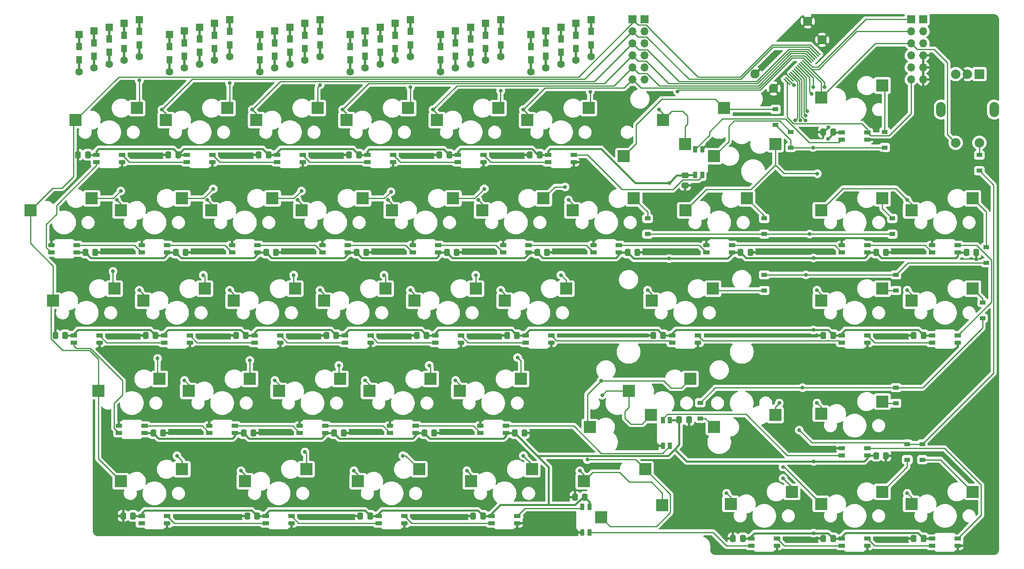
<source format=gbl>
%TF.GenerationSoftware,KiCad,Pcbnew,(6.0.5)*%
%TF.CreationDate,2022-07-21T21:28:30-06:00*%
%TF.ProjectId,kb_right,6b625f72-6967-4687-942e-6b696361645f,rev?*%
%TF.SameCoordinates,Original*%
%TF.FileFunction,Copper,L2,Bot*%
%TF.FilePolarity,Positive*%
%FSLAX46Y46*%
G04 Gerber Fmt 4.6, Leading zero omitted, Abs format (unit mm)*
G04 Created by KiCad (PCBNEW (6.0.5)) date 2022-07-21 21:28:30*
%MOMM*%
%LPD*%
G01*
G04 APERTURE LIST*
G04 Aperture macros list*
%AMRoundRect*
0 Rectangle with rounded corners*
0 $1 Rounding radius*
0 $2 $3 $4 $5 $6 $7 $8 $9 X,Y pos of 4 corners*
0 Add a 4 corners polygon primitive as box body*
4,1,4,$2,$3,$4,$5,$6,$7,$8,$9,$2,$3,0*
0 Add four circle primitives for the rounded corners*
1,1,$1+$1,$2,$3*
1,1,$1+$1,$4,$5*
1,1,$1+$1,$6,$7*
1,1,$1+$1,$8,$9*
0 Add four rect primitives between the rounded corners*
20,1,$1+$1,$2,$3,$4,$5,0*
20,1,$1+$1,$4,$5,$6,$7,0*
20,1,$1+$1,$6,$7,$8,$9,0*
20,1,$1+$1,$8,$9,$2,$3,0*%
%AMRotRect*
0 Rectangle, with rotation*
0 The origin of the aperture is its center*
0 $1 length*
0 $2 width*
0 $3 Rotation angle, in degrees counterclockwise*
0 Add horizontal line*
21,1,$1,$2,0,0,$3*%
G04 Aperture macros list end*
%TA.AperFunction,SMDPad,CuDef*%
%ADD10R,2.550000X2.500000*%
%TD*%
%TA.AperFunction,ComponentPad*%
%ADD11R,1.600000X1.600000*%
%TD*%
%TA.AperFunction,SMDPad,CuDef*%
%ADD12R,0.500000X2.900000*%
%TD*%
%TA.AperFunction,SMDPad,CuDef*%
%ADD13R,1.200000X1.600000*%
%TD*%
%TA.AperFunction,ComponentPad*%
%ADD14C,1.600000*%
%TD*%
%TA.AperFunction,WasherPad*%
%ADD15O,2.000000X3.200000*%
%TD*%
%TA.AperFunction,ComponentPad*%
%ADD16R,2.000000X2.000000*%
%TD*%
%TA.AperFunction,ComponentPad*%
%ADD17C,2.000000*%
%TD*%
%TA.AperFunction,SMDPad,CuDef*%
%ADD18RoundRect,0.250000X-0.337500X-0.475000X0.337500X-0.475000X0.337500X0.475000X-0.337500X0.475000X0*%
%TD*%
%TA.AperFunction,SMDPad,CuDef*%
%ADD19R,1.200000X0.900000*%
%TD*%
%TA.AperFunction,SMDPad,CuDef*%
%ADD20RoundRect,0.250000X0.337500X0.475000X-0.337500X0.475000X-0.337500X-0.475000X0.337500X-0.475000X0*%
%TD*%
%TA.AperFunction,SMDPad,CuDef*%
%ADD21R,1.400000X0.820000*%
%TD*%
%TA.AperFunction,SMDPad,CuDef*%
%ADD22RoundRect,0.205000X0.495000X0.205000X-0.495000X0.205000X-0.495000X-0.205000X0.495000X-0.205000X0*%
%TD*%
%TA.AperFunction,ComponentPad*%
%ADD23R,1.700000X1.700000*%
%TD*%
%TA.AperFunction,ComponentPad*%
%ADD24O,1.700000X1.700000*%
%TD*%
%TA.AperFunction,SMDPad,CuDef*%
%ADD25RoundRect,0.205000X-0.495000X-0.205000X0.495000X-0.205000X0.495000X0.205000X-0.495000X0.205000X0*%
%TD*%
%TA.AperFunction,SMDPad,CuDef*%
%ADD26RoundRect,0.250000X-0.475000X0.337500X-0.475000X-0.337500X0.475000X-0.337500X0.475000X0.337500X0*%
%TD*%
%TA.AperFunction,SMDPad,CuDef*%
%ADD27R,0.820000X1.400000*%
%TD*%
%TA.AperFunction,SMDPad,CuDef*%
%ADD28RoundRect,0.205000X0.205000X-0.495000X0.205000X0.495000X-0.205000X0.495000X-0.205000X-0.495000X0*%
%TD*%
%TA.AperFunction,SMDPad,CuDef*%
%ADD29RoundRect,0.205000X-0.205000X0.495000X-0.205000X-0.495000X0.205000X-0.495000X0.205000X0.495000X0*%
%TD*%
%TA.AperFunction,SMDPad,CuDef*%
%ADD30RotRect,1.900000X0.300000X315.000000*%
%TD*%
%TA.AperFunction,ComponentPad*%
%ADD31C,1.950000*%
%TD*%
%TA.AperFunction,ViaPad*%
%ADD32C,0.800000*%
%TD*%
%TA.AperFunction,Conductor*%
%ADD33C,0.381000*%
%TD*%
%TA.AperFunction,Conductor*%
%ADD34C,0.254000*%
%TD*%
G04 APERTURE END LIST*
D10*
%TO.P,MX16,1,COL*%
%TO.N,/COL6*%
X153252500Y-73660000D03*
%TO.P,MX16,2,ROW*%
%TO.N,Net-(D16-Pad2)*%
X166179500Y-71120000D03*
%TD*%
D11*
%TO.P,D15,1,K*%
%TO.N,/ROW6*%
X153987500Y-34200000D03*
D12*
X153987500Y-35600000D03*
D13*
X153987500Y-36700000D03*
%TO.P,D15,2,A*%
%TO.N,Net-(D15-Pad2)*%
X153987500Y-39500000D03*
D14*
X153987500Y-42000000D03*
D12*
X153987500Y-40600000D03*
%TD*%
D10*
%TO.P,MX34,1,COL*%
%TO.N,/COL7*%
X205640000Y-116522500D03*
%TO.P,MX34,2,ROW*%
%TO.N,Net-(D34-Pad2)*%
X218567000Y-113982500D03*
%TD*%
%TO.P,MX11,1,COL*%
%TO.N,/COL1*%
X58002500Y-73660000D03*
%TO.P,MX11,2,ROW*%
%TO.N,Net-(D11-Pad2)*%
X70929500Y-71120000D03*
%TD*%
%TO.P,MX4,1,COL*%
%TO.N,/COL3*%
X105627500Y-54610000D03*
%TO.P,MX4,2,ROW*%
%TO.N,Net-(D4-Pad2)*%
X118554500Y-52070000D03*
%TD*%
D11*
%TO.P,D11,1,K*%
%TO.N,/ROW6*%
X77787500Y-34200000D03*
D12*
X77787500Y-35600000D03*
D13*
X77787500Y-36700000D03*
D14*
%TO.P,D11,2,A*%
%TO.N,Net-(D11-Pad2)*%
X77787500Y-42000000D03*
D12*
X77787500Y-40600000D03*
D13*
X77787500Y-39500000D03*
%TD*%
D12*
%TO.P,D13,1,K*%
%TO.N,/ROW6*%
X115887500Y-35600000D03*
D11*
X115887500Y-34200000D03*
D13*
X115887500Y-36700000D03*
D14*
%TO.P,D13,2,A*%
%TO.N,Net-(D13-Pad2)*%
X115887500Y-42000000D03*
D12*
X115887500Y-40600000D03*
D13*
X115887500Y-39500000D03*
%TD*%
D10*
%TO.P,MX6,1,COL*%
%TO.N,/COL5*%
X143727500Y-54610000D03*
%TO.P,MX6,2,ROW*%
%TO.N,Net-(D6-Pad2)*%
X156654500Y-52070000D03*
%TD*%
D11*
%TO.P,D12,1,K*%
%TO.N,/ROW6*%
X96837500Y-34200000D03*
D13*
X96837500Y-36700000D03*
D12*
X96837500Y-35600000D03*
%TO.P,D12,2,A*%
%TO.N,Net-(D12-Pad2)*%
X96837500Y-40600000D03*
D14*
X96837500Y-42000000D03*
D13*
X96837500Y-39500000D03*
%TD*%
D12*
%TO.P,D37,1,K*%
%TO.N,/ROW9*%
X68262500Y-37981250D03*
D13*
X68262500Y-39081250D03*
D11*
X68262500Y-36581250D03*
D13*
%TO.P,D37,2,A*%
%TO.N,Net-(D37-Pad2)*%
X68262500Y-41881250D03*
D12*
X68262500Y-42981250D03*
D14*
X68262500Y-44381250D03*
%TD*%
D10*
%TO.P,MX33,1,COL*%
%TO.N,/COL5*%
X165158750Y-111760000D03*
%TO.P,MX33,2,ROW*%
%TO.N,Net-(D33-Pad2)*%
X178085750Y-109220000D03*
%TD*%
D11*
%TO.P,D41,1,K*%
%TO.N,/ROW9*%
X144462500Y-36581250D03*
D12*
X144462500Y-37981250D03*
D13*
X144462500Y-39081250D03*
%TO.P,D41,2,A*%
%TO.N,Net-(D41-Pad2)*%
X144462500Y-41881250D03*
D14*
X144462500Y-44381250D03*
D12*
X144462500Y-42981250D03*
%TD*%
D10*
%TO.P,MX32,1,COL*%
%TO.N,/COL4*%
X129440000Y-111760000D03*
%TO.P,MX32,2,ROW*%
%TO.N,Net-(D32-Pad2)*%
X142367000Y-109220000D03*
%TD*%
%TO.P,MX38,1,COL*%
%TO.N,/COL2*%
X108008750Y-130810000D03*
%TO.P,MX38,2,ROW*%
%TO.N,Net-(D38-Pad2)*%
X120935750Y-128270000D03*
%TD*%
D12*
%TO.P,D39,1,K*%
%TO.N,/ROW9*%
X106362500Y-37981250D03*
D11*
X106362500Y-36581250D03*
D13*
X106362500Y-39081250D03*
D12*
%TO.P,D39,2,A*%
%TO.N,Net-(D39-Pad2)*%
X106362500Y-42981250D03*
D13*
X106362500Y-41881250D03*
D14*
X106362500Y-44381250D03*
%TD*%
D10*
%TO.P,MX43,1,COL*%
%TO.N,/COL7*%
X224690000Y-135572500D03*
%TO.P,MX43,2,ROW*%
%TO.N,Net-(D43-Pad2)*%
X237617000Y-133032500D03*
%TD*%
D11*
%TO.P,D5,1,K*%
%TO.N,/ROW5*%
X138112500Y-33406250D03*
D12*
X138112500Y-34806250D03*
D13*
X138112500Y-35906250D03*
D14*
%TO.P,D5,2,A*%
%TO.N,Net-(D5-Pad2)*%
X138112500Y-41206250D03*
D12*
X138112500Y-39806250D03*
D13*
X138112500Y-38706250D03*
%TD*%
D12*
%TO.P,D29,1,K*%
%TO.N,/ROW8*%
X71437500Y-37187500D03*
D11*
X71437500Y-35787500D03*
D13*
X71437500Y-38287500D03*
D14*
%TO.P,D29,2,A*%
%TO.N,Net-(D29-Pad2)*%
X71437500Y-43587500D03*
D13*
X71437500Y-41087500D03*
D12*
X71437500Y-42187500D03*
%TD*%
D10*
%TO.P,MX17,1,COL*%
%TO.N,/COL7*%
X177065000Y-73660000D03*
%TO.P,MX17,2,ROW*%
%TO.N,Net-(D17-Pad2)*%
X189992000Y-71120000D03*
%TD*%
%TO.P,MX8,1,COL*%
%TO.N,/COL7*%
X195997500Y-59690000D03*
%TO.P,MX8,2,ROW*%
%TO.N,Net-(D8-Pad2)*%
X183070500Y-62230000D03*
%TD*%
D13*
%TO.P,D6,1,K*%
%TO.N,/ROW5*%
X157162500Y-35906250D03*
D12*
X157162500Y-34806250D03*
D11*
X157162500Y-33406250D03*
D12*
%TO.P,D6,2,A*%
%TO.N,Net-(D6-Pad2)*%
X157162500Y-39806250D03*
D14*
X157162500Y-41206250D03*
D13*
X157162500Y-38706250D03*
%TD*%
D10*
%TO.P,MX14,1,COL*%
%TO.N,/COL4*%
X115152500Y-73660000D03*
%TO.P,MX14,2,ROW*%
%TO.N,Net-(D14-Pad2)*%
X128079500Y-71120000D03*
%TD*%
%TO.P,MX24,1,COL*%
%TO.N,/COL5*%
X138965000Y-92710000D03*
%TO.P,MX24,2,ROW*%
%TO.N,Net-(D24-Pad2)*%
X151892000Y-90170000D03*
%TD*%
%TO.P,MX40,1,COL*%
%TO.N,/COL4*%
X155633750Y-130810000D03*
%TO.P,MX40,2,ROW*%
%TO.N,Net-(D40-Pad2)*%
X168560750Y-128270000D03*
%TD*%
%TO.P,MX1,1,COL*%
%TO.N,/COL0*%
X48477500Y-54610000D03*
%TO.P,MX1,2,ROW*%
%TO.N,Net-(D1-Pad2)*%
X61404500Y-52070000D03*
%TD*%
%TO.P,MX9,1,COL*%
%TO.N,/COL8*%
X205640000Y-49847500D03*
%TO.P,MX9,2,ROW*%
%TO.N,Net-(D9-Pad2)*%
X218567000Y-47307500D03*
%TD*%
%TO.P,MX28,1,COL*%
%TO.N,/COL0*%
X53240000Y-111760000D03*
%TO.P,MX28,2,ROW*%
%TO.N,Net-(D28-Pad2)*%
X66167000Y-109220000D03*
%TD*%
D12*
%TO.P,D33,1,K*%
%TO.N,/ROW8*%
X147637500Y-37187500D03*
D13*
X147637500Y-38287500D03*
D11*
X147637500Y-35787500D03*
D13*
%TO.P,D33,2,A*%
%TO.N,Net-(D33-Pad2)*%
X147637500Y-41087500D03*
D12*
X147637500Y-42187500D03*
D14*
X147637500Y-43587500D03*
%TD*%
D11*
%TO.P,D22,1,K*%
%TO.N,/ROW7*%
X112712500Y-34993750D03*
D13*
X112712500Y-37493750D03*
D12*
X112712500Y-36393750D03*
D14*
%TO.P,D22,2,A*%
%TO.N,Net-(D22-Pad2)*%
X112712500Y-42793750D03*
D13*
X112712500Y-40293750D03*
D12*
X112712500Y-41393750D03*
%TD*%
D10*
%TO.P,MX42,1,COL*%
%TO.N,/COL6*%
X205640000Y-135572500D03*
%TO.P,MX42,2,ROW*%
%TO.N,Net-(D42-Pad2)*%
X218567000Y-133032500D03*
%TD*%
D12*
%TO.P,D14,1,K*%
%TO.N,/ROW6*%
X134937500Y-35600000D03*
D13*
X134937500Y-36700000D03*
D11*
X134937500Y-34200000D03*
D14*
%TO.P,D14,2,A*%
%TO.N,Net-(D14-Pad2)*%
X134937500Y-42000000D03*
D12*
X134937500Y-40600000D03*
D13*
X134937500Y-39500000D03*
%TD*%
D11*
%TO.P,D40,1,K*%
%TO.N,/ROW9*%
X125412500Y-36581250D03*
D12*
X125412500Y-37981250D03*
D13*
X125412500Y-39081250D03*
D12*
%TO.P,D40,2,A*%
%TO.N,Net-(D40-Pad2)*%
X125412500Y-42981250D03*
D14*
X125412500Y-44381250D03*
D13*
X125412500Y-41881250D03*
%TD*%
D12*
%TO.P,D32,1,K*%
%TO.N,/ROW8*%
X128587500Y-37187500D03*
D11*
X128587500Y-35787500D03*
D13*
X128587500Y-38287500D03*
D14*
%TO.P,D32,2,A*%
%TO.N,Net-(D32-Pad2)*%
X128587500Y-43587500D03*
D13*
X128587500Y-41087500D03*
D12*
X128587500Y-42187500D03*
%TD*%
%TO.P,D20,1,K*%
%TO.N,/ROW7*%
X74612500Y-36393750D03*
D13*
X74612500Y-37493750D03*
D11*
X74612500Y-34993750D03*
D12*
%TO.P,D20,2,A*%
%TO.N,Net-(D20-Pad2)*%
X74612500Y-41393750D03*
D14*
X74612500Y-42793750D03*
D13*
X74612500Y-40293750D03*
%TD*%
D10*
%TO.P,MX18,1,COL*%
%TO.N,/COL8*%
X205640000Y-73660000D03*
%TO.P,MX18,2,ROW*%
%TO.N,Net-(D18-Pad2)*%
X218567000Y-71120000D03*
%TD*%
%TO.P,MX3,1,COL*%
%TO.N,/COL2*%
X86577500Y-54610000D03*
%TO.P,MX3,2,ROW*%
%TO.N,Net-(D3-Pad2)*%
X99504500Y-52070000D03*
%TD*%
%TO.P,MX31,1,COL*%
%TO.N,/COL3*%
X110390000Y-111760000D03*
%TO.P,MX31,2,ROW*%
%TO.N,Net-(D31-Pad2)*%
X123317000Y-109220000D03*
%TD*%
%TO.P,MX23,1,COL*%
%TO.N,/COL4*%
X119915000Y-92710000D03*
%TO.P,MX23,2,ROW*%
%TO.N,Net-(D23-Pad2)*%
X132842000Y-90170000D03*
%TD*%
%TO.P,MX26,1,COL*%
%TO.N,/COL7*%
X205640000Y-92710000D03*
%TO.P,MX26,2,ROW*%
%TO.N,Net-(D26-Pad2)*%
X218567000Y-90170000D03*
%TD*%
%TO.P,MX25,1,COL*%
%TO.N,/COL6*%
X169921250Y-92710000D03*
%TO.P,MX25,2,ROW*%
%TO.N,Net-(D25-Pad2)*%
X182848250Y-90170000D03*
%TD*%
D12*
%TO.P,D30,1,K*%
%TO.N,/ROW8*%
X90487500Y-37187500D03*
D13*
X90487500Y-38287500D03*
D11*
X90487500Y-35787500D03*
D12*
%TO.P,D30,2,A*%
%TO.N,Net-(D30-Pad2)*%
X90487500Y-42187500D03*
D13*
X90487500Y-41087500D03*
D14*
X90487500Y-43587500D03*
%TD*%
D10*
%TO.P,MX15,1,COL*%
%TO.N,/COL5*%
X134202500Y-73660000D03*
%TO.P,MX15,2,ROW*%
%TO.N,Net-(D15-Pad2)*%
X147129500Y-71120000D03*
%TD*%
D11*
%TO.P,D10,1,K*%
%TO.N,/ROW6*%
X58737500Y-34200000D03*
D12*
X58737500Y-35600000D03*
D13*
X58737500Y-36700000D03*
%TO.P,D10,2,A*%
%TO.N,Net-(D10-Pad2)*%
X58737500Y-39500000D03*
D12*
X58737500Y-40600000D03*
D14*
X58737500Y-42000000D03*
%TD*%
D10*
%TO.P,MX7,1,COL*%
%TO.N,/COL6*%
X176947500Y-59690000D03*
%TO.P,MX7,2,ROW*%
%TO.N,Net-(D7-Pad2)*%
X164020500Y-62230000D03*
%TD*%
%TO.P,MX21,1,COL*%
%TO.N,/COL2*%
X81815000Y-92710000D03*
%TO.P,MX21,2,ROW*%
%TO.N,Net-(D21-Pad2)*%
X94742000Y-90170000D03*
%TD*%
%TO.P,MX22,1,COL*%
%TO.N,/COL3*%
X100865000Y-92710000D03*
%TO.P,MX22,2,ROW*%
%TO.N,Net-(D22-Pad2)*%
X113792000Y-90170000D03*
%TD*%
D12*
%TO.P,D36,1,K*%
%TO.N,/ROW9*%
X49212500Y-37981250D03*
D11*
X49212500Y-36581250D03*
D13*
X49212500Y-39081250D03*
D14*
%TO.P,D36,2,A*%
%TO.N,Net-(D36-Pad2)*%
X49212500Y-44381250D03*
D12*
X49212500Y-42981250D03*
D13*
X49212500Y-41881250D03*
%TD*%
D10*
%TO.P,MX2,1,COL*%
%TO.N,/COL1*%
X67527500Y-54610000D03*
%TO.P,MX2,2,ROW*%
%TO.N,Net-(D2-Pad2)*%
X80454500Y-52070000D03*
%TD*%
D12*
%TO.P,D19,1,K*%
%TO.N,/ROW7*%
X55562500Y-36393750D03*
D13*
X55562500Y-37493750D03*
D11*
X55562500Y-34993750D03*
D14*
%TO.P,D19,2,A*%
%TO.N,Net-(D19-Pad2)*%
X55562500Y-42793750D03*
D12*
X55562500Y-41393750D03*
D13*
X55562500Y-40293750D03*
%TD*%
D11*
%TO.P,D24,1,K*%
%TO.N,/ROW7*%
X150812500Y-34993750D03*
D12*
X150812500Y-36393750D03*
D13*
X150812500Y-37493750D03*
D12*
%TO.P,D24,2,A*%
%TO.N,Net-(D24-Pad2)*%
X150812500Y-41393750D03*
D14*
X150812500Y-42793750D03*
D13*
X150812500Y-40293750D03*
%TD*%
D10*
%TO.P,MX7_1,1,COL*%
%TO.N,/COL6*%
X172302500Y-54610000D03*
%TO.P,MX7_1,2,ROW*%
%TO.N,Net-(D7-Pad2)*%
X185229500Y-52070000D03*
%TD*%
%TO.P,MX20,1,COL*%
%TO.N,/COL1*%
X62765000Y-92710000D03*
%TO.P,MX20,2,ROW*%
%TO.N,Net-(D20-Pad2)*%
X75692000Y-90170000D03*
%TD*%
%TO.P,MX32_1,1,COL*%
%TO.N,/COL6*%
X195997500Y-116840000D03*
%TO.P,MX32_1,2,ROW*%
%TO.N,Net-(D33_1-Pad2)*%
X183070500Y-119380000D03*
%TD*%
%TO.P,MX37,1,COL*%
%TO.N,/COL1*%
X84196250Y-130810000D03*
%TO.P,MX37,2,ROW*%
%TO.N,Net-(D37-Pad2)*%
X97123250Y-128270000D03*
%TD*%
%TO.P,MX36,1,COL*%
%TO.N,/COL0*%
X58002500Y-130810000D03*
%TO.P,MX36,2,ROW*%
%TO.N,Net-(D36-Pad2)*%
X70929500Y-128270000D03*
%TD*%
%TO.P,MX32_2,1,COL*%
%TO.N,/COL5*%
X169803750Y-116840000D03*
%TO.P,MX32_2,2,ROW*%
%TO.N,Net-(D33-Pad2)*%
X156876750Y-119380000D03*
%TD*%
%TO.P,MX40_1,1,COL*%
%TO.N,/COL4*%
X172185000Y-135890000D03*
%TO.P,MX40_1,2,ROW*%
%TO.N,Net-(D40-Pad2)*%
X159258000Y-138430000D03*
%TD*%
%TO.P,MX39,1,COL*%
%TO.N,/COL3*%
X131821250Y-130810000D03*
%TO.P,MX39,2,ROW*%
%TO.N,Net-(D39-Pad2)*%
X144748250Y-128270000D03*
%TD*%
D13*
%TO.P,D23,1,K*%
%TO.N,/ROW7*%
X131762500Y-37493750D03*
D12*
X131762500Y-36393750D03*
D11*
X131762500Y-34993750D03*
D12*
%TO.P,D23,2,A*%
%TO.N,Net-(D23-Pad2)*%
X131762500Y-41393750D03*
D14*
X131762500Y-42793750D03*
D13*
X131762500Y-40293750D03*
%TD*%
D10*
%TO.P,MX29,1,COL*%
%TO.N,/COL1*%
X72290000Y-111760000D03*
%TO.P,MX29,2,ROW*%
%TO.N,Net-(D29-Pad2)*%
X85217000Y-109220000D03*
%TD*%
D13*
%TO.P,D2,1,K*%
%TO.N,/ROW5*%
X80962500Y-35906250D03*
D12*
X80962500Y-34806250D03*
D11*
X80962500Y-33406250D03*
D14*
%TO.P,D2,2,A*%
%TO.N,Net-(D2-Pad2)*%
X80962500Y-41206250D03*
D12*
X80962500Y-39806250D03*
D13*
X80962500Y-38706250D03*
%TD*%
D10*
%TO.P,MX13,1,COL*%
%TO.N,/COL3*%
X96102500Y-73660000D03*
%TO.P,MX13,2,ROW*%
%TO.N,Net-(D13-Pad2)*%
X109029500Y-71120000D03*
%TD*%
%TO.P,MX19,1,COL*%
%TO.N,/COL0*%
X43715000Y-92710000D03*
%TO.P,MX19,2,ROW*%
%TO.N,Net-(D19-Pad2)*%
X56642000Y-90170000D03*
%TD*%
%TO.P,MX10,1,COL*%
%TO.N,/COL0*%
X38952500Y-73660000D03*
%TO.P,MX10,2,ROW*%
%TO.N,Net-(D10-Pad2)*%
X51879500Y-71120000D03*
%TD*%
%TO.P,MX27,1,COL*%
%TO.N,/COL8*%
X224690000Y-73660000D03*
%TO.P,MX27,2,ROW*%
%TO.N,Net-(D27-Pad2)*%
X237617000Y-71120000D03*
%TD*%
D12*
%TO.P,D31,1,K*%
%TO.N,/ROW8*%
X109537500Y-37187500D03*
D13*
X109537500Y-38287500D03*
D11*
X109537500Y-35787500D03*
D13*
%TO.P,D31,2,A*%
%TO.N,Net-(D31-Pad2)*%
X109537500Y-41087500D03*
D12*
X109537500Y-42187500D03*
D14*
X109537500Y-43587500D03*
%TD*%
D13*
%TO.P,D28,1,K*%
%TO.N,/ROW8*%
X52387500Y-38287500D03*
D12*
X52387500Y-37187500D03*
D11*
X52387500Y-35787500D03*
D12*
%TO.P,D28,2,A*%
%TO.N,Net-(D28-Pad2)*%
X52387500Y-42187500D03*
D13*
X52387500Y-41087500D03*
D14*
X52387500Y-43587500D03*
%TD*%
D10*
%TO.P,MX30,1,COL*%
%TO.N,/COL2*%
X91340000Y-111760000D03*
%TO.P,MX30,2,ROW*%
%TO.N,Net-(D30-Pad2)*%
X104267000Y-109220000D03*
%TD*%
D15*
%TO.P,SW1,*%
%TO.N,*%
X242137500Y-52387500D03*
X230937500Y-52387500D03*
D16*
%TO.P,SW1,A,A*%
%TO.N,/ENC_R1*%
X239037500Y-44887500D03*
D17*
%TO.P,SW1,B,B*%
%TO.N,/ENC_R2*%
X234037500Y-44887500D03*
%TO.P,SW1,C,C*%
%TO.N,GND*%
X236537500Y-44887500D03*
%TO.P,SW1,S1,S1*%
%TO.N,/COL8*%
X234037500Y-59387500D03*
%TO.P,SW1,S2,S2*%
%TO.N,Net-(D44-Pad2)*%
X239037500Y-59387500D03*
%TD*%
D10*
%TO.P,MX35,1,COL*%
%TO.N,/COL8*%
X224690000Y-92710000D03*
%TO.P,MX35,2,ROW*%
%TO.N,Net-(D35-Pad2)*%
X237617000Y-90170000D03*
%TD*%
D12*
%TO.P,D3,1,K*%
%TO.N,/ROW5*%
X100012500Y-34806250D03*
D11*
X100012500Y-33406250D03*
D13*
X100012500Y-35906250D03*
D12*
%TO.P,D3,2,A*%
%TO.N,Net-(D3-Pad2)*%
X100012500Y-39806250D03*
D14*
X100012500Y-41206250D03*
D13*
X100012500Y-38706250D03*
%TD*%
D10*
%TO.P,MX5,1,COL*%
%TO.N,/COL4*%
X124677500Y-54610000D03*
%TO.P,MX5,2,ROW*%
%TO.N,Net-(D5-Pad2)*%
X137604500Y-52070000D03*
%TD*%
D13*
%TO.P,D4,1,K*%
%TO.N,/ROW5*%
X119062500Y-35906250D03*
D11*
X119062500Y-33406250D03*
D12*
X119062500Y-34806250D03*
%TO.P,D4,2,A*%
%TO.N,Net-(D4-Pad2)*%
X119062500Y-39806250D03*
D13*
X119062500Y-38706250D03*
D14*
X119062500Y-41206250D03*
%TD*%
D10*
%TO.P,MX41,1,COL*%
%TO.N,/COL5*%
X186590000Y-135572500D03*
%TO.P,MX41,2,ROW*%
%TO.N,Net-(D41-Pad2)*%
X199517000Y-133032500D03*
%TD*%
D11*
%TO.P,D21,1,K*%
%TO.N,/ROW7*%
X93662500Y-34993750D03*
D12*
X93662500Y-36393750D03*
D13*
X93662500Y-37493750D03*
D14*
%TO.P,D21,2,A*%
%TO.N,Net-(D21-Pad2)*%
X93662500Y-42793750D03*
D12*
X93662500Y-41393750D03*
D13*
X93662500Y-40293750D03*
%TD*%
D10*
%TO.P,MX12,1,COL*%
%TO.N,/COL2*%
X77052500Y-73660000D03*
%TO.P,MX12,2,ROW*%
%TO.N,Net-(D12-Pad2)*%
X89979500Y-71120000D03*
%TD*%
D13*
%TO.P,D1,1,K*%
%TO.N,/ROW5*%
X61912500Y-35906250D03*
D11*
X61912500Y-33406250D03*
D12*
X61912500Y-34806250D03*
%TO.P,D1,2,A*%
%TO.N,Net-(D1-Pad2)*%
X61912500Y-39806250D03*
D13*
X61912500Y-38706250D03*
D14*
X61912500Y-41206250D03*
%TD*%
D13*
%TO.P,D38,1,K*%
%TO.N,/ROW9*%
X87312500Y-39081250D03*
D12*
X87312500Y-37981250D03*
D11*
X87312500Y-36581250D03*
D13*
%TO.P,D38,2,A*%
%TO.N,Net-(D38-Pad2)*%
X87312500Y-41881250D03*
D14*
X87312500Y-44381250D03*
D12*
X87312500Y-42981250D03*
%TD*%
D18*
%TO.P,C118,1*%
%TO.N,+5V*%
X236293750Y-82550000D03*
%TO.P,C118,2*%
%TO.N,GND*%
X238368750Y-82550000D03*
%TD*%
D19*
%TO.P,D35,1,K*%
%TO.N,/ROW8*%
X239712500Y-96392000D03*
%TO.P,D35,2,A*%
%TO.N,Net-(D35-Pad2)*%
X239712500Y-93092000D03*
%TD*%
D18*
%TO.P,C115,1*%
%TO.N,+5V*%
X164856250Y-82550000D03*
%TO.P,C115,2*%
%TO.N,GND*%
X166931250Y-82550000D03*
%TD*%
D20*
%TO.P,C101,1*%
%TO.N,+5V*%
X51043750Y-61912500D03*
%TO.P,C101,2*%
%TO.N,GND*%
X48968750Y-61912500D03*
%TD*%
D21*
%TO.P,D110,1,VDD*%
%TO.N,+5V*%
X67787500Y-82506250D03*
%TO.P,D110,2,DOUT*%
%TO.N,Net-(D110-Pad2)*%
X67787500Y-81006250D03*
D22*
%TO.P,D110,3,VSS*%
%TO.N,GND*%
X62387500Y-81006250D03*
D21*
%TO.P,D110,4,DIN*%
%TO.N,Net-(D109-Pad2)*%
X62387500Y-82506250D03*
%TD*%
D20*
%TO.P,C103,1*%
%TO.N,+5V*%
X89143750Y-61912500D03*
%TO.P,C103,2*%
%TO.N,GND*%
X87068750Y-61912500D03*
%TD*%
D23*
%TO.P,J4,1,Pin_1*%
%TO.N,/ROW5*%
X168433750Y-33337500D03*
D24*
%TO.P,J4,2,Pin_2*%
%TO.N,/ROW6*%
X168433750Y-35877500D03*
%TO.P,J4,3,Pin_3*%
%TO.N,/ROW7*%
X168433750Y-38417500D03*
%TO.P,J4,4,Pin_4*%
%TO.N,/ROW8*%
X168433750Y-40957500D03*
%TO.P,J4,5,Pin_5*%
%TO.N,/ROW9*%
X168433750Y-43497500D03*
%TO.P,J4,6,Pin_6*%
%TO.N,GND*%
X168433750Y-46037500D03*
%TD*%
D18*
%TO.P,C113,1*%
%TO.N,+5V*%
X126756250Y-82550000D03*
%TO.P,C113,2*%
%TO.N,GND*%
X128831250Y-82550000D03*
%TD*%
D20*
%TO.P,C122,1*%
%TO.N,+5V*%
X103431250Y-100012500D03*
%TO.P,C122,2*%
%TO.N,GND*%
X101356250Y-100012500D03*
%TD*%
D21*
%TO.P,D125,1,VDD*%
%TO.N,+5V*%
X174306250Y-100056250D03*
%TO.P,D125,2,DOUT*%
%TO.N,Net-(D124-Pad4)*%
X174306250Y-101556250D03*
D25*
%TO.P,D125,3,VSS*%
%TO.N,GND*%
X179706250Y-101556250D03*
D21*
%TO.P,D125,4,DIN*%
%TO.N,Net-(D125-Pad4)*%
X179706250Y-100056250D03*
%TD*%
D18*
%TO.P,C129,1*%
%TO.N,+5V*%
X83893750Y-120650000D03*
%TO.P,C129,2*%
%TO.N,GND*%
X85968750Y-120650000D03*
%TD*%
D20*
%TO.P,C105,1*%
%TO.N,+5V*%
X127243750Y-61912500D03*
%TO.P,C105,2*%
%TO.N,GND*%
X125168750Y-61912500D03*
%TD*%
D21*
%TO.P,D138,1,VDD*%
%TO.N,+5V*%
X136206250Y-138156250D03*
%TO.P,D138,2,DOUT*%
%TO.N,Net-(D137-Pad4)*%
X136206250Y-139656250D03*
D25*
%TO.P,D138,3,VSS*%
%TO.N,GND*%
X141606250Y-139656250D03*
D21*
%TO.P,D138,4,DIN*%
%TO.N,Net-(D138-Pad4)*%
X141606250Y-138156250D03*
%TD*%
D20*
%TO.P,C135,1*%
%TO.N,+5V*%
X60568750Y-138112500D03*
%TO.P,C135,2*%
%TO.N,GND*%
X58493750Y-138112500D03*
%TD*%
D21*
%TO.P,D113,1,VDD*%
%TO.N,+5V*%
X124937500Y-82506250D03*
%TO.P,D113,2,DOUT*%
%TO.N,Net-(D113-Pad2)*%
X124937500Y-81006250D03*
D22*
%TO.P,D113,3,VSS*%
%TO.N,GND*%
X119537500Y-81006250D03*
D21*
%TO.P,D113,4,DIN*%
%TO.N,Net-(D112-Pad2)*%
X119537500Y-82506250D03*
%TD*%
D23*
%TO.P,J5,1,Pin_1*%
%TO.N,/COL0*%
X165893750Y-33337500D03*
D24*
%TO.P,J5,2,Pin_2*%
%TO.N,/COL1*%
X165893750Y-35877500D03*
%TO.P,J5,3,Pin_3*%
%TO.N,/COL2*%
X165893750Y-38417500D03*
%TO.P,J5,4,Pin_4*%
%TO.N,/COL3*%
X165893750Y-40957500D03*
%TO.P,J5,5,Pin_5*%
%TO.N,/COL4*%
X165893750Y-43497500D03*
%TO.P,J5,6,Pin_6*%
%TO.N,/COL5*%
X165893750Y-46037500D03*
%TD*%
D21*
%TO.P,D111,1,VDD*%
%TO.N,+5V*%
X86837500Y-82506250D03*
%TO.P,D111,2,DOUT*%
%TO.N,Net-(D111-Pad2)*%
X86837500Y-81006250D03*
D22*
%TO.P,D111,3,VSS*%
%TO.N,GND*%
X81437500Y-81006250D03*
D21*
%TO.P,D111,4,DIN*%
%TO.N,Net-(D110-Pad2)*%
X81437500Y-82506250D03*
%TD*%
%TO.P,D128,1,VDD*%
%TO.N,+5V*%
X63025000Y-120606250D03*
%TO.P,D128,2,DOUT*%
%TO.N,Net-(D128-Pad2)*%
X63025000Y-119106250D03*
D22*
%TO.P,D128,3,VSS*%
%TO.N,GND*%
X57625000Y-119106250D03*
D21*
%TO.P,D128,4,DIN*%
%TO.N,Net-(D119-Pad2)*%
X57625000Y-120606250D03*
%TD*%
D20*
%TO.P,C138,1*%
%TO.N,+5V*%
X134387500Y-138112500D03*
%TO.P,C138,2*%
%TO.N,GND*%
X132312500Y-138112500D03*
%TD*%
D23*
%TO.P,J2,1,Pin_1*%
%TO.N,+5V*%
X227171250Y-33337500D03*
D24*
%TO.P,J2,2,Pin_2*%
X227171250Y-35877500D03*
%TO.P,J2,3,Pin_3*%
X227171250Y-38417500D03*
%TO.P,J2,4,Pin_4*%
%TO.N,GND*%
X227171250Y-40957500D03*
%TO.P,J2,5,Pin_5*%
X227171250Y-43497500D03*
%TO.P,J2,6,Pin_6*%
X227171250Y-46037500D03*
%TD*%
D21*
%TO.P,D115,1,VDD*%
%TO.N,+5V*%
X163037500Y-82506250D03*
%TO.P,D115,2,DOUT*%
%TO.N,Net-(D115-Pad2)*%
X163037500Y-81006250D03*
D22*
%TO.P,D115,3,VSS*%
%TO.N,GND*%
X157637500Y-81006250D03*
D21*
%TO.P,D115,4,DIN*%
%TO.N,Net-(D114-Pad2)*%
X157637500Y-82506250D03*
%TD*%
%TO.P,D136,1,VDD*%
%TO.N,+5V*%
X88581250Y-138156250D03*
%TO.P,D136,2,DOUT*%
%TO.N,Net-(D135-Pad4)*%
X88581250Y-139656250D03*
D25*
%TO.P,D136,3,VSS*%
%TO.N,GND*%
X93981250Y-139656250D03*
D21*
%TO.P,D136,4,DIN*%
%TO.N,Net-(D136-Pad4)*%
X93981250Y-138156250D03*
%TD*%
D19*
%TO.P,D18,1,K*%
%TO.N,/ROW6*%
X220662500Y-78643750D03*
%TO.P,D18,2,A*%
%TO.N,Net-(D18-Pad2)*%
X220662500Y-75343750D03*
%TD*%
D21*
%TO.P,D140,1,VDD*%
%TO.N,+5V*%
X190975000Y-142918750D03*
%TO.P,D140,2,DOUT*%
%TO.N,Net-(D139-Pad4)*%
X190975000Y-144418750D03*
D25*
%TO.P,D140,3,VSS*%
%TO.N,GND*%
X196375000Y-144418750D03*
D21*
%TO.P,D140,4,DIN*%
%TO.N,Net-(D140-Pad4)*%
X196375000Y-142918750D03*
%TD*%
%TO.P,D104,1,VDD*%
%TO.N,+5V*%
X110012500Y-61956250D03*
%TO.P,D104,2,DOUT*%
%TO.N,Net-(D103-Pad4)*%
X110012500Y-63456250D03*
D25*
%TO.P,D104,3,VSS*%
%TO.N,GND*%
X115412500Y-63456250D03*
D21*
%TO.P,D104,4,DIN*%
%TO.N,Net-(D104-Pad4)*%
X115412500Y-61956250D03*
%TD*%
%TO.P,D114,1,VDD*%
%TO.N,+5V*%
X143987500Y-82506250D03*
%TO.P,D114,2,DOUT*%
%TO.N,Net-(D114-Pad2)*%
X143987500Y-81006250D03*
D22*
%TO.P,D114,3,VSS*%
%TO.N,GND*%
X138587500Y-81006250D03*
D21*
%TO.P,D114,4,DIN*%
%TO.N,Net-(D113-Pad2)*%
X138587500Y-82506250D03*
%TD*%
D19*
%TO.P,D27,1,K*%
%TO.N,/ROW7*%
X240506250Y-84708000D03*
%TO.P,D27,2,A*%
%TO.N,Net-(D27-Pad2)*%
X240506250Y-81408000D03*
%TD*%
D21*
%TO.P,D135,1,VDD*%
%TO.N,+5V*%
X62387500Y-138156250D03*
%TO.P,D135,2,DOUT*%
%TO.N,unconnected-(D135-Pad2)*%
X62387500Y-139656250D03*
D25*
%TO.P,D135,3,VSS*%
%TO.N,GND*%
X67787500Y-139656250D03*
D21*
%TO.P,D135,4,DIN*%
%TO.N,Net-(D135-Pad4)*%
X67787500Y-138156250D03*
%TD*%
%TO.P,D120,1,VDD*%
%TO.N,+5V*%
X67150000Y-100056250D03*
%TO.P,D120,2,DOUT*%
%TO.N,Net-(D119-Pad4)*%
X67150000Y-101556250D03*
D25*
%TO.P,D120,3,VSS*%
%TO.N,GND*%
X72550000Y-101556250D03*
D21*
%TO.P,D120,4,DIN*%
%TO.N,Net-(D120-Pad4)*%
X72550000Y-100056250D03*
%TD*%
%TO.P,D126,1,VDD*%
%TO.N,+5V*%
X210025000Y-100056250D03*
%TO.P,D126,2,DOUT*%
%TO.N,Net-(D125-Pad4)*%
X210025000Y-101556250D03*
D25*
%TO.P,D126,3,VSS*%
%TO.N,GND*%
X215425000Y-101556250D03*
D21*
%TO.P,D126,4,DIN*%
%TO.N,Net-(D126-Pad4)*%
X215425000Y-100056250D03*
%TD*%
D26*
%TO.P,C107,1*%
%TO.N,+5V*%
X177006250Y-66272500D03*
%TO.P,C107,2*%
%TO.N,GND*%
X177006250Y-68347500D03*
%TD*%
D21*
%TO.P,D122,1,VDD*%
%TO.N,+5V*%
X105250000Y-100056250D03*
%TO.P,D122,2,DOUT*%
%TO.N,Net-(D121-Pad4)*%
X105250000Y-101556250D03*
D25*
%TO.P,D122,3,VSS*%
%TO.N,GND*%
X110650000Y-101556250D03*
D21*
%TO.P,D122,4,DIN*%
%TO.N,Net-(D122-Pad4)*%
X110650000Y-100056250D03*
%TD*%
D23*
%TO.P,J3,1,Pin_1*%
%TO.N,/COL6*%
X224631250Y-33337500D03*
D24*
%TO.P,J3,2,Pin_2*%
%TO.N,/COL7*%
X224631250Y-35877500D03*
%TO.P,J3,3,Pin_3*%
%TO.N,/COL8*%
X224631250Y-38417500D03*
%TO.P,J3,4,Pin_4*%
%TO.N,/ENC_R2*%
X224631250Y-40957500D03*
%TO.P,J3,5,Pin_5*%
%TO.N,/ENC_R1*%
X224631250Y-43497500D03*
%TO.P,J3,6,Pin_6*%
%TO.N,/RGB_IN*%
X224631250Y-46037500D03*
%TD*%
D20*
%TO.P,C125,1*%
%TO.N,+5V*%
X172360500Y-100012500D03*
%TO.P,C125,2*%
%TO.N,GND*%
X170285500Y-100012500D03*
%TD*%
D18*
%TO.P,C114,1*%
%TO.N,+5V*%
X145806250Y-82550000D03*
%TO.P,C114,2*%
%TO.N,GND*%
X147881250Y-82550000D03*
%TD*%
D20*
%TO.P,C104,1*%
%TO.N,+5V*%
X108193750Y-61912500D03*
%TO.P,C104,2*%
%TO.N,GND*%
X106118750Y-61912500D03*
%TD*%
D19*
%TO.P,D26,1,K*%
%TO.N,/ROW7*%
X221456250Y-87250000D03*
%TO.P,D26,2,A*%
%TO.N,Net-(D26-Pad2)*%
X221456250Y-90550000D03*
%TD*%
D21*
%TO.P,D129,1,VDD*%
%TO.N,+5V*%
X82075000Y-120606250D03*
%TO.P,D129,2,DOUT*%
%TO.N,Net-(D129-Pad2)*%
X82075000Y-119106250D03*
D22*
%TO.P,D129,3,VSS*%
%TO.N,GND*%
X76675000Y-119106250D03*
D21*
%TO.P,D129,4,DIN*%
%TO.N,Net-(D128-Pad2)*%
X76675000Y-120606250D03*
%TD*%
%TO.P,D112,1,VDD*%
%TO.N,+5V*%
X105887500Y-82506250D03*
%TO.P,D112,2,DOUT*%
%TO.N,Net-(D112-Pad2)*%
X105887500Y-81006250D03*
D22*
%TO.P,D112,3,VSS*%
%TO.N,GND*%
X100487500Y-81006250D03*
D21*
%TO.P,D112,4,DIN*%
%TO.N,Net-(D111-Pad2)*%
X100487500Y-82506250D03*
%TD*%
%TO.P,D141,1,VDD*%
%TO.N,+5V*%
X210025000Y-142918750D03*
%TO.P,D141,2,DOUT*%
%TO.N,Net-(D140-Pad4)*%
X210025000Y-144418750D03*
D25*
%TO.P,D141,3,VSS*%
%TO.N,GND*%
X215425000Y-144418750D03*
D21*
%TO.P,D141,4,DIN*%
%TO.N,Net-(D141-Pad4)*%
X215425000Y-142918750D03*
%TD*%
%TO.P,D131,1,VDD*%
%TO.N,+5V*%
X120175000Y-120606250D03*
%TO.P,D131,2,DOUT*%
%TO.N,Net-(D131-Pad2)*%
X120175000Y-119106250D03*
D22*
%TO.P,D131,3,VSS*%
%TO.N,GND*%
X114775000Y-119106250D03*
D21*
%TO.P,D131,4,DIN*%
%TO.N,Net-(D130-Pad2)*%
X114775000Y-120606250D03*
%TD*%
D19*
%TO.P,D43,1,K*%
%TO.N,/ROW9*%
X227012500Y-122968750D03*
%TO.P,D43,2,A*%
%TO.N,Net-(D43-Pad2)*%
X227012500Y-126268750D03*
%TD*%
D21*
%TO.P,D105,1,VDD*%
%TO.N,+5V*%
X129062500Y-61956250D03*
%TO.P,D105,2,DOUT*%
%TO.N,Net-(D104-Pad4)*%
X129062500Y-63456250D03*
D25*
%TO.P,D105,3,VSS*%
%TO.N,GND*%
X134462500Y-63456250D03*
D21*
%TO.P,D105,4,DIN*%
%TO.N,Net-(D105-Pad4)*%
X134462500Y-61956250D03*
%TD*%
D18*
%TO.P,C116,1*%
%TO.N,+5V*%
X188668750Y-82550000D03*
%TO.P,C116,2*%
%TO.N,GND*%
X190743750Y-82550000D03*
%TD*%
%TO.P,C133,1*%
%TO.N,+5V*%
X175746500Y-117856000D03*
%TO.P,C133,2*%
%TO.N,GND*%
X177821500Y-117856000D03*
%TD*%
D20*
%TO.P,C121,1*%
%TO.N,+5V*%
X84381250Y-100012500D03*
%TO.P,C121,2*%
%TO.N,GND*%
X82306250Y-100012500D03*
%TD*%
D21*
%TO.P,D119,1,VDD*%
%TO.N,+5V*%
X48100000Y-100056250D03*
%TO.P,D119,2,DOUT*%
%TO.N,Net-(D119-Pad2)*%
X48100000Y-101556250D03*
D25*
%TO.P,D119,3,VSS*%
%TO.N,GND*%
X53500000Y-101556250D03*
D21*
%TO.P,D119,4,DIN*%
%TO.N,Net-(D119-Pad4)*%
X53500000Y-100056250D03*
%TD*%
D20*
%TO.P,C142,1*%
%TO.N,+5V*%
X227256250Y-142875000D03*
%TO.P,C142,2*%
%TO.N,GND*%
X225181250Y-142875000D03*
%TD*%
D18*
%TO.P,C112,1*%
%TO.N,+5V*%
X107706250Y-82550000D03*
%TO.P,C112,2*%
%TO.N,GND*%
X109781250Y-82550000D03*
%TD*%
D21*
%TO.P,D130,1,VDD*%
%TO.N,+5V*%
X101125000Y-120606250D03*
%TO.P,D130,2,DOUT*%
%TO.N,Net-(D130-Pad2)*%
X101125000Y-119106250D03*
D22*
%TO.P,D130,3,VSS*%
%TO.N,GND*%
X95725000Y-119106250D03*
D21*
%TO.P,D130,4,DIN*%
%TO.N,Net-(D129-Pad2)*%
X95725000Y-120606250D03*
%TD*%
D20*
%TO.P,C119,1*%
%TO.N,+5V*%
X46281250Y-100012500D03*
%TO.P,C119,2*%
%TO.N,GND*%
X44206250Y-100012500D03*
%TD*%
D19*
%TO.P,D7,1,K*%
%TO.N,/ROW5*%
X196056250Y-55625000D03*
%TO.P,D7,2,A*%
%TO.N,Net-(D7-Pad2)*%
X196056250Y-52325000D03*
%TD*%
D20*
%TO.P,C127,1*%
%TO.N,+5V*%
X227256250Y-100012500D03*
%TO.P,C127,2*%
%TO.N,GND*%
X225181250Y-100012500D03*
%TD*%
D21*
%TO.P,D108,1,VDD*%
%TO.N,+5V*%
X210025000Y-57193750D03*
%TO.P,D108,2,DOUT*%
%TO.N,Net-(D107-Pad4)*%
X210025000Y-58693750D03*
D25*
%TO.P,D108,3,VSS*%
%TO.N,GND*%
X215425000Y-58693750D03*
D21*
%TO.P,D108,4,DIN*%
%TO.N,/RGB_IN*%
X215425000Y-57193750D03*
%TD*%
%TO.P,D132,1,VDD*%
%TO.N,+5V*%
X139225000Y-120606250D03*
%TO.P,D132,2,DOUT*%
%TO.N,Net-(D132-Pad2)*%
X139225000Y-119106250D03*
D22*
%TO.P,D132,3,VSS*%
%TO.N,GND*%
X133825000Y-119106250D03*
D21*
%TO.P,D132,4,DIN*%
%TO.N,Net-(D131-Pad2)*%
X133825000Y-120606250D03*
%TD*%
D20*
%TO.P,C139,1*%
%TO.N,+5V*%
X155818750Y-134143750D03*
%TO.P,C139,2*%
%TO.N,GND*%
X153743750Y-134143750D03*
%TD*%
D21*
%TO.P,D109,1,VDD*%
%TO.N,+5V*%
X48737500Y-82506250D03*
%TO.P,D109,2,DOUT*%
%TO.N,Net-(D109-Pad2)*%
X48737500Y-81006250D03*
D22*
%TO.P,D109,3,VSS*%
%TO.N,GND*%
X43337500Y-81006250D03*
D21*
%TO.P,D109,4,DIN*%
%TO.N,Net-(D101-Pad2)*%
X43337500Y-82506250D03*
%TD*%
%TO.P,D124,1,VDD*%
%TO.N,+5V*%
X143350000Y-100056250D03*
%TO.P,D124,2,DOUT*%
%TO.N,Net-(D123-Pad4)*%
X143350000Y-101556250D03*
D25*
%TO.P,D124,3,VSS*%
%TO.N,GND*%
X148750000Y-101556250D03*
D21*
%TO.P,D124,4,DIN*%
%TO.N,Net-(D124-Pad4)*%
X148750000Y-100056250D03*
%TD*%
D20*
%TO.P,C102,1*%
%TO.N,+5V*%
X70093750Y-61912500D03*
%TO.P,C102,2*%
%TO.N,GND*%
X68018750Y-61912500D03*
%TD*%
D18*
%TO.P,C130,1*%
%TO.N,+5V*%
X102943750Y-120650000D03*
%TO.P,C130,2*%
%TO.N,GND*%
X105018750Y-120650000D03*
%TD*%
D21*
%TO.P,D121,1,VDD*%
%TO.N,+5V*%
X86200000Y-100056250D03*
%TO.P,D121,2,DOUT*%
%TO.N,Net-(D120-Pad4)*%
X86200000Y-101556250D03*
D25*
%TO.P,D121,3,VSS*%
%TO.N,GND*%
X91600000Y-101556250D03*
D21*
%TO.P,D121,4,DIN*%
%TO.N,Net-(D121-Pad4)*%
X91600000Y-100056250D03*
%TD*%
D20*
%TO.P,C120,1*%
%TO.N,+5V*%
X65331250Y-100012500D03*
%TO.P,C120,2*%
%TO.N,GND*%
X63256250Y-100012500D03*
%TD*%
D18*
%TO.P,C110,1*%
%TO.N,+5V*%
X69606250Y-82550000D03*
%TO.P,C110,2*%
%TO.N,GND*%
X71681250Y-82550000D03*
%TD*%
D19*
%TO.P,D25,1,K*%
%TO.N,/ROW7*%
X193675000Y-87250000D03*
%TO.P,D25,2,A*%
%TO.N,Net-(D25-Pad2)*%
X193675000Y-90550000D03*
%TD*%
D21*
%TO.P,D101,1,VDD*%
%TO.N,+5V*%
X52862500Y-61956250D03*
%TO.P,D101,2,DOUT*%
%TO.N,Net-(D101-Pad2)*%
X52862500Y-63456250D03*
D25*
%TO.P,D101,3,VSS*%
%TO.N,GND*%
X58262500Y-63456250D03*
D21*
%TO.P,D101,4,DIN*%
%TO.N,Net-(D101-Pad4)*%
X58262500Y-61956250D03*
%TD*%
D18*
%TO.P,C132,1*%
%TO.N,+5V*%
X141043750Y-120650000D03*
%TO.P,C132,2*%
%TO.N,GND*%
X143118750Y-120650000D03*
%TD*%
D20*
%TO.P,C124,1*%
%TO.N,+5V*%
X141531250Y-100012500D03*
%TO.P,C124,2*%
%TO.N,GND*%
X139456250Y-100012500D03*
%TD*%
D19*
%TO.P,D8,1,K*%
%TO.N,/ROW5*%
X199231250Y-60387500D03*
%TO.P,D8,2,A*%
%TO.N,Net-(D8-Pad2)*%
X199231250Y-57087500D03*
%TD*%
D20*
%TO.P,C123,1*%
%TO.N,+5V*%
X122481250Y-100012500D03*
%TO.P,C123,2*%
%TO.N,GND*%
X120406250Y-100012500D03*
%TD*%
D18*
%TO.P,C109,1*%
%TO.N,+5V*%
X50556250Y-82550000D03*
%TO.P,C109,2*%
%TO.N,GND*%
X52631250Y-82550000D03*
%TD*%
D21*
%TO.P,D102,1,VDD*%
%TO.N,+5V*%
X71912500Y-61956250D03*
%TO.P,D102,2,DOUT*%
%TO.N,Net-(D101-Pad4)*%
X71912500Y-63456250D03*
D25*
%TO.P,D102,3,VSS*%
%TO.N,GND*%
X77312500Y-63456250D03*
D21*
%TO.P,D102,4,DIN*%
%TO.N,Net-(D102-Pad4)*%
X77312500Y-61956250D03*
%TD*%
D20*
%TO.P,C106,1*%
%TO.N,+5V*%
X146293750Y-61912500D03*
%TO.P,C106,2*%
%TO.N,GND*%
X144218750Y-61912500D03*
%TD*%
D21*
%TO.P,D103,1,VDD*%
%TO.N,+5V*%
X90962500Y-61956250D03*
%TO.P,D103,2,DOUT*%
%TO.N,Net-(D102-Pad4)*%
X90962500Y-63456250D03*
D25*
%TO.P,D103,3,VSS*%
%TO.N,GND*%
X96362500Y-63456250D03*
D21*
%TO.P,D103,4,DIN*%
%TO.N,Net-(D103-Pad4)*%
X96362500Y-61956250D03*
%TD*%
D19*
%TO.P,D44,1,K*%
%TO.N,/ROW9*%
X239014000Y-65277000D03*
%TO.P,D44,2,A*%
%TO.N,Net-(D44-Pad2)*%
X239014000Y-61977000D03*
%TD*%
D18*
%TO.P,C134,1*%
%TO.N,+5V*%
X217243750Y-125412500D03*
%TO.P,C134,2*%
%TO.N,GND*%
X219318750Y-125412500D03*
%TD*%
D20*
%TO.P,C136,1*%
%TO.N,+5V*%
X86762500Y-138112500D03*
%TO.P,C136,2*%
%TO.N,GND*%
X84687500Y-138112500D03*
%TD*%
D19*
%TO.P,D42,1,K*%
%TO.N,/ROW9*%
X223837500Y-122968750D03*
%TO.P,D42,2,A*%
%TO.N,Net-(D42-Pad2)*%
X223837500Y-126268750D03*
%TD*%
D20*
%TO.P,C140,1*%
%TO.N,+5V*%
X189156250Y-142875000D03*
%TO.P,C140,2*%
%TO.N,GND*%
X187081250Y-142875000D03*
%TD*%
D19*
%TO.P,D33_1,1,K*%
%TO.N,/ROW8*%
X180181250Y-114237500D03*
%TO.P,D33_1,2,A*%
%TO.N,Net-(D33_1-Pad2)*%
X180181250Y-117537500D03*
%TD*%
D18*
%TO.P,C117,1*%
%TO.N,+5V*%
X217243750Y-82550000D03*
%TO.P,C117,2*%
%TO.N,GND*%
X219318750Y-82550000D03*
%TD*%
%TO.P,C111,1*%
%TO.N,+5V*%
X88656250Y-82550000D03*
%TO.P,C111,2*%
%TO.N,GND*%
X90731250Y-82550000D03*
%TD*%
D21*
%TO.P,D137,1,VDD*%
%TO.N,+5V*%
X112393750Y-138156250D03*
%TO.P,D137,2,DOUT*%
%TO.N,Net-(D136-Pad4)*%
X112393750Y-139656250D03*
D25*
%TO.P,D137,3,VSS*%
%TO.N,GND*%
X117793750Y-139656250D03*
D21*
%TO.P,D137,4,DIN*%
%TO.N,Net-(D137-Pad4)*%
X117793750Y-138156250D03*
%TD*%
D18*
%TO.P,C128,1*%
%TO.N,+5V*%
X64843750Y-120650000D03*
%TO.P,C128,2*%
%TO.N,GND*%
X66918750Y-120650000D03*
%TD*%
D19*
%TO.P,D16,1,K*%
%TO.N,/ROW6*%
X169068750Y-78643750D03*
%TO.P,D16,2,A*%
%TO.N,Net-(D16-Pad2)*%
X169068750Y-75343750D03*
%TD*%
D20*
%TO.P,C137,1*%
%TO.N,+5V*%
X110575000Y-138112500D03*
%TO.P,C137,2*%
%TO.N,GND*%
X108500000Y-138112500D03*
%TD*%
D21*
%TO.P,D117,1,VDD*%
%TO.N,+5V*%
X215425000Y-82506250D03*
%TO.P,D117,2,DOUT*%
%TO.N,Net-(D117-Pad2)*%
X215425000Y-81006250D03*
D22*
%TO.P,D117,3,VSS*%
%TO.N,GND*%
X210025000Y-81006250D03*
D21*
%TO.P,D117,4,DIN*%
%TO.N,Net-(D116-Pad2)*%
X210025000Y-82506250D03*
%TD*%
D19*
%TO.P,D34,1,K*%
%TO.N,/ROW8*%
X221456250Y-111062500D03*
%TO.P,D34,2,A*%
%TO.N,Net-(D34-Pad2)*%
X221456250Y-114362500D03*
%TD*%
D18*
%TO.P,C131,1*%
%TO.N,+5V*%
X121993750Y-120650000D03*
%TO.P,C131,2*%
%TO.N,GND*%
X124068750Y-120650000D03*
%TD*%
D21*
%TO.P,D118,1,VDD*%
%TO.N,+5V*%
X234475000Y-82506250D03*
%TO.P,D118,2,DOUT*%
%TO.N,Net-(D118-Pad2)*%
X234475000Y-81006250D03*
D22*
%TO.P,D118,3,VSS*%
%TO.N,GND*%
X229075000Y-81006250D03*
D21*
%TO.P,D118,4,DIN*%
%TO.N,Net-(D117-Pad2)*%
X229075000Y-82506250D03*
%TD*%
%TO.P,D106,1,VDD*%
%TO.N,+5V*%
X148112500Y-61956250D03*
%TO.P,D106,2,DOUT*%
%TO.N,Net-(D105-Pad4)*%
X148112500Y-63456250D03*
D25*
%TO.P,D106,3,VSS*%
%TO.N,GND*%
X153512500Y-63456250D03*
D21*
%TO.P,D106,4,DIN*%
%TO.N,Net-(D106-Pad4)*%
X153512500Y-61956250D03*
%TD*%
%TO.P,D123,1,VDD*%
%TO.N,+5V*%
X124300000Y-100056250D03*
%TO.P,D123,2,DOUT*%
%TO.N,Net-(D122-Pad4)*%
X124300000Y-101556250D03*
D25*
%TO.P,D123,3,VSS*%
%TO.N,GND*%
X129700000Y-101556250D03*
D21*
%TO.P,D123,4,DIN*%
%TO.N,Net-(D123-Pad4)*%
X129700000Y-100056250D03*
%TD*%
D20*
%TO.P,C141,1*%
%TO.N,+5V*%
X208206250Y-142875000D03*
%TO.P,C141,2*%
%TO.N,GND*%
X206131250Y-142875000D03*
%TD*%
D19*
%TO.P,D9,1,K*%
%TO.N,/ROW5*%
X219075000Y-60387500D03*
%TO.P,D9,2,A*%
%TO.N,Net-(D9-Pad2)*%
X219075000Y-57087500D03*
%TD*%
D27*
%TO.P,D107,1,VDD*%
%TO.N,+5V*%
X179082000Y-66200000D03*
%TO.P,D107,2,DOUT*%
%TO.N,Net-(D106-Pad4)*%
X180582000Y-66200000D03*
D28*
%TO.P,D107,3,VSS*%
%TO.N,GND*%
X180582000Y-60800000D03*
D27*
%TO.P,D107,4,DIN*%
%TO.N,Net-(D107-Pad4)*%
X179082000Y-60800000D03*
%TD*%
D21*
%TO.P,D134,1,VDD*%
%TO.N,+5V*%
X215425000Y-125368750D03*
%TO.P,D134,2,DOUT*%
%TO.N,Net-(D134-Pad2)*%
X215425000Y-123868750D03*
D22*
%TO.P,D134,3,VSS*%
%TO.N,GND*%
X210025000Y-123868750D03*
D21*
%TO.P,D134,4,DIN*%
%TO.N,Net-(D133-Pad2)*%
X210025000Y-125368750D03*
%TD*%
D27*
%TO.P,D139,1,VDD*%
%TO.N,+5V*%
X156833000Y-136206250D03*
%TO.P,D139,2,DOUT*%
%TO.N,Net-(D138-Pad4)*%
X155333000Y-136206250D03*
D29*
%TO.P,D139,3,VSS*%
%TO.N,GND*%
X155333000Y-141606250D03*
D27*
%TO.P,D139,4,DIN*%
%TO.N,Net-(D139-Pad4)*%
X156833000Y-141606250D03*
%TD*%
D21*
%TO.P,D127,1,VDD*%
%TO.N,+5V*%
X229075000Y-100056250D03*
%TO.P,D127,2,DOUT*%
%TO.N,Net-(D126-Pad4)*%
X229075000Y-101556250D03*
D25*
%TO.P,D127,3,VSS*%
%TO.N,GND*%
X234475000Y-101556250D03*
D21*
%TO.P,D127,4,DIN*%
%TO.N,Net-(D118-Pad2)*%
X234475000Y-100056250D03*
%TD*%
%TO.P,D116,1,VDD*%
%TO.N,+5V*%
X186850000Y-82506250D03*
%TO.P,D116,2,DOUT*%
%TO.N,Net-(D116-Pad2)*%
X186850000Y-81006250D03*
D22*
%TO.P,D116,3,VSS*%
%TO.N,GND*%
X181450000Y-81006250D03*
D21*
%TO.P,D116,4,DIN*%
%TO.N,Net-(D115-Pad2)*%
X181450000Y-82506250D03*
%TD*%
%TO.P,D142,1,VDD*%
%TO.N,+5V*%
X229075000Y-142918750D03*
%TO.P,D142,2,DOUT*%
%TO.N,Net-(D141-Pad4)*%
X229075000Y-144418750D03*
D25*
%TO.P,D142,3,VSS*%
%TO.N,GND*%
X234475000Y-144418750D03*
D21*
%TO.P,D142,4,DIN*%
%TO.N,Net-(D134-Pad2)*%
X234475000Y-142918750D03*
%TD*%
D20*
%TO.P,C126,1*%
%TO.N,+5V*%
X208206250Y-100012500D03*
%TO.P,C126,2*%
%TO.N,GND*%
X206131250Y-100012500D03*
%TD*%
D19*
%TO.P,D17,1,K*%
%TO.N,/ROW6*%
X193675000Y-78643750D03*
%TO.P,D17,2,A*%
%TO.N,Net-(D17-Pad2)*%
X193675000Y-75343750D03*
%TD*%
D30*
%TO.P,J1,1,1*%
%TO.N,/COL0*%
X204819139Y-40145375D03*
%TO.P,J1,2,2*%
%TO.N,/COL1*%
X204465586Y-40498928D03*
%TO.P,J1,3,3*%
%TO.N,/COL2*%
X204112032Y-40852481D03*
%TO.P,J1,4,4*%
%TO.N,/COL3*%
X203758479Y-41206035D03*
%TO.P,J1,5,5*%
%TO.N,/COL4*%
X203404925Y-41559588D03*
%TO.P,J1,6,6*%
%TO.N,/COL5*%
X203051372Y-41913142D03*
%TO.P,J1,7,7*%
%TO.N,/COL6*%
X202697819Y-42266695D03*
%TO.P,J1,8,8*%
%TO.N,/COL7*%
X202344265Y-42620248D03*
%TO.P,J1,9,9*%
%TO.N,/COL8*%
X201990712Y-42973802D03*
%TO.P,J1,10,10*%
%TO.N,/ENC_R2*%
X201637158Y-43327355D03*
%TO.P,J1,11,11*%
%TO.N,/ENC_R1*%
X201283605Y-43680908D03*
%TO.P,J1,12,12*%
%TO.N,/ROW5*%
X200930052Y-44034462D03*
%TO.P,J1,13,13*%
%TO.N,/ROW6*%
X200576498Y-44388015D03*
%TO.P,J1,14,14*%
%TO.N,/ROW7*%
X200222945Y-44741569D03*
%TO.P,J1,15,15*%
%TO.N,/ROW8*%
X199869392Y-45095122D03*
%TO.P,J1,16,16*%
%TO.N,/ROW9*%
X199515838Y-45448675D03*
%TO.P,J1,17,17*%
%TO.N,GND*%
X199162285Y-45802229D03*
%TO.P,J1,18,18*%
%TO.N,+5V*%
X198808731Y-46155782D03*
%TO.P,J1,19,19*%
%TO.N,/RGB_IN*%
X198455178Y-46509336D03*
D31*
%TO.P,J1,S1,SHIELD*%
%TO.N,GND*%
X205879799Y-37670501D03*
%TO.P,J1,S2,SHIELD*%
X195626751Y-47923549D03*
%TO.P,J1,S3,SHIELD*%
X191737664Y-44882990D03*
%TO.P,J1,S4,SHIELD*%
X202839240Y-33781414D03*
%TD*%
D20*
%TO.P,C108,1*%
%TO.N,+5V*%
X208206250Y-57150000D03*
%TO.P,C108,2*%
%TO.N,GND*%
X206131250Y-57150000D03*
%TD*%
D27*
%TO.P,D133,1,VDD*%
%TO.N,+5V*%
X173787500Y-117950000D03*
%TO.P,D133,2,DOUT*%
%TO.N,Net-(D133-Pad2)*%
X172287500Y-117950000D03*
D29*
%TO.P,D133,3,VSS*%
%TO.N,GND*%
X172287500Y-123350000D03*
D27*
%TO.P,D133,4,DIN*%
%TO.N,Net-(D132-Pad2)*%
X173787500Y-123350000D03*
%TD*%
D32*
%TO.N,+5V*%
X207137000Y-58547000D03*
X173638879Y-67838921D03*
X204089000Y-126619000D03*
X204061000Y-98897480D03*
X173609000Y-83820000D03*
X204061000Y-83693000D03*
X199933500Y-47244000D03*
X204061020Y-141759980D03*
%TO.N,GND*%
X76200000Y-97155000D03*
X177800000Y-119856250D03*
X223520000Y-56515000D03*
X233680000Y-107315000D03*
X208280000Y-112395000D03*
X68262500Y-120650000D03*
X121920000Y-71755000D03*
X180181250Y-80168750D03*
X101600000Y-56515000D03*
X86360000Y-112395000D03*
X137160000Y-107315000D03*
X71120000Y-107315000D03*
X198120000Y-102235000D03*
X223520000Y-107315000D03*
X238760000Y-142875000D03*
X91440000Y-66675000D03*
X76200000Y-117475000D03*
X177800000Y-92075000D03*
X59531250Y-100012500D03*
X111760000Y-107315000D03*
X107156250Y-138112500D03*
X53975000Y-82550000D03*
X233680000Y-122555000D03*
X81280000Y-132715000D03*
X198120000Y-117475000D03*
X162560000Y-51435000D03*
X132080000Y-107315000D03*
X187960000Y-66675000D03*
X87312500Y-120650000D03*
X137160000Y-86995000D03*
X228600000Y-86995000D03*
X101600000Y-86995000D03*
X55880000Y-137795000D03*
X233680000Y-51435000D03*
X203200000Y-36195000D03*
X76200000Y-127635000D03*
X76200000Y-107315000D03*
X168275000Y-82550000D03*
X223520000Y-66675000D03*
X228600000Y-127635000D03*
X135128000Y-100012500D03*
X144462500Y-120650000D03*
X162560000Y-92075000D03*
X228600000Y-51435000D03*
X215900000Y-84931250D03*
X238760000Y-117475000D03*
X228600000Y-132715000D03*
X71120000Y-66675000D03*
X218440000Y-41275000D03*
X213360000Y-66675000D03*
X101600000Y-132715000D03*
X81280000Y-117475000D03*
X182880000Y-86995000D03*
X96520000Y-107315000D03*
X60960000Y-127635000D03*
X223520000Y-117475000D03*
X193040000Y-102235000D03*
X86360000Y-66675000D03*
X238379000Y-83947000D03*
X157480000Y-92075000D03*
X60960000Y-86995000D03*
X228600000Y-76835000D03*
X182880000Y-66675000D03*
X228600000Y-112395000D03*
X111760000Y-97155000D03*
X91440000Y-127635000D03*
X127000000Y-66675000D03*
X198151675Y-44758094D03*
X170656250Y-123825000D03*
X66040000Y-86995000D03*
X192087500Y-82550000D03*
X152400000Y-132715000D03*
X50800000Y-86995000D03*
X147320000Y-51435000D03*
X205581250Y-123825000D03*
X177800000Y-137795000D03*
X193040000Y-92075000D03*
X91440000Y-86995000D03*
X218440000Y-66675000D03*
X91440000Y-97155000D03*
X106680000Y-117475000D03*
X162560000Y-97155000D03*
X198120000Y-112395000D03*
X142240000Y-112395000D03*
X218440000Y-97155000D03*
X207168750Y-56098500D03*
X101600000Y-112395000D03*
X71120000Y-51435000D03*
X198120000Y-71755000D03*
X66040000Y-97155000D03*
X127000000Y-86995000D03*
X223520000Y-61595000D03*
X137160000Y-127635000D03*
X152400000Y-86995000D03*
X106362500Y-120650000D03*
X193040000Y-122555000D03*
X66040000Y-112395000D03*
X198120000Y-92075000D03*
X182880000Y-71755000D03*
X157480000Y-86995000D03*
X182880000Y-137795000D03*
X147320000Y-107315000D03*
X198120000Y-97155000D03*
X121920000Y-117475000D03*
X208280000Y-107315000D03*
X60325000Y-61912500D03*
X106680000Y-112395000D03*
X50800000Y-92075000D03*
X86360000Y-117475000D03*
X238760000Y-56515000D03*
X49212500Y-63500000D03*
X142240000Y-66675000D03*
X238760000Y-41275000D03*
X152400000Y-102235000D03*
X86360000Y-86995000D03*
X60960000Y-122555000D03*
X238760000Y-76835000D03*
X228600000Y-97155000D03*
X162560000Y-127635000D03*
X157480000Y-66675000D03*
X132080000Y-66675000D03*
X187960000Y-92075000D03*
X233680000Y-112395000D03*
X152400000Y-137795000D03*
X223520000Y-97155000D03*
X96520000Y-97155000D03*
X208280000Y-132715000D03*
X218440000Y-61595000D03*
X233680000Y-41275000D03*
X101600000Y-71755000D03*
X45720000Y-86995000D03*
X83343750Y-138112500D03*
X116840000Y-97155000D03*
X98425000Y-61912500D03*
X238760000Y-66675000D03*
X187960000Y-122555000D03*
X55880000Y-97155000D03*
X127000000Y-51435000D03*
X238760000Y-86995000D03*
X223520000Y-112395000D03*
X130968750Y-138112500D03*
X193040000Y-107315000D03*
X73025000Y-82550000D03*
X157480000Y-127635000D03*
X55880000Y-132715000D03*
X106680000Y-92075000D03*
X233680000Y-36195000D03*
X193040000Y-132715000D03*
X169068750Y-100012500D03*
X117475000Y-61912500D03*
X91440000Y-51435000D03*
X193040000Y-71755000D03*
X60960000Y-107315000D03*
X238760000Y-36195000D03*
X55880000Y-66675000D03*
X213360000Y-112395000D03*
X121920000Y-112395000D03*
X223520000Y-137795000D03*
X208280000Y-66675000D03*
X223043750Y-100012500D03*
X55880000Y-122555000D03*
X111760000Y-51435000D03*
X181768750Y-59531250D03*
X86360000Y-127635000D03*
X132080000Y-97155000D03*
X220662500Y-125412500D03*
X200025000Y-100012500D03*
X218440000Y-107315000D03*
X213360000Y-107315000D03*
X182880000Y-97155000D03*
X57658000Y-117602000D03*
X238760000Y-107315000D03*
X167640000Y-86995000D03*
X101600000Y-122555000D03*
X106680000Y-86995000D03*
X152400000Y-112395000D03*
X92075000Y-82550000D03*
X228600000Y-117475000D03*
X223520000Y-51435000D03*
X111125000Y-82550000D03*
X66040000Y-117475000D03*
X81280000Y-76835000D03*
X157480000Y-76835000D03*
X182880000Y-102235000D03*
X167640000Y-92075000D03*
X238760000Y-51435000D03*
X60960000Y-117475000D03*
X121920000Y-97155000D03*
X147320000Y-137795000D03*
X81280000Y-56515000D03*
X116681250Y-100012500D03*
X185737500Y-142875000D03*
X167640000Y-107315000D03*
X223837500Y-142875000D03*
X66040000Y-66675000D03*
X45720000Y-97155000D03*
X111760000Y-127635000D03*
X233680000Y-86995000D03*
X79375000Y-61912500D03*
X198120000Y-122555000D03*
X193040000Y-97155000D03*
X81280000Y-86995000D03*
X177800000Y-86995000D03*
X121920000Y-86995000D03*
X152400000Y-107315000D03*
X228600000Y-107315000D03*
X86360000Y-97155000D03*
X127000000Y-92075000D03*
X198120000Y-76835000D03*
X187960000Y-97155000D03*
X78581250Y-100012500D03*
X97631250Y-100012500D03*
X228600000Y-61595000D03*
X172720000Y-86995000D03*
X152400000Y-82550000D03*
X121920000Y-66675000D03*
X111760000Y-66675000D03*
X125412500Y-120650000D03*
X101600000Y-66675000D03*
X147320000Y-117475000D03*
X238760000Y-122555000D03*
X136525000Y-61912500D03*
X101600000Y-97155000D03*
X238760000Y-127635000D03*
X142240000Y-86995000D03*
X71120000Y-86995000D03*
X228600000Y-56515000D03*
X121920000Y-132715000D03*
X101600000Y-117475000D03*
X91440000Y-76835000D03*
X127000000Y-117475000D03*
X147320000Y-86995000D03*
X91440000Y-107315000D03*
X147320000Y-66675000D03*
X127000000Y-132715000D03*
X220662500Y-82550000D03*
X238760000Y-102235000D03*
X208280000Y-97155000D03*
X152400000Y-122555000D03*
X213360000Y-61595000D03*
X177800000Y-122555000D03*
X116840000Y-107315000D03*
X204787500Y-142875000D03*
X76200000Y-132715000D03*
X233680000Y-56515000D03*
X95250000Y-117475000D03*
X198120000Y-107315000D03*
X167640000Y-97155000D03*
X130175000Y-82550000D03*
X233680000Y-66675000D03*
X213360000Y-92075000D03*
X106680000Y-66675000D03*
X187960000Y-132715000D03*
%TO.N,/ROW5*%
X203962000Y-60387500D03*
X202747060Y-52702711D03*
%TO.N,Net-(D1-Pad2)*%
X61912500Y-46234261D03*
%TO.N,Net-(D2-Pad2)*%
X80962500Y-46831250D03*
%TO.N,Net-(D3-Pad2)*%
X100012500Y-47176899D03*
%TO.N,Net-(D4-Pad2)*%
X119062500Y-47630419D03*
%TO.N,Net-(D5-Pad2)*%
X138112500Y-48418750D03*
%TO.N,Net-(D6-Pad2)*%
X156972000Y-48641000D03*
%TO.N,/ROW6*%
X203230750Y-78643750D03*
X202364871Y-53643317D03*
%TO.N,Net-(D10-Pad2)*%
X58001536Y-69558536D03*
%TO.N,Net-(D11-Pad2)*%
X77496036Y-69114036D03*
%TO.N,Net-(D12-Pad2)*%
X96101536Y-69558536D03*
%TO.N,Net-(D13-Pad2)*%
X114976911Y-69733161D03*
%TO.N,Net-(D14-Pad2)*%
X134646036Y-69114036D03*
%TO.N,Net-(D15-Pad2)*%
X151673500Y-68707000D03*
%TO.N,/ROW7*%
X202439000Y-87250000D03*
X202339626Y-54645500D03*
%TO.N,Net-(D19-Pad2)*%
X56356250Y-86518750D03*
%TO.N,Net-(D20-Pad2)*%
X75406250Y-87312500D03*
%TO.N,Net-(D21-Pad2)*%
X94456250Y-87312500D03*
%TO.N,Net-(D22-Pad2)*%
X113506250Y-87312500D03*
%TO.N,Net-(D23-Pad2)*%
X132842000Y-87312500D03*
%TO.N,Net-(D24-Pad2)*%
X150812500Y-87312500D03*
%TO.N,/ROW8*%
X201740500Y-111062500D03*
X201239790Y-54645500D03*
%TO.N,Net-(D28-Pad2)*%
X65764411Y-104891839D03*
%TO.N,Net-(D29-Pad2)*%
X85211286Y-105288714D03*
%TO.N,Net-(D30-Pad2)*%
X103981250Y-106362500D03*
%TO.N,Net-(D31-Pad2)*%
X123031250Y-106362500D03*
%TO.N,Net-(D33-Pad2)*%
X159242818Y-109604739D03*
%TO.N,/ROW9*%
X200192651Y-54645500D03*
X201041000Y-120015000D03*
%TO.N,Net-(D36-Pad2)*%
X69850000Y-125412500D03*
%TO.N,Net-(D37-Pad2)*%
X96837500Y-124618750D03*
%TO.N,Net-(D38-Pad2)*%
X117475000Y-125412500D03*
%TO.N,Net-(D39-Pad2)*%
X142875000Y-125412500D03*
%TO.N,Net-(D40-Pad2)*%
X156368750Y-126232440D03*
%TO.N,Net-(D41-Pad2)*%
X197643750Y-130175000D03*
%TO.N,/ENC_R1*%
X203622504Y-49107496D03*
%TO.N,/ENC_R2*%
X203962738Y-47625000D03*
%TO.N,/COL1*%
X57150000Y-71437500D03*
X83343750Y-128587500D03*
X66675000Y-52387500D03*
X61912500Y-90487500D03*
X71437500Y-109537500D03*
%TO.N,/COL2*%
X76200000Y-71437500D03*
X90487500Y-109537500D03*
X107156250Y-128587500D03*
X80962500Y-90487500D03*
X85725000Y-52387500D03*
%TO.N,/COL3*%
X104775000Y-52387500D03*
X109537500Y-109537500D03*
X100012500Y-90487500D03*
X95250000Y-71437500D03*
X130968750Y-128587500D03*
%TO.N,/COL4*%
X119062500Y-90487500D03*
X123825000Y-52387500D03*
X154781250Y-128587500D03*
X128587500Y-109537500D03*
X114300000Y-71437500D03*
%TO.N,/COL5*%
X159512000Y-112649000D03*
X138112500Y-90487500D03*
X133350000Y-71437500D03*
X185737500Y-133350000D03*
X142875000Y-52387500D03*
%TO.N,/COL6*%
X171450000Y-52387500D03*
X152400000Y-71437500D03*
X196850000Y-114300000D03*
X175387000Y-48537459D03*
X169068750Y-90487500D03*
X197643750Y-127793750D03*
%TO.N,/COL7*%
X206366500Y-47625000D03*
X204851000Y-65913000D03*
X223837500Y-133350000D03*
X204787500Y-90487500D03*
X204787500Y-114300000D03*
%TO.N,/COL8*%
X223837500Y-71437500D03*
X223837500Y-90487500D03*
%TO.N,Net-(D32-Pad2)*%
X141674214Y-104705786D03*
%TD*%
D33*
%TO.N,+5V*%
X83893750Y-120650000D02*
X85036750Y-121793000D01*
X210025000Y-142918750D02*
X208250000Y-142918750D01*
X84381250Y-100012500D02*
X83266230Y-98897480D01*
X86837500Y-82506250D02*
X88612500Y-82506250D01*
X210025000Y-57193750D02*
X208250000Y-57193750D01*
X50556250Y-82550000D02*
X51671270Y-83665020D01*
X71868750Y-61912500D02*
X71912500Y-61956250D01*
X148571750Y-60706000D02*
X159308415Y-60706000D01*
X177292000Y-126619000D02*
X174752000Y-124079000D01*
X215425000Y-125368750D02*
X215425000Y-125951000D01*
X148229921Y-135783921D02*
X153821203Y-135783921D01*
X86806250Y-138156250D02*
X86762500Y-138112500D01*
X110012500Y-61956250D02*
X110012500Y-61165250D01*
X145836190Y-125442440D02*
X173388560Y-125442440D01*
X106080520Y-98897480D02*
X105250000Y-99728000D01*
X204089000Y-126619000D02*
X177292000Y-126619000D01*
X210820000Y-141732000D02*
X226113250Y-141732000D01*
X88581250Y-137732750D02*
X89316520Y-136997480D01*
X188625000Y-82506250D02*
X188668750Y-82550000D01*
X86837500Y-82834500D02*
X86837500Y-82506250D01*
X67980520Y-98897480D02*
X67150000Y-99728000D01*
X108849250Y-83693000D02*
X124587000Y-83693000D01*
X121950000Y-120606250D02*
X121993750Y-120650000D01*
X204061020Y-141759980D02*
X191615020Y-141759980D01*
X218358770Y-83665020D02*
X217243750Y-82550000D01*
X229075000Y-100056250D02*
X227300000Y-100056250D01*
X88612500Y-82506250D02*
X88656250Y-82550000D01*
X175746500Y-123084500D02*
X175746500Y-117856000D01*
X215425000Y-125951000D02*
X214757000Y-126619000D01*
X136206250Y-138156250D02*
X136206250Y-137637500D01*
X102316230Y-98897480D02*
X86776520Y-98897480D01*
X166441336Y-67838921D02*
X173638879Y-67838921D01*
X84425000Y-100056250D02*
X84381250Y-100012500D01*
X124300000Y-99601000D02*
X124300000Y-100056250D01*
X210025000Y-142918750D02*
X210025000Y-142527000D01*
X217200000Y-125368750D02*
X217243750Y-125412500D01*
X234475000Y-82506250D02*
X236250000Y-82506250D01*
X172404250Y-100056250D02*
X172360500Y-100012500D01*
X48100000Y-99728000D02*
X48100000Y-100056250D01*
X133272480Y-136997480D02*
X134387500Y-138112500D01*
X234107230Y-83665020D02*
X218358770Y-83665020D01*
X141575000Y-100056250D02*
X141531250Y-100012500D01*
X153821203Y-135783921D02*
X155461374Y-134143750D01*
X87937250Y-60706000D02*
X89143750Y-61912500D01*
X82075000Y-121252000D02*
X82075000Y-120606250D01*
X175041520Y-98897480D02*
X174306250Y-99632750D01*
X53321750Y-60706000D02*
X69088000Y-60706000D01*
X143129000Y-83693000D02*
X143987500Y-82834500D01*
X108193750Y-61912500D02*
X109968750Y-61912500D01*
X51087500Y-61956250D02*
X51043750Y-61912500D01*
X227256250Y-100012500D02*
X226141230Y-98897480D01*
X208250000Y-100056250D02*
X208206250Y-100012500D01*
X173388560Y-125442440D02*
X174752000Y-124079000D01*
X121993750Y-120650000D02*
X123108770Y-121765020D01*
X210728520Y-98897480D02*
X210025000Y-99601000D01*
X143987500Y-82834500D02*
X143987500Y-82506250D01*
X175205300Y-66272500D02*
X177006250Y-66272500D01*
X100330000Y-121793000D02*
X101125000Y-120998000D01*
X69606250Y-82550000D02*
X70721270Y-83665020D01*
X227300000Y-100056250D02*
X227256250Y-100012500D01*
X159308415Y-60706000D02*
X166441336Y-67838921D01*
X207091230Y-141759980D02*
X204061020Y-141759980D01*
X208206250Y-142875000D02*
X207091230Y-141759980D01*
X139225000Y-120606250D02*
X141000000Y-120606250D01*
X81561980Y-121765020D02*
X82075000Y-121252000D01*
X67787500Y-82506250D02*
X69562500Y-82506250D01*
X226141230Y-98897480D02*
X210728520Y-98897480D01*
X174306250Y-99632750D02*
X174306250Y-100056250D01*
X162414250Y-83665020D02*
X163037500Y-83041770D01*
X102900000Y-120606250D02*
X102943750Y-120650000D01*
X104058770Y-121765020D02*
X119534980Y-121765020D01*
X70093750Y-61912500D02*
X71868750Y-61912500D01*
X208206250Y-57477750D02*
X207137000Y-58547000D01*
X136206250Y-138156250D02*
X134431250Y-138156250D01*
X144729874Y-60706000D02*
X145936374Y-61912500D01*
X138711980Y-121765020D02*
X139225000Y-121252000D01*
X67150000Y-100056250D02*
X65375000Y-100056250D01*
X148229921Y-127836171D02*
X148229921Y-135783921D01*
X103475000Y-100056250D02*
X103431250Y-100012500D01*
X210025000Y-99601000D02*
X210025000Y-100056250D01*
X129062500Y-61310500D02*
X129667000Y-60706000D01*
X140416230Y-98897480D02*
X125003520Y-98897480D01*
X122481250Y-100012500D02*
X121366230Y-98897480D01*
X91694000Y-60706000D02*
X106987250Y-60706000D01*
X86776520Y-98897480D02*
X86200000Y-99474000D01*
X86200000Y-100056250D02*
X84425000Y-100056250D01*
X215425000Y-82506250D02*
X217200000Y-82506250D01*
X106987250Y-60706000D02*
X108193750Y-61912500D01*
X148068750Y-61912500D02*
X148112500Y-61956250D01*
X145762500Y-82506250D02*
X145806250Y-82550000D01*
X52862500Y-61165250D02*
X53321750Y-60706000D01*
X189200000Y-142918750D02*
X189156250Y-142875000D01*
X64843750Y-120650000D02*
X65958770Y-121765020D01*
X110012500Y-61165250D02*
X110380270Y-60797480D01*
X134431250Y-138156250D02*
X134387500Y-138112500D01*
X127287500Y-61956250D02*
X127243750Y-61912500D01*
X155461374Y-134143750D02*
X155818750Y-134143750D01*
X51671270Y-83665020D02*
X67083980Y-83665020D01*
X215425000Y-125368750D02*
X217200000Y-125368750D01*
X85036750Y-121793000D02*
X100330000Y-121793000D01*
X86006980Y-83665020D02*
X86837500Y-82834500D01*
X217200000Y-82506250D02*
X217243750Y-82550000D01*
X129062500Y-61956250D02*
X129062500Y-61310500D01*
X65958770Y-121765020D02*
X81561980Y-121765020D01*
X46325000Y-100056250D02*
X46281250Y-100012500D01*
X67150000Y-99728000D02*
X67150000Y-100056250D01*
X156833000Y-136206250D02*
X156833000Y-135158000D01*
X227256250Y-142875000D02*
X229031250Y-142875000D01*
X185928000Y-83820000D02*
X186850000Y-82898000D01*
X127899250Y-83693000D02*
X143129000Y-83693000D01*
X141043750Y-120650000D02*
X145836190Y-125442440D01*
X148112500Y-61956250D02*
X148112500Y-61165250D01*
X107706250Y-82550000D02*
X108849250Y-83693000D01*
X214884000Y-83693000D02*
X215425000Y-83152000D01*
X82075000Y-120606250D02*
X83850000Y-120606250D01*
X124968000Y-82536750D02*
X124937500Y-82506250D01*
X109459980Y-136997480D02*
X110575000Y-138112500D01*
X146921270Y-83665020D02*
X162414250Y-83665020D01*
X208206250Y-57150000D02*
X208206250Y-57477750D01*
X64800000Y-120606250D02*
X64843750Y-120650000D01*
X145836190Y-125442440D02*
X148229921Y-127836171D01*
X105250000Y-99728000D02*
X105250000Y-100056250D01*
X90962500Y-61956250D02*
X90962500Y-61437500D01*
X143987500Y-82506250D02*
X145762500Y-82506250D01*
X63025000Y-120606250D02*
X64800000Y-120606250D01*
X172360500Y-100012500D02*
X171245480Y-98897480D01*
X62387500Y-138156250D02*
X60612500Y-138156250D01*
X65331250Y-100012500D02*
X64216230Y-98897480D01*
X60612500Y-138156250D02*
X60568750Y-138112500D01*
X63027520Y-136997480D02*
X85647480Y-136997480D01*
X112393750Y-137669250D02*
X113065520Y-136997480D01*
X139225000Y-121252000D02*
X139225000Y-120606250D01*
X215425000Y-83152000D02*
X215425000Y-82506250D01*
X107662500Y-82506250D02*
X107706250Y-82550000D01*
X83850000Y-120606250D02*
X83893750Y-120650000D01*
X122525000Y-100056250D02*
X122481250Y-100012500D01*
X120175000Y-120606250D02*
X121950000Y-120606250D01*
X86200000Y-99474000D02*
X86200000Y-100056250D01*
X173609000Y-83820000D02*
X185928000Y-83820000D01*
X173638879Y-67838921D02*
X175205300Y-66272500D01*
X123108770Y-121765020D02*
X138711980Y-121765020D01*
X119534980Y-121765020D02*
X120175000Y-121125000D01*
X105056980Y-83665020D02*
X105887500Y-82834500D01*
X156833000Y-135158000D02*
X155818750Y-134143750D01*
X208250000Y-57193750D02*
X208206250Y-57150000D01*
X141531250Y-100012500D02*
X140416230Y-98897480D01*
X90962500Y-61437500D02*
X91694000Y-60706000D01*
X143350000Y-99728000D02*
X143350000Y-100056250D01*
X120175000Y-121125000D02*
X120175000Y-120606250D01*
X110380270Y-60797480D02*
X126128730Y-60797480D01*
X102943750Y-120650000D02*
X104058770Y-121765020D01*
X88581250Y-138156250D02*
X88581250Y-137732750D01*
X177078750Y-66200000D02*
X177006250Y-66272500D01*
X71300250Y-60706000D02*
X87937250Y-60706000D01*
X164812500Y-82506250D02*
X164856250Y-82550000D01*
X90962500Y-61956250D02*
X89187500Y-61956250D01*
X50512500Y-82506250D02*
X50556250Y-82550000D01*
X174306250Y-100056250D02*
X172404250Y-100056250D01*
X70721270Y-83665020D02*
X86006980Y-83665020D01*
X83266230Y-98897480D02*
X67980520Y-98897480D01*
X121366230Y-98897480D02*
X106080520Y-98897480D01*
X48737500Y-82506250D02*
X50512500Y-82506250D01*
X186850000Y-82898000D02*
X186850000Y-82506250D01*
X163037500Y-83041770D02*
X163037500Y-82506250D01*
X110618750Y-138156250D02*
X110575000Y-138112500D01*
X101125000Y-120606250D02*
X102900000Y-120606250D01*
X186850000Y-82506250D02*
X188625000Y-82506250D01*
X174752000Y-124079000D02*
X175746500Y-123084500D01*
X64216230Y-98897480D02*
X48930520Y-98897480D01*
X70093750Y-61912500D02*
X71300250Y-60706000D01*
X190975000Y-142918750D02*
X189200000Y-142918750D01*
X48930520Y-98897480D02*
X48100000Y-99728000D01*
X129667000Y-60706000D02*
X144729874Y-60706000D01*
X163037500Y-82506250D02*
X164812500Y-82506250D01*
X109968750Y-61912500D02*
X110012500Y-61956250D01*
X67083980Y-83665020D02*
X67787500Y-82961500D01*
X208250000Y-142918750D02*
X208206250Y-142875000D01*
X226113250Y-141732000D02*
X227256250Y-142875000D01*
X191615020Y-141759980D02*
X190975000Y-142400000D01*
X236250000Y-82506250D02*
X236293750Y-82550000D01*
X103431250Y-100012500D02*
X102316230Y-98897480D01*
X164856250Y-82550000D02*
X166126250Y-83820000D01*
X85647480Y-136997480D02*
X86762500Y-138112500D01*
X171245480Y-98897480D02*
X144180520Y-98897480D01*
X52862500Y-61956250D02*
X52862500Y-61165250D01*
X89771270Y-83665020D02*
X105056980Y-83665020D01*
X105887500Y-82834500D02*
X105887500Y-82506250D01*
X88581250Y-138156250D02*
X86806250Y-138156250D01*
X124300000Y-100056250D02*
X122525000Y-100056250D01*
X48100000Y-100056250D02*
X46325000Y-100056250D01*
X124937500Y-82506250D02*
X126712500Y-82506250D01*
X67787500Y-82961500D02*
X67787500Y-82506250D01*
X208206250Y-100012500D02*
X207091230Y-98897480D01*
X136206250Y-137637500D02*
X138059829Y-135783921D01*
X173787500Y-117950000D02*
X175652500Y-117950000D01*
X234475000Y-82506250D02*
X234475000Y-83297250D01*
X125003520Y-98897480D02*
X124300000Y-99601000D01*
D34*
X199896949Y-47244000D02*
X199933500Y-47244000D01*
D33*
X190975000Y-142400000D02*
X190975000Y-142918750D01*
X62387500Y-137637500D02*
X63027520Y-136997480D01*
X101125000Y-120998000D02*
X101125000Y-120606250D01*
X229031250Y-142875000D02*
X229075000Y-142918750D01*
X188668750Y-82550000D02*
X189811750Y-83693000D01*
X124968000Y-83312000D02*
X124968000Y-82536750D01*
X141000000Y-120606250D02*
X141043750Y-120650000D01*
X69562500Y-82506250D02*
X69606250Y-82550000D01*
X146293750Y-61912500D02*
X148068750Y-61912500D01*
X179082000Y-66200000D02*
X177078750Y-66200000D01*
X126128730Y-60797480D02*
X127243750Y-61912500D01*
X62387500Y-138156250D02*
X62387500Y-137637500D01*
X138059829Y-135783921D02*
X148229921Y-135783921D01*
X105887500Y-82506250D02*
X107662500Y-82506250D01*
X148112500Y-61165250D02*
X148571750Y-60706000D01*
X70093750Y-61711750D02*
X70093750Y-61912500D01*
D34*
X198808731Y-46155782D02*
X199896949Y-47244000D01*
D33*
X234475000Y-83297250D02*
X234107230Y-83665020D01*
X105250000Y-100056250D02*
X103475000Y-100056250D01*
X166126250Y-83820000D02*
X173609000Y-83820000D01*
X210025000Y-142527000D02*
X210820000Y-141732000D01*
X52862500Y-61956250D02*
X51087500Y-61956250D01*
X145936374Y-61912500D02*
X146293750Y-61912500D01*
X207091230Y-98897480D02*
X175041520Y-98897480D01*
X126756250Y-82550000D02*
X127899250Y-83693000D01*
X112393750Y-138156250D02*
X112393750Y-137669250D01*
X175652500Y-117950000D02*
X175746500Y-117856000D01*
X113065520Y-136997480D02*
X133272480Y-136997480D01*
X214757000Y-126619000D02*
X204089000Y-126619000D01*
X210025000Y-100056250D02*
X208250000Y-100056250D01*
X145806250Y-82550000D02*
X146921270Y-83665020D01*
X126712500Y-82506250D02*
X126756250Y-82550000D01*
X143350000Y-100056250D02*
X141575000Y-100056250D01*
X189811750Y-83693000D02*
X214884000Y-83693000D01*
X112393750Y-138156250D02*
X110618750Y-138156250D01*
X88656250Y-82550000D02*
X89771270Y-83665020D01*
X65375000Y-100056250D02*
X65331250Y-100012500D01*
X69088000Y-60706000D02*
X70093750Y-61711750D01*
X89316520Y-136997480D02*
X109459980Y-136997480D01*
X144180520Y-98897480D02*
X143350000Y-99728000D01*
X89187500Y-61956250D02*
X89143750Y-61912500D01*
X129062500Y-61956250D02*
X127287500Y-61956250D01*
X124587000Y-83693000D02*
X124968000Y-83312000D01*
D34*
%TO.N,GND*%
X198151675Y-44791619D02*
X198151675Y-44758094D01*
D33*
X180582000Y-60800000D02*
X180582000Y-60718000D01*
X207168750Y-56098500D02*
X206131250Y-57136000D01*
D34*
X199162285Y-45802229D02*
X198151675Y-44791619D01*
D33*
X206131250Y-57136000D02*
X206131250Y-57150000D01*
X180582000Y-60718000D02*
X181768750Y-59531250D01*
D34*
%TO.N,/ROW5*%
X202474080Y-52429731D02*
X202474080Y-45578490D01*
X202474080Y-45578490D02*
X200930052Y-44034462D01*
X199231250Y-58800000D02*
X199231250Y-60387500D01*
X196056250Y-55625000D02*
X199231250Y-58800000D01*
X199231250Y-60387500D02*
X219075000Y-60387500D01*
X202747060Y-52702711D02*
X202474080Y-52429731D01*
%TO.N,Net-(D1-Pad2)*%
X61912500Y-46234261D02*
X61912500Y-51562000D01*
X61912500Y-51562000D02*
X61404500Y-52070000D01*
%TO.N,Net-(D2-Pad2)*%
X80962500Y-46831250D02*
X80962500Y-51562000D01*
X80962500Y-51562000D02*
X80454500Y-52070000D01*
%TO.N,Net-(D3-Pad2)*%
X99504500Y-47684899D02*
X100012500Y-47176899D01*
X99504500Y-52070000D02*
X99504500Y-47684899D01*
%TO.N,Net-(D4-Pad2)*%
X119062500Y-51562000D02*
X119062500Y-47630419D01*
X118554500Y-52070000D02*
X119062500Y-51562000D01*
%TO.N,Net-(D5-Pad2)*%
X138049000Y-48482250D02*
X138112500Y-48418750D01*
X138049000Y-51625500D02*
X138049000Y-48482250D01*
X137604500Y-52070000D02*
X138049000Y-51625500D01*
%TO.N,Net-(D6-Pad2)*%
X156972000Y-51752500D02*
X156654500Y-52070000D01*
X156972000Y-48641000D02*
X156972000Y-51752500D01*
%TO.N,Net-(D7-Pad2)*%
X196056250Y-52325000D02*
X185484500Y-52325000D01*
X164020500Y-62230000D02*
X166687500Y-59563000D01*
X183352979Y-50193479D02*
X185229500Y-52070000D01*
X172056521Y-50193479D02*
X183352979Y-50193479D01*
X166687500Y-59563000D02*
X166687500Y-55562500D01*
X166687500Y-55562500D02*
X172056521Y-50193479D01*
X185484500Y-52325000D02*
X185229500Y-52070000D01*
%TO.N,Net-(D8-Pad2)*%
X187314171Y-54779579D02*
X186182000Y-55911750D01*
X199231250Y-57087500D02*
X196923329Y-54779579D01*
X196923329Y-54779579D02*
X187314171Y-54779579D01*
X186182000Y-55911750D02*
X186182000Y-59118500D01*
X186182000Y-59118500D02*
X183070500Y-62230000D01*
%TO.N,Net-(D9-Pad2)*%
X219075000Y-47815500D02*
X218567000Y-47307500D01*
X219075000Y-57087500D02*
X219075000Y-47815500D01*
%TO.N,/ROW6*%
X193675000Y-78643750D02*
X203230750Y-78643750D01*
X202364871Y-53643317D02*
X202020560Y-53299006D01*
X203230750Y-78643750D02*
X220662500Y-78643750D01*
X169068750Y-78643750D02*
X193675000Y-78643750D01*
X202020560Y-45832077D02*
X200576498Y-44388015D01*
X202020560Y-53299006D02*
X202020560Y-45832077D01*
%TO.N,Net-(D10-Pad2)*%
X58001536Y-69558536D02*
X56440072Y-71120000D01*
X56440072Y-71120000D02*
X51879500Y-71120000D01*
%TO.N,Net-(D11-Pad2)*%
X77496036Y-69114036D02*
X75490072Y-71120000D01*
X75490072Y-71120000D02*
X70929500Y-71120000D01*
%TO.N,Net-(D12-Pad2)*%
X96101536Y-69558536D02*
X94540072Y-71120000D01*
X94540072Y-71120000D02*
X89979500Y-71120000D01*
%TO.N,Net-(D13-Pad2)*%
X113590072Y-71120000D02*
X114976911Y-69733161D01*
X109029500Y-71120000D02*
X113590072Y-71120000D01*
%TO.N,Net-(D14-Pad2)*%
X128079500Y-71120000D02*
X132640072Y-71120000D01*
X132640072Y-71120000D02*
X134646036Y-69114036D01*
%TO.N,Net-(D15-Pad2)*%
X151673500Y-68707000D02*
X149542500Y-68707000D01*
X149542500Y-68707000D02*
X147129500Y-71120000D01*
%TO.N,Net-(D16-Pad2)*%
X169068750Y-74009250D02*
X169068750Y-75343750D01*
X166179500Y-71120000D02*
X169068750Y-74009250D01*
%TO.N,Net-(D17-Pad2)*%
X189992000Y-71120000D02*
X193675000Y-74803000D01*
X193675000Y-74803000D02*
X193675000Y-75343750D01*
%TO.N,Net-(D18-Pad2)*%
X218567000Y-71120000D02*
X218567000Y-73248250D01*
X218567000Y-73248250D02*
X220662500Y-75343750D01*
%TO.N,/ROW7*%
X201567040Y-46085664D02*
X200222945Y-44741569D01*
X202339626Y-54645500D02*
X201567040Y-53872914D01*
X193675000Y-87250000D02*
X202439000Y-87250000D01*
X240506250Y-84708000D02*
X223998250Y-84708000D01*
X223998250Y-84708000D02*
X221456250Y-87250000D01*
X201567040Y-53872914D02*
X201567040Y-46085664D01*
X202439000Y-87250000D02*
X221456250Y-87250000D01*
%TO.N,Net-(D19-Pad2)*%
X56356250Y-86518750D02*
X56356250Y-89884250D01*
X56356250Y-89884250D02*
X56642000Y-90170000D01*
%TO.N,Net-(D20-Pad2)*%
X75692000Y-90170000D02*
X75692000Y-87598250D01*
X75692000Y-87598250D02*
X75406250Y-87312500D01*
%TO.N,Net-(D21-Pad2)*%
X94456250Y-87312500D02*
X94456250Y-89884250D01*
X94456250Y-89884250D02*
X94742000Y-90170000D01*
%TO.N,Net-(D22-Pad2)*%
X113792000Y-90170000D02*
X113792000Y-87598250D01*
X113792000Y-87598250D02*
X113506250Y-87312500D01*
%TO.N,Net-(D23-Pad2)*%
X132842000Y-87312500D02*
X132842000Y-90170000D01*
%TO.N,Net-(D24-Pad2)*%
X151892000Y-90170000D02*
X151892000Y-88392000D01*
X151892000Y-88392000D02*
X150812500Y-87312500D01*
%TO.N,Net-(D25-Pad2)*%
X193675000Y-90550000D02*
X183228250Y-90550000D01*
X183228250Y-90550000D02*
X182848250Y-90170000D01*
%TO.N,Net-(D26-Pad2)*%
X218947000Y-90550000D02*
X218567000Y-90170000D01*
X221456250Y-90550000D02*
X218947000Y-90550000D01*
%TO.N,Net-(D27-Pad2)*%
X237617000Y-71120000D02*
X240506250Y-74009250D01*
X240506250Y-74009250D02*
X240506250Y-81408000D01*
%TO.N,/ROW8*%
X180181250Y-114237500D02*
X183356250Y-111062500D01*
X227075000Y-111062500D02*
X239712500Y-98425000D01*
X201740500Y-111062500D02*
X221456250Y-111062500D01*
X239712500Y-98425000D02*
X239712500Y-96392000D01*
X201113520Y-46339250D02*
X199869392Y-45095122D01*
X201239790Y-54645500D02*
X201113520Y-54519230D01*
X221456250Y-111062500D02*
X227075000Y-111062500D01*
X183356250Y-111062500D02*
X201740500Y-111062500D01*
X201113520Y-54519230D02*
X201113520Y-46339250D01*
%TO.N,Net-(D28-Pad2)*%
X65764411Y-104891839D02*
X65764411Y-108817411D01*
X65764411Y-108817411D02*
X66167000Y-109220000D01*
%TO.N,Net-(D29-Pad2)*%
X85211286Y-105288714D02*
X85217000Y-105294428D01*
X85217000Y-105294428D02*
X85217000Y-109220000D01*
%TO.N,Net-(D30-Pad2)*%
X103981250Y-108934250D02*
X104267000Y-109220000D01*
X103981250Y-106362500D02*
X103981250Y-108934250D01*
%TO.N,Net-(D31-Pad2)*%
X123317000Y-106648250D02*
X123031250Y-106362500D01*
X123317000Y-109220000D02*
X123317000Y-106648250D01*
%TO.N,Net-(D33-Pad2)*%
X159242818Y-109604739D02*
X172514686Y-109604739D01*
X156876750Y-119380000D02*
X156387229Y-118890479D01*
X156387229Y-118890479D02*
X156387229Y-112460328D01*
X174034947Y-111125000D02*
X176180750Y-111125000D01*
X172514686Y-109604739D02*
X174034947Y-111125000D01*
X156387229Y-112460328D02*
X159242818Y-109604739D01*
X176180750Y-111125000D02*
X178085750Y-109220000D01*
%TO.N,Net-(D34-Pad2)*%
X221456250Y-114362500D02*
X218947000Y-114362500D01*
X218947000Y-114362500D02*
X218567000Y-113982500D01*
%TO.N,Net-(D35-Pad2)*%
X239712500Y-92265500D02*
X239712500Y-93092000D01*
X237617000Y-90170000D02*
X239712500Y-92265500D01*
%TO.N,/ROW9*%
X200192651Y-54645500D02*
X200660000Y-54178151D01*
X223550750Y-122682000D02*
X223837500Y-122968750D01*
X239014000Y-65277000D02*
X242007520Y-68270520D01*
X201041000Y-120015000D02*
X203708000Y-122682000D01*
X200660000Y-46559632D02*
X199549043Y-45448675D01*
X203708000Y-122682000D02*
X223550750Y-122682000D01*
X242007520Y-107973730D02*
X227012500Y-122968750D01*
X199549043Y-45448675D02*
X199515838Y-45448675D01*
X227012500Y-122968750D02*
X223837500Y-122968750D01*
X242007520Y-68270520D02*
X242007520Y-107973730D01*
X200660000Y-54178151D02*
X200660000Y-46559632D01*
%TO.N,Net-(D36-Pad2)*%
X70929500Y-126492000D02*
X69850000Y-125412500D01*
X70929500Y-128270000D02*
X70929500Y-126492000D01*
%TO.N,Net-(D37-Pad2)*%
X97123250Y-124904500D02*
X96837500Y-124618750D01*
X97123250Y-128270000D02*
X97123250Y-124904500D01*
%TO.N,Net-(D38-Pad2)*%
X120935750Y-128270000D02*
X118078250Y-125412500D01*
X118078250Y-125412500D02*
X117475000Y-125412500D01*
%TO.N,Net-(D39-Pad2)*%
X144748250Y-128270000D02*
X144748250Y-127285750D01*
X144748250Y-127285750D02*
X142875000Y-125412500D01*
%TO.N,Net-(D40-Pad2)*%
X173863000Y-133572250D02*
X173863000Y-137390022D01*
X168560750Y-128270000D02*
X173863000Y-133572250D01*
X168560750Y-128270000D02*
X166523190Y-126232440D01*
X161134521Y-140306521D02*
X159258000Y-138430000D01*
X173863000Y-137390022D02*
X170946501Y-140306521D01*
X166523190Y-126232440D02*
X156368750Y-126232440D01*
X170946501Y-140306521D02*
X161134521Y-140306521D01*
%TO.N,Net-(D41-Pad2)*%
X199517000Y-132048250D02*
X197643750Y-130175000D01*
X199517000Y-133032500D02*
X199517000Y-132048250D01*
%TO.N,Net-(D42-Pad2)*%
X223837500Y-127762000D02*
X218567000Y-133032500D01*
X223837500Y-126268750D02*
X223837500Y-127762000D01*
%TO.N,Net-(D101-Pad2)*%
X42310980Y-81479730D02*
X43337500Y-82506250D01*
X52862500Y-64161375D02*
X44450000Y-72573875D01*
X44450000Y-74435217D02*
X42310980Y-76574237D01*
X44450000Y-72573875D02*
X44450000Y-74435217D01*
X42310980Y-76574237D02*
X42310980Y-81479730D01*
X52862500Y-63456250D02*
X52862500Y-64161375D01*
%TO.N,/RGB_IN*%
X198455178Y-53986304D02*
X199840874Y-55372000D01*
X198455178Y-46509336D02*
X198455178Y-53986304D01*
X215425000Y-56548000D02*
X215425000Y-57193750D01*
X224631250Y-46037500D02*
X224631250Y-53234272D01*
X220001511Y-57864011D02*
X216095261Y-57864011D01*
X224631250Y-53234272D02*
X220001511Y-57864011D01*
X199840874Y-55372000D02*
X214249000Y-55372000D01*
X216095261Y-57864011D02*
X215425000Y-57193750D01*
X214249000Y-55372000D02*
X215425000Y-56548000D01*
%TO.N,Net-(D104-Pad4)*%
X129062500Y-63456250D02*
X116912500Y-63456250D01*
X116912500Y-63456250D02*
X115412500Y-61956250D01*
%TO.N,Net-(D106-Pad4)*%
X180582000Y-66200000D02*
X180582000Y-66463022D01*
X163672823Y-69261520D02*
X156367553Y-61956250D01*
X156367553Y-61956250D02*
X153512500Y-61956250D01*
X176454739Y-67226511D02*
X174419730Y-69261520D01*
X174419730Y-69261520D02*
X163672823Y-69261520D01*
X179818511Y-67226511D02*
X176454739Y-67226511D01*
X180582000Y-66463022D02*
X179818511Y-67226511D01*
%TO.N,Net-(D109-Pad2)*%
X48737500Y-81006250D02*
X60887500Y-81006250D01*
X60887500Y-81006250D02*
X62387500Y-82506250D01*
%TO.N,Net-(D110-Pad2)*%
X67787500Y-81006250D02*
X79937500Y-81006250D01*
X79937500Y-81006250D02*
X81437500Y-82506250D01*
%TO.N,Net-(D112-Pad2)*%
X105887500Y-81006250D02*
X118037500Y-81006250D01*
X118037500Y-81006250D02*
X119537500Y-82506250D01*
%TO.N,Net-(D113-Pad2)*%
X124937500Y-81006250D02*
X137087500Y-81006250D01*
X137087500Y-81006250D02*
X138587500Y-82506250D01*
%TO.N,Net-(D115-Pad2)*%
X179950000Y-81006250D02*
X181450000Y-82506250D01*
X163037500Y-81006250D02*
X179950000Y-81006250D01*
%TO.N,Net-(D116-Pad2)*%
X186850000Y-81006250D02*
X208525000Y-81006250D01*
X208525000Y-81006250D02*
X210025000Y-82506250D01*
%TO.N,Net-(D117-Pad2)*%
X215425000Y-81006250D02*
X227575000Y-81006250D01*
X227575000Y-81006250D02*
X229075000Y-82506250D01*
%TO.N,Net-(D119-Pad2)*%
X48100000Y-102220250D02*
X48622750Y-102743000D01*
X58391521Y-112537282D02*
X56598480Y-114330323D01*
X51568374Y-102743000D02*
X58391521Y-109566147D01*
X56598480Y-119579730D02*
X57625000Y-120606250D01*
X58391521Y-109566147D02*
X58391521Y-112537282D01*
X48622750Y-102743000D02*
X51568374Y-102743000D01*
X48100000Y-101556250D02*
X48100000Y-102220250D01*
X56598480Y-114330323D02*
X56598480Y-119579730D01*
%TO.N,Net-(D128-Pad2)*%
X75175000Y-119106250D02*
X76675000Y-120606250D01*
X63025000Y-119106250D02*
X75175000Y-119106250D01*
%TO.N,Net-(D129-Pad2)*%
X94225000Y-119106250D02*
X95725000Y-120606250D01*
X82075000Y-119106250D02*
X94225000Y-119106250D01*
%TO.N,Net-(D130-Pad2)*%
X113275000Y-119106250D02*
X114775000Y-120606250D01*
X101125000Y-119106250D02*
X113275000Y-119106250D01*
%TO.N,Net-(D131-Pad2)*%
X120175000Y-119106250D02*
X132325000Y-119106250D01*
X132325000Y-119106250D02*
X133825000Y-120606250D01*
%TO.N,Net-(D132-Pad2)*%
X159323888Y-124925421D02*
X172212079Y-124925421D01*
X153504717Y-119106250D02*
X159323888Y-124925421D01*
X172212079Y-124925421D02*
X173787500Y-123350000D01*
X139225000Y-119106250D02*
X153504717Y-119106250D01*
%TO.N,Net-(D133-Pad2)*%
X172287500Y-117660000D02*
X173277079Y-116670421D01*
X173277079Y-116670421D02*
X189822421Y-116670421D01*
X172287500Y-117950000D02*
X172287500Y-117660000D01*
X198520750Y-125368750D02*
X210025000Y-125368750D01*
X189822421Y-116670421D02*
X198520750Y-125368750D01*
%TO.N,Net-(D134-Pad2)*%
X231691750Y-123868750D02*
X239395000Y-131572000D01*
X239395000Y-137998750D02*
X234475000Y-142918750D01*
X215425000Y-123868750D02*
X231691750Y-123868750D01*
X239395000Y-131572000D02*
X239395000Y-137998750D01*
%TO.N,Net-(D111-Pad2)*%
X98987500Y-81006250D02*
X100487500Y-82506250D01*
X86837500Y-81006250D02*
X98987500Y-81006250D01*
%TO.N,Net-(D43-Pad2)*%
X227012500Y-126268750D02*
X230853250Y-126268750D01*
X230853250Y-126268750D02*
X237617000Y-133032500D01*
%TO.N,/ENC_R1*%
X203622504Y-49107496D02*
X203236238Y-48721230D01*
X203236238Y-48721230D02*
X203236238Y-45633541D01*
X203236238Y-45633541D02*
X201283605Y-43680908D01*
%TO.N,/ENC_R2*%
X203962738Y-47625000D02*
X203962738Y-45652935D01*
X203962738Y-45652935D02*
X201637158Y-43327355D01*
%TO.N,/COL0*%
X154517239Y-45507761D02*
X57579739Y-45507761D01*
X48477500Y-54610000D02*
X48054730Y-55032770D01*
X43715000Y-92710000D02*
X43715000Y-85371000D01*
X48054730Y-55032770D02*
X48054730Y-66499270D01*
X168734100Y-34514011D02*
X169610261Y-35390172D01*
X165893750Y-34131250D02*
X165893750Y-33337500D01*
X165893750Y-33337500D02*
X167070261Y-34514011D01*
X169610261Y-35403011D02*
X179715011Y-45507761D01*
X45762448Y-103196520D02*
X51380520Y-103196520D01*
X51380520Y-103196520D02*
X53240000Y-105056000D01*
X167070261Y-34514011D02*
X168734100Y-34514011D01*
X57579739Y-45507761D02*
X48477500Y-54610000D01*
X53240000Y-105056000D02*
X53240000Y-111760000D01*
X43715000Y-92710000D02*
X43292230Y-93132770D01*
X43292230Y-100726302D02*
X45762448Y-103196520D01*
X169610261Y-35390172D02*
X169610261Y-35403011D01*
X48054730Y-66499270D02*
X45593000Y-68961000D01*
X179715011Y-45507761D02*
X188558687Y-45507761D01*
X53240000Y-126047500D02*
X58002500Y-130810000D01*
X38952500Y-80608500D02*
X38952500Y-73660000D01*
X43292230Y-93132770D02*
X43292230Y-100726302D01*
X43715000Y-85371000D02*
X38952500Y-80608500D01*
X188558687Y-45507761D02*
X195331448Y-38735000D01*
X195331448Y-38735000D02*
X203408764Y-38735000D01*
X154517239Y-45507761D02*
X165893750Y-34131250D01*
X45593000Y-68961000D02*
X43651500Y-68961000D01*
X203408764Y-38735000D02*
X204819139Y-40145375D01*
X43651500Y-68961000D02*
X38952500Y-73660000D01*
X53240000Y-111760000D02*
X53240000Y-126047500D01*
%TO.N,/COL1*%
X155435281Y-45961281D02*
X155587719Y-45961281D01*
X188746541Y-45961281D02*
X195519302Y-39188520D01*
X67527500Y-53240000D02*
X66675000Y-52387500D01*
X67527500Y-54610000D02*
X67527500Y-53240000D01*
X66675000Y-52387500D02*
X73101219Y-45961281D01*
X72290000Y-110390000D02*
X71437500Y-109537500D01*
X195519302Y-39188520D02*
X203155178Y-39188520D01*
X84196250Y-130810000D02*
X84196250Y-129440000D01*
X62765000Y-92710000D02*
X62765000Y-91340000D01*
X177791940Y-45961281D02*
X188746541Y-45961281D01*
X72290000Y-111760000D02*
X72290000Y-110390000D01*
X165893750Y-35877500D02*
X155809969Y-45961281D01*
X168884670Y-37054011D02*
X177791940Y-45961281D01*
X203155178Y-39188520D02*
X204465586Y-40498928D01*
X165893750Y-35877500D02*
X167070261Y-37054011D01*
X58002500Y-72290000D02*
X57150000Y-71437500D01*
X167070261Y-37054011D02*
X168884670Y-37054011D01*
X58002500Y-73660000D02*
X58002500Y-72290000D01*
X62765000Y-91340000D02*
X61912500Y-90487500D01*
X73101219Y-45961281D02*
X155435281Y-45961281D01*
X84196250Y-129440000D02*
X83343750Y-128587500D01*
X155809969Y-45961281D02*
X155435281Y-45961281D01*
%TO.N,/COL2*%
X157860851Y-46450399D02*
X157543351Y-46450399D01*
X86577500Y-53240000D02*
X85725000Y-52387500D01*
X86577500Y-54610000D02*
X86577500Y-53240000D01*
X81815000Y-92710000D02*
X81815000Y-91340000D01*
X198863960Y-39642040D02*
X202901591Y-39642040D01*
X108008750Y-129440000D02*
X107156250Y-128587500D01*
X81815000Y-91340000D02*
X80962500Y-90487500D01*
X77052500Y-72290000D02*
X76200000Y-71437500D01*
X169035239Y-39780989D02*
X175704649Y-46450399D01*
X192055601Y-46450399D02*
X198863960Y-39642040D01*
X175704649Y-46450399D02*
X192055601Y-46450399D01*
X157543351Y-46450399D02*
X91662101Y-46450399D01*
X108008750Y-130810000D02*
X108008750Y-129440000D01*
X77052500Y-73660000D02*
X77052500Y-72290000D01*
X165893750Y-38417500D02*
X167257239Y-39780989D01*
X91340000Y-110390000D02*
X90487500Y-109537500D01*
X167257239Y-39780989D02*
X169035239Y-39780989D01*
X202901591Y-39642040D02*
X204112032Y-40852481D01*
X91340000Y-111760000D02*
X91340000Y-110390000D01*
X91662101Y-46450399D02*
X85725000Y-52387500D01*
X165893750Y-38417500D02*
X157860851Y-46450399D01*
%TO.N,/COL3*%
X110390000Y-111760000D02*
X110390000Y-110390000D01*
X192243455Y-46903919D02*
X199051814Y-40095560D01*
X105627500Y-53240000D02*
X104775000Y-52387500D01*
X110258581Y-46903919D02*
X159471081Y-46903919D01*
X110390000Y-110390000D02*
X109537500Y-109537500D01*
X100865000Y-91340000D02*
X100012500Y-90487500D01*
X131821250Y-129440000D02*
X130968750Y-128587500D01*
X168734100Y-42134011D02*
X173504008Y-46903919D01*
X165893750Y-40957500D02*
X159947331Y-46903919D01*
X96102500Y-73660000D02*
X96102500Y-72290000D01*
X202648004Y-40095560D02*
X203758479Y-41206035D01*
X100865000Y-92710000D02*
X100865000Y-91340000D01*
X104775000Y-52387500D02*
X110258581Y-46903919D01*
X199051814Y-40095560D02*
X202648004Y-40095560D01*
X96102500Y-72290000D02*
X95250000Y-71437500D01*
X167070261Y-42134011D02*
X168734100Y-42134011D01*
X173504008Y-46903919D02*
X192243455Y-46903919D01*
X105627500Y-54610000D02*
X105627500Y-53240000D01*
X131821250Y-130810000D02*
X131821250Y-129440000D01*
X165893750Y-40957500D02*
X167070261Y-42134011D01*
X159947331Y-46903919D02*
X159471081Y-46903919D01*
%TO.N,/COL4*%
X165893750Y-43497500D02*
X162033811Y-47357439D01*
X129440000Y-111760000D02*
X129440000Y-110390000D01*
X165893750Y-43497500D02*
X167163750Y-44767500D01*
X199239668Y-40549080D02*
X202394417Y-40549080D01*
X160922561Y-47357439D02*
X128855061Y-47357439D01*
X192431309Y-47357439D02*
X199239668Y-40549080D01*
X157510271Y-128933479D02*
X163166521Y-128933479D01*
X202394417Y-40549080D02*
X203404925Y-41559588D01*
X172185000Y-133323000D02*
X172185000Y-135890000D01*
X171531689Y-47357439D02*
X192431309Y-47357439D01*
X124677500Y-53240000D02*
X123825000Y-52387500D01*
X163166521Y-128933479D02*
X165201792Y-130968750D01*
X155633750Y-129440000D02*
X154781250Y-128587500D01*
X162033811Y-47357439D02*
X160922561Y-47357439D01*
X155633750Y-130810000D02*
X157510271Y-128933479D01*
X168941750Y-44767500D02*
X171531689Y-47357439D01*
X167163750Y-44767500D02*
X168941750Y-44767500D01*
X115152500Y-72290000D02*
X115152500Y-73660000D01*
X119915000Y-91340000D02*
X119062500Y-90487500D01*
X165201792Y-130968750D02*
X169830750Y-130968750D01*
X114300000Y-71437500D02*
X115152500Y-72290000D01*
X169830750Y-130968750D02*
X172185000Y-133323000D01*
X128855061Y-47357439D02*
X123825000Y-52387500D01*
X155633750Y-130810000D02*
X155633750Y-129440000D01*
X124677500Y-54610000D02*
X124677500Y-53240000D01*
X119915000Y-92710000D02*
X119915000Y-91340000D01*
X129440000Y-110390000D02*
X128587500Y-109537500D01*
%TO.N,/COL5*%
X143727500Y-53240000D02*
X142875000Y-52387500D01*
X164306250Y-117475000D02*
X164306250Y-116064783D01*
X167927229Y-118716521D02*
X165547771Y-118716521D01*
X147451541Y-47810959D02*
X162745959Y-47810959D01*
X138965000Y-91340000D02*
X138112500Y-90487500D01*
X199427522Y-41002600D02*
X202140830Y-41002600D01*
X165158750Y-115212283D02*
X165158750Y-111760000D01*
X142875000Y-52387500D02*
X147451541Y-47810959D01*
X164120291Y-47810959D02*
X162745959Y-47810959D01*
X160401000Y-111760000D02*
X165158750Y-111760000D01*
X168851041Y-47810959D02*
X192619163Y-47810959D01*
X134202500Y-73660000D02*
X134202500Y-72290000D01*
X159512000Y-112649000D02*
X160401000Y-111760000D01*
X202140830Y-41002600D02*
X203051372Y-41913142D01*
X169803750Y-116840000D02*
X167927229Y-118716521D01*
X165547771Y-118716521D02*
X164306250Y-117475000D01*
X165893750Y-46037500D02*
X167667209Y-47810959D01*
X167667209Y-47810959D02*
X168851041Y-47810959D01*
X186590000Y-135572500D02*
X186590000Y-134202500D01*
X134202500Y-72290000D02*
X133350000Y-71437500D01*
X192619163Y-47810959D02*
X199427522Y-41002600D01*
X186590000Y-134202500D02*
X185737500Y-133350000D01*
X138965000Y-92710000D02*
X138965000Y-91340000D01*
X164306250Y-116064783D02*
X165158750Y-115212283D01*
X143727500Y-54610000D02*
X143727500Y-53240000D01*
X165893750Y-46037500D02*
X164120291Y-47810959D01*
%TO.N,/COL6*%
X201887244Y-41456120D02*
X202697819Y-42266695D01*
X169921250Y-92710000D02*
X169921250Y-91340000D01*
X175387000Y-48537459D02*
X175659980Y-48264479D01*
X172302500Y-54610000D02*
X172302500Y-53240000D01*
X195997500Y-116840000D02*
X195997500Y-115152500D01*
X176947500Y-55893803D02*
X177454021Y-55387282D01*
X176431479Y-52733479D02*
X174179021Y-52733479D01*
X153252500Y-72290000D02*
X152400000Y-71437500D01*
X177454021Y-53756021D02*
X176431479Y-52733479D01*
X176947500Y-59690000D02*
X176947500Y-55893803D01*
X153252500Y-73660000D02*
X153252500Y-72290000D01*
X195997500Y-115152500D02*
X196850000Y-114300000D01*
X174179021Y-52733479D02*
X172302500Y-54610000D01*
X224631250Y-33337500D02*
X215068126Y-33337500D01*
X204971626Y-43434000D02*
X203865124Y-43434000D01*
X203865124Y-43434000D02*
X202697819Y-42266695D01*
X192807017Y-48264479D02*
X199615376Y-41456120D01*
X197861250Y-127793750D02*
X205640000Y-135572500D01*
X197643750Y-127793750D02*
X197861250Y-127793750D01*
X175659980Y-48264479D02*
X192807017Y-48264479D01*
X199615376Y-41456120D02*
X201887244Y-41456120D01*
X215068126Y-33337500D02*
X204971626Y-43434000D01*
X169921250Y-91340000D02*
X169068750Y-90487500D01*
X177454021Y-55387282D02*
X177454021Y-53756021D01*
X172302500Y-53240000D02*
X171450000Y-52387500D01*
%TO.N,/COL7*%
X204819250Y-65881250D02*
X197793467Y-65881250D01*
X181481521Y-69243479D02*
X177065000Y-73660000D01*
X205640000Y-92710000D02*
X205640000Y-91340000D01*
X224690000Y-134202500D02*
X223837500Y-133350000D01*
X205640000Y-91340000D02*
X204787500Y-90487500D01*
X206366500Y-46642484D02*
X202344265Y-42620248D01*
X197793467Y-65881250D02*
X195997500Y-64085283D01*
X205640000Y-116522500D02*
X205640000Y-115152500D01*
X195997500Y-59690000D02*
X195997500Y-64085283D01*
X195997500Y-64085283D02*
X194335141Y-65747641D01*
X206366500Y-47625000D02*
X206366500Y-46642484D01*
X213169500Y-35877500D02*
X205159480Y-43887520D01*
X205640000Y-115152500D02*
X204787500Y-114300000D01*
X204851000Y-65913000D02*
X204819250Y-65881250D01*
X190839304Y-69243479D02*
X181481521Y-69243479D01*
X205159480Y-43887520D02*
X203611537Y-43887520D01*
X224690000Y-135572500D02*
X224690000Y-134202500D01*
X224631250Y-35877500D02*
X213169500Y-35877500D01*
X194335141Y-65747641D02*
X190839304Y-69243479D01*
%TO.N,/COL8*%
X232283000Y-57633000D02*
X234037500Y-59387500D01*
X229457250Y-39687500D02*
X232283000Y-42513250D01*
X224631250Y-38417500D02*
X217070000Y-38417500D01*
X221456250Y-69056250D02*
X223837500Y-71437500D01*
X205640000Y-46623090D02*
X205640000Y-49847500D01*
X224690000Y-91340000D02*
X223837500Y-90487500D01*
X205640000Y-73660000D02*
X210243750Y-69056250D01*
X223837500Y-71437500D02*
X224690000Y-72290000D01*
X224690000Y-92710000D02*
X224690000Y-91340000D01*
X232283000Y-42513250D02*
X232283000Y-57633000D01*
X201990712Y-42973802D02*
X205640000Y-46623090D01*
X224690000Y-72290000D02*
X224690000Y-73660000D01*
X217070000Y-38417500D02*
X205640000Y-49847500D01*
X224631250Y-38417500D02*
X225901250Y-39687500D01*
X225901250Y-39687500D02*
X229457250Y-39687500D01*
X210243750Y-69056250D02*
X221456250Y-69056250D01*
%TO.N,Net-(D32-Pad2)*%
X141674214Y-104705786D02*
X142367000Y-105398572D01*
X142367000Y-105398572D02*
X142367000Y-109220000D01*
%TO.N,Net-(D101-Pad4)*%
X71912500Y-63456250D02*
X59762500Y-63456250D01*
X59762500Y-63456250D02*
X58262500Y-61956250D01*
%TO.N,Net-(D102-Pad4)*%
X90962500Y-63456250D02*
X78812500Y-63456250D01*
X78812500Y-63456250D02*
X77312500Y-61956250D01*
%TO.N,Net-(D103-Pad4)*%
X96362500Y-62004568D02*
X96362500Y-61956250D01*
X97814182Y-63456250D02*
X96362500Y-62004568D01*
X110012500Y-63456250D02*
X97814182Y-63456250D01*
%TO.N,Net-(D105-Pad4)*%
X148112500Y-63456250D02*
X135962500Y-63456250D01*
X135962500Y-63456250D02*
X134462500Y-61956250D01*
%TO.N,Net-(D107-Pad4)*%
X184886522Y-54326059D02*
X198153559Y-54326059D01*
X179089783Y-60800000D02*
X182118000Y-57771783D01*
X179082000Y-60800000D02*
X179089783Y-60800000D01*
X182118000Y-57094581D02*
X184886522Y-54326059D01*
X182118000Y-57771783D02*
X182118000Y-57094581D01*
X198153559Y-54326059D02*
X203136500Y-59309000D01*
X209409750Y-59309000D02*
X210025000Y-58693750D01*
X203136500Y-59309000D02*
X209409750Y-59309000D01*
%TO.N,Net-(D118-Pad2)*%
X241554000Y-92977250D02*
X234475000Y-100056250D01*
X238452822Y-81006250D02*
X241554000Y-84107428D01*
X241554000Y-84107428D02*
X241554000Y-92977250D01*
X234475000Y-81006250D02*
X238452822Y-81006250D01*
%TO.N,Net-(D138-Pad4)*%
X155333000Y-136206250D02*
X155014250Y-136525000D01*
X143237500Y-136525000D02*
X141606250Y-138156250D01*
X155014250Y-136525000D02*
X143237500Y-136525000D01*
%TO.N,Net-(D119-Pad4)*%
X55000000Y-101556250D02*
X53500000Y-100056250D01*
X67150000Y-101556250D02*
X55000000Y-101556250D01*
%TO.N,Net-(D120-Pad4)*%
X74050000Y-101556250D02*
X72550000Y-100056250D01*
X86200000Y-101556250D02*
X74050000Y-101556250D01*
%TO.N,Net-(D121-Pad4)*%
X105250000Y-101556250D02*
X93100000Y-101556250D01*
X93100000Y-101556250D02*
X91600000Y-100056250D01*
%TO.N,Net-(D122-Pad4)*%
X124300000Y-101556250D02*
X112150000Y-101556250D01*
X112150000Y-101556250D02*
X110650000Y-100056250D01*
%TO.N,Net-(D123-Pad4)*%
X131200000Y-101556250D02*
X129700000Y-100056250D01*
X143350000Y-101556250D02*
X131200000Y-101556250D01*
%TO.N,Net-(D124-Pad4)*%
X173884579Y-101134579D02*
X149828329Y-101134579D01*
X174306250Y-101556250D02*
X173884579Y-101134579D01*
X149828329Y-101134579D02*
X148750000Y-100056250D01*
%TO.N,Net-(D125-Pad4)*%
X210025000Y-101556250D02*
X209603329Y-101134579D01*
X209603329Y-101134579D02*
X180784579Y-101134579D01*
X180784579Y-101134579D02*
X179706250Y-100056250D01*
%TO.N,Net-(D126-Pad4)*%
X216925000Y-101556250D02*
X215425000Y-100056250D01*
X229075000Y-101556250D02*
X216925000Y-101556250D01*
%TO.N,Net-(D135-Pad4)*%
X88581250Y-139656250D02*
X69287500Y-139656250D01*
X69287500Y-139656250D02*
X67787500Y-138156250D01*
%TO.N,Net-(D136-Pad4)*%
X95481250Y-139656250D02*
X93981250Y-138156250D01*
X112393750Y-139656250D02*
X95481250Y-139656250D01*
%TO.N,Net-(D137-Pad4)*%
X119293750Y-139656250D02*
X136206250Y-139656250D01*
X117793750Y-138156250D02*
X119293750Y-139656250D01*
%TO.N,Net-(D139-Pad4)*%
X156833000Y-141606250D02*
X182881250Y-141606250D01*
X182881250Y-141606250D02*
X185693750Y-144418750D01*
X185693750Y-144418750D02*
X190975000Y-144418750D01*
%TO.N,Net-(D140-Pad4)*%
X197875000Y-144418750D02*
X196375000Y-142918750D01*
X210025000Y-144418750D02*
X197875000Y-144418750D01*
%TO.N,Net-(D141-Pad4)*%
X229075000Y-144418750D02*
X216925000Y-144418750D01*
X216925000Y-144418750D02*
X215425000Y-142918750D01*
%TO.N,Net-(D114-Pad2)*%
X156137500Y-81006250D02*
X157637500Y-82506250D01*
X143987500Y-81006250D02*
X156137500Y-81006250D01*
%TO.N,Net-(D33_1-Pad2)*%
X181228000Y-117537500D02*
X180181250Y-117537500D01*
X183070500Y-119380000D02*
X181228000Y-117537500D01*
%TO.N,Net-(D44-Pad2)*%
X239037500Y-59387500D02*
X239037500Y-61953500D01*
X239037500Y-61953500D02*
X239014000Y-61977000D01*
%TD*%
%TA.AperFunction,Conductor*%
%TO.N,GND*%
G36*
X242063765Y-32260001D02*
G01*
X242068176Y-32260688D01*
X242076819Y-32262034D01*
X242087458Y-32263691D01*
X242100135Y-32262034D01*
X242127448Y-32261451D01*
X242217335Y-32269318D01*
X242270114Y-32273937D01*
X242291742Y-32277751D01*
X242314696Y-32283902D01*
X242452123Y-32320729D01*
X242472745Y-32328235D01*
X242623237Y-32398414D01*
X242642245Y-32409390D01*
X242778254Y-32504628D01*
X242795077Y-32518745D01*
X242843287Y-32566957D01*
X242912479Y-32636151D01*
X242926596Y-32652976D01*
X243021824Y-32788980D01*
X243032805Y-32808000D01*
X243056397Y-32858594D01*
X243102964Y-32958457D01*
X243102972Y-32958475D01*
X243110484Y-32979114D01*
X243153454Y-33139487D01*
X243157268Y-33161115D01*
X243169165Y-33297098D01*
X243168618Y-33313372D01*
X243169050Y-33313377D01*
X243168940Y-33322353D01*
X243167559Y-33331224D01*
X243168723Y-33340126D01*
X243168723Y-33340128D01*
X243171686Y-33362783D01*
X243172750Y-33379121D01*
X243172750Y-50425476D01*
X243152748Y-50493597D01*
X243099092Y-50540090D01*
X243028818Y-50550194D01*
X242983369Y-50534375D01*
X242795790Y-50425201D01*
X242795788Y-50425200D01*
X242791422Y-50422659D01*
X242694809Y-50385573D01*
X242569522Y-50337480D01*
X242569518Y-50337479D01*
X242564798Y-50335667D01*
X242559848Y-50334633D01*
X242559845Y-50334632D01*
X242332131Y-50287060D01*
X242332127Y-50287060D01*
X242327180Y-50286026D01*
X242084683Y-50275014D01*
X242079663Y-50275595D01*
X242079659Y-50275595D01*
X241848571Y-50302333D01*
X241848567Y-50302334D01*
X241843544Y-50302915D01*
X241838680Y-50304291D01*
X241838677Y-50304292D01*
X241789333Y-50318255D01*
X241609968Y-50369010D01*
X241605392Y-50371144D01*
X241605386Y-50371146D01*
X241394546Y-50469462D01*
X241394542Y-50469464D01*
X241389964Y-50471599D01*
X241189193Y-50608044D01*
X241012819Y-50774832D01*
X241009741Y-50778858D01*
X241009740Y-50778859D01*
X240868453Y-50963654D01*
X240868450Y-50963658D01*
X240865380Y-50967674D01*
X240862990Y-50972132D01*
X240862989Y-50972133D01*
X240826177Y-51040788D01*
X240750669Y-51181609D01*
X240671638Y-51411131D01*
X240662136Y-51466142D01*
X240632676Y-51636703D01*
X240630321Y-51650336D01*
X240630141Y-51654297D01*
X240630141Y-51654298D01*
X240629451Y-51669498D01*
X240629000Y-51679425D01*
X240629000Y-53048501D01*
X240629202Y-53051009D01*
X240629202Y-53051014D01*
X240642817Y-53220229D01*
X240643560Y-53229465D01*
X240644766Y-53234373D01*
X240644766Y-53234376D01*
X240678454Y-53371531D01*
X240701463Y-53465206D01*
X240703438Y-53469858D01*
X240703439Y-53469862D01*
X240744547Y-53566705D01*
X240796312Y-53688656D01*
X240836482Y-53752445D01*
X240904185Y-53859954D01*
X240925667Y-53894067D01*
X240932800Y-53902158D01*
X241082850Y-54072358D01*
X241082853Y-54072361D01*
X241086198Y-54076155D01*
X241090106Y-54079365D01*
X241090107Y-54079366D01*
X241261179Y-54219885D01*
X241273778Y-54230234D01*
X241483578Y-54352341D01*
X241488301Y-54354154D01*
X241705478Y-54437520D01*
X241705482Y-54437521D01*
X241710202Y-54439333D01*
X241715152Y-54440367D01*
X241715155Y-54440368D01*
X241942869Y-54487940D01*
X241942873Y-54487940D01*
X241947820Y-54488974D01*
X242190317Y-54499986D01*
X242195337Y-54499405D01*
X242195341Y-54499405D01*
X242426429Y-54472667D01*
X242426433Y-54472666D01*
X242431456Y-54472085D01*
X242436320Y-54470709D01*
X242436323Y-54470708D01*
X242660169Y-54407366D01*
X242660168Y-54407366D01*
X242665032Y-54405990D01*
X242669608Y-54403856D01*
X242669614Y-54403854D01*
X242880454Y-54305538D01*
X242880458Y-54305536D01*
X242885036Y-54303401D01*
X242975927Y-54241631D01*
X243043511Y-54219885D01*
X243112124Y-54238129D01*
X243159980Y-54290572D01*
X243172750Y-54345843D01*
X243172750Y-145206875D01*
X243171249Y-145226265D01*
X243167559Y-145249958D01*
X243168723Y-145258860D01*
X243169216Y-145262631D01*
X243169799Y-145289948D01*
X243167261Y-145318950D01*
X243157313Y-145432620D01*
X243153499Y-145454247D01*
X243118521Y-145584780D01*
X243110523Y-145614625D01*
X243103011Y-145635263D01*
X243090029Y-145663102D01*
X243032837Y-145785746D01*
X243021856Y-145804765D01*
X242926619Y-145940776D01*
X242912501Y-145957600D01*
X242795100Y-146075001D01*
X242778276Y-146089119D01*
X242642265Y-146184356D01*
X242623246Y-146195337D01*
X242472764Y-146265511D01*
X242452125Y-146273023D01*
X242291748Y-146315999D01*
X242270120Y-146319813D01*
X242134341Y-146331696D01*
X242117860Y-146331142D01*
X242117855Y-146331549D01*
X242108880Y-146331440D01*
X242100010Y-146330059D01*
X242091110Y-146331223D01*
X242091108Y-146331223D01*
X242068456Y-146334186D01*
X242052115Y-146335250D01*
X183405625Y-146335250D01*
X183386235Y-146333749D01*
X183371416Y-146331441D01*
X183362542Y-146330059D01*
X183349865Y-146331716D01*
X183322552Y-146332299D01*
X183179880Y-146319813D01*
X183158252Y-146315999D01*
X182997875Y-146273023D01*
X182977236Y-146265511D01*
X182826754Y-146195337D01*
X182807735Y-146184356D01*
X182671724Y-146089119D01*
X182654900Y-146075001D01*
X182537499Y-145957600D01*
X182523381Y-145940776D01*
X182428144Y-145804765D01*
X182417163Y-145785746D01*
X182359971Y-145663102D01*
X182346989Y-145635263D01*
X182339477Y-145614625D01*
X182331480Y-145584780D01*
X182296501Y-145454247D01*
X182292687Y-145432620D01*
X182289484Y-145396017D01*
X182280804Y-145296841D01*
X182281358Y-145280360D01*
X182280951Y-145280355D01*
X182281060Y-145271380D01*
X182282441Y-145262510D01*
X182280800Y-145249958D01*
X182278314Y-145230956D01*
X182277250Y-145214615D01*
X182277250Y-144515750D01*
X182278996Y-144494845D01*
X182281520Y-144479844D01*
X182281520Y-144479841D01*
X182282326Y-144475052D01*
X182282479Y-144462500D01*
X182281723Y-144457220D01*
X182280720Y-144447600D01*
X182263998Y-144192450D01*
X182263997Y-144192444D01*
X182263728Y-144188336D01*
X182244858Y-144093467D01*
X182210933Y-143922913D01*
X182210932Y-143922910D01*
X182210127Y-143918862D01*
X182121813Y-143658690D01*
X182000295Y-143412271D01*
X181847653Y-143183820D01*
X181666499Y-142977248D01*
X181459932Y-142796087D01*
X181417203Y-142767535D01*
X181234919Y-142645731D01*
X181234916Y-142645729D01*
X181231487Y-142643438D01*
X181227788Y-142641614D01*
X181227785Y-142641612D01*
X180988765Y-142523735D01*
X180985071Y-142521913D01*
X180882412Y-142487062D01*
X180824336Y-142446223D01*
X180797560Y-142380470D01*
X180810583Y-142310678D01*
X180859271Y-142259006D01*
X180922916Y-142241750D01*
X182565828Y-142241750D01*
X182633949Y-142261752D01*
X182654923Y-142278655D01*
X185188500Y-144812233D01*
X185196076Y-144820559D01*
X185200197Y-144827053D01*
X185205972Y-144832476D01*
X185250015Y-144873835D01*
X185252857Y-144876590D01*
X185272656Y-144896389D01*
X185275787Y-144898818D01*
X185275792Y-144898822D01*
X185275878Y-144898889D01*
X185284903Y-144906597D01*
X185317244Y-144936967D01*
X185324189Y-144940785D01*
X185324193Y-144940788D01*
X185335084Y-144946776D01*
X185351605Y-144957628D01*
X185367684Y-144970100D01*
X185408405Y-144987721D01*
X185419061Y-144992942D01*
X185450995Y-145010498D01*
X185450998Y-145010499D01*
X185457947Y-145014319D01*
X185465622Y-145016290D01*
X185465628Y-145016292D01*
X185477661Y-145019381D01*
X185496363Y-145025784D01*
X185515042Y-145033867D01*
X185522868Y-145035107D01*
X185522873Y-145035108D01*
X185558870Y-145040810D01*
X185570490Y-145043216D01*
X185605787Y-145052278D01*
X185613468Y-145054250D01*
X185633816Y-145054250D01*
X185653528Y-145055801D01*
X185673630Y-145058985D01*
X185717805Y-145054809D01*
X185729664Y-145054250D01*
X189745466Y-145054250D01*
X189813587Y-145074252D01*
X189846291Y-145104684D01*
X189911739Y-145192011D01*
X190028295Y-145279365D01*
X190164684Y-145330495D01*
X190226866Y-145337250D01*
X191410527Y-145337250D01*
X191478648Y-145357252D01*
X191517090Y-145396017D01*
X191521832Y-145403533D01*
X191529969Y-145418613D01*
X191542208Y-145445532D01*
X191548069Y-145452334D01*
X191558970Y-145464985D01*
X191570073Y-145479989D01*
X191583776Y-145501708D01*
X191590501Y-145507647D01*
X191590504Y-145507651D01*
X191605938Y-145521282D01*
X191617982Y-145533474D01*
X191631427Y-145549077D01*
X191631430Y-145549079D01*
X191637287Y-145555877D01*
X191644816Y-145560757D01*
X191644817Y-145560758D01*
X191658835Y-145569844D01*
X191673709Y-145581135D01*
X191686217Y-145592181D01*
X191692951Y-145598128D01*
X191719711Y-145610692D01*
X191734691Y-145619013D01*
X191751983Y-145630221D01*
X191751988Y-145630223D01*
X191759515Y-145635102D01*
X191768108Y-145637672D01*
X191768113Y-145637674D01*
X191784120Y-145642461D01*
X191801564Y-145649122D01*
X191816676Y-145656217D01*
X191816678Y-145656218D01*
X191824800Y-145660031D01*
X191833667Y-145661412D01*
X191833668Y-145661412D01*
X191836353Y-145661830D01*
X191854017Y-145664580D01*
X191870732Y-145668363D01*
X191890466Y-145674265D01*
X191890472Y-145674266D01*
X191899066Y-145676836D01*
X191908037Y-145676891D01*
X191908038Y-145676891D01*
X191918097Y-145676952D01*
X191933506Y-145677046D01*
X191934289Y-145677079D01*
X191935386Y-145677250D01*
X191966377Y-145677250D01*
X191967147Y-145677252D01*
X192040785Y-145677702D01*
X192040786Y-145677702D01*
X192044721Y-145677726D01*
X192046065Y-145677342D01*
X192047410Y-145677250D01*
X195366377Y-145677250D01*
X195367148Y-145677252D01*
X195444721Y-145677726D01*
X195473152Y-145669600D01*
X195489915Y-145666022D01*
X195490753Y-145665902D01*
X195519187Y-145661830D01*
X195542564Y-145651201D01*
X195560087Y-145644754D01*
X195584771Y-145637699D01*
X195592365Y-145632907D01*
X195592368Y-145632906D01*
X195609780Y-145621920D01*
X195624865Y-145613780D01*
X195651782Y-145601542D01*
X195671235Y-145584780D01*
X195686239Y-145573677D01*
X195707958Y-145559974D01*
X195713897Y-145553249D01*
X195713901Y-145553246D01*
X195727532Y-145537812D01*
X195739724Y-145525768D01*
X195755327Y-145512323D01*
X195755329Y-145512320D01*
X195762127Y-145506463D01*
X195776094Y-145484915D01*
X195787385Y-145470041D01*
X195798431Y-145457533D01*
X195798432Y-145457532D01*
X195804378Y-145450799D01*
X195816943Y-145424037D01*
X195825261Y-145409062D01*
X195834879Y-145394222D01*
X195888713Y-145347936D01*
X195940614Y-145336750D01*
X196102885Y-145336750D01*
X196118124Y-145332275D01*
X196119329Y-145330885D01*
X196121000Y-145323202D01*
X196121000Y-144290750D01*
X196141002Y-144222629D01*
X196194658Y-144176136D01*
X196247000Y-144164750D01*
X196503000Y-144164750D01*
X196571121Y-144184752D01*
X196617614Y-144238408D01*
X196629000Y-144290750D01*
X196629000Y-145318635D01*
X196633475Y-145333874D01*
X196634865Y-145335079D01*
X196642548Y-145336750D01*
X196914110Y-145336750D01*
X196920626Y-145336413D01*
X197009940Y-145327146D01*
X197023336Y-145324253D01*
X197167565Y-145276134D01*
X197180743Y-145269960D01*
X197309665Y-145190181D01*
X197321066Y-145181145D01*
X197428184Y-145073841D01*
X197437194Y-145062433D01*
X197447565Y-145045607D01*
X197500337Y-144998113D01*
X197570409Y-144986689D01*
X197615524Y-145001306D01*
X197632248Y-145010499D01*
X197639197Y-145014319D01*
X197646871Y-145016289D01*
X197646878Y-145016292D01*
X197658913Y-145019382D01*
X197677618Y-145025786D01*
X197689013Y-145030717D01*
X197696292Y-145033867D01*
X197723342Y-145038151D01*
X197740127Y-145040810D01*
X197751740Y-145043215D01*
X197794718Y-145054250D01*
X197815065Y-145054250D01*
X197834777Y-145055801D01*
X197854879Y-145058985D01*
X197862771Y-145058239D01*
X197899056Y-145054809D01*
X197910914Y-145054250D01*
X208795466Y-145054250D01*
X208863587Y-145074252D01*
X208896291Y-145104684D01*
X208961739Y-145192011D01*
X209078295Y-145279365D01*
X209214684Y-145330495D01*
X209276866Y-145337250D01*
X210460527Y-145337250D01*
X210528648Y-145357252D01*
X210567090Y-145396017D01*
X210571832Y-145403533D01*
X210579969Y-145418613D01*
X210592208Y-145445532D01*
X210598069Y-145452334D01*
X210608970Y-145464985D01*
X210620073Y-145479989D01*
X210633776Y-145501708D01*
X210640501Y-145507647D01*
X210640504Y-145507651D01*
X210655938Y-145521282D01*
X210667982Y-145533474D01*
X210681427Y-145549077D01*
X210681430Y-145549079D01*
X210687287Y-145555877D01*
X210694816Y-145560757D01*
X210694817Y-145560758D01*
X210708835Y-145569844D01*
X210723709Y-145581135D01*
X210736217Y-145592181D01*
X210742951Y-145598128D01*
X210769711Y-145610692D01*
X210784691Y-145619013D01*
X210801983Y-145630221D01*
X210801988Y-145630223D01*
X210809515Y-145635102D01*
X210818108Y-145637672D01*
X210818113Y-145637674D01*
X210834120Y-145642461D01*
X210851564Y-145649122D01*
X210866676Y-145656217D01*
X210866678Y-145656218D01*
X210874800Y-145660031D01*
X210883667Y-145661412D01*
X210883668Y-145661412D01*
X210886353Y-145661830D01*
X210904017Y-145664580D01*
X210920732Y-145668363D01*
X210940466Y-145674265D01*
X210940472Y-145674266D01*
X210949066Y-145676836D01*
X210958037Y-145676891D01*
X210958038Y-145676891D01*
X210968097Y-145676952D01*
X210983506Y-145677046D01*
X210984289Y-145677079D01*
X210985386Y-145677250D01*
X211016377Y-145677250D01*
X211017147Y-145677252D01*
X211090785Y-145677702D01*
X211090786Y-145677702D01*
X211094721Y-145677726D01*
X211096065Y-145677342D01*
X211097410Y-145677250D01*
X214416377Y-145677250D01*
X214417148Y-145677252D01*
X214494721Y-145677726D01*
X214523152Y-145669600D01*
X214539915Y-145666022D01*
X214540753Y-145665902D01*
X214569187Y-145661830D01*
X214592564Y-145651201D01*
X214610087Y-145644754D01*
X214634771Y-145637699D01*
X214642365Y-145632907D01*
X214642368Y-145632906D01*
X214659780Y-145621920D01*
X214674865Y-145613780D01*
X214701782Y-145601542D01*
X214721235Y-145584780D01*
X214736239Y-145573677D01*
X214757958Y-145559974D01*
X214763897Y-145553249D01*
X214763901Y-145553246D01*
X214777532Y-145537812D01*
X214789724Y-145525768D01*
X214805327Y-145512323D01*
X214805329Y-145512320D01*
X214812127Y-145506463D01*
X214826094Y-145484915D01*
X214837385Y-145470041D01*
X214848431Y-145457533D01*
X214848432Y-145457532D01*
X214854378Y-145450799D01*
X214866943Y-145424037D01*
X214875261Y-145409062D01*
X214884879Y-145394222D01*
X214938713Y-145347936D01*
X214990614Y-145336750D01*
X215152885Y-145336750D01*
X215168124Y-145332275D01*
X215169329Y-145330885D01*
X215171000Y-145323202D01*
X215171000Y-144290750D01*
X215191002Y-144222629D01*
X215244658Y-144176136D01*
X215297000Y-144164750D01*
X215553000Y-144164750D01*
X215621121Y-144184752D01*
X215667614Y-144238408D01*
X215679000Y-144290750D01*
X215679000Y-145318635D01*
X215683475Y-145333874D01*
X215684865Y-145335079D01*
X215692548Y-145336750D01*
X215964110Y-145336750D01*
X215970626Y-145336413D01*
X216059940Y-145327146D01*
X216073336Y-145324253D01*
X216217565Y-145276134D01*
X216230743Y-145269960D01*
X216359665Y-145190181D01*
X216371066Y-145181145D01*
X216478184Y-145073841D01*
X216487194Y-145062433D01*
X216497565Y-145045607D01*
X216550337Y-144998113D01*
X216620409Y-144986689D01*
X216665524Y-145001306D01*
X216682248Y-145010499D01*
X216689197Y-145014319D01*
X216696871Y-145016289D01*
X216696878Y-145016292D01*
X216708913Y-145019382D01*
X216727618Y-145025786D01*
X216739013Y-145030717D01*
X216746292Y-145033867D01*
X216773342Y-145038151D01*
X216790127Y-145040810D01*
X216801740Y-145043215D01*
X216844718Y-145054250D01*
X216865065Y-145054250D01*
X216884777Y-145055801D01*
X216904879Y-145058985D01*
X216912771Y-145058239D01*
X216949056Y-145054809D01*
X216960914Y-145054250D01*
X227845466Y-145054250D01*
X227913587Y-145074252D01*
X227946291Y-145104684D01*
X228011739Y-145192011D01*
X228128295Y-145279365D01*
X228264684Y-145330495D01*
X228326866Y-145337250D01*
X229510527Y-145337250D01*
X229578648Y-145357252D01*
X229617090Y-145396017D01*
X229621832Y-145403533D01*
X229629969Y-145418613D01*
X229642208Y-145445532D01*
X229648069Y-145452334D01*
X229658970Y-145464985D01*
X229670073Y-145479989D01*
X229683776Y-145501708D01*
X229690501Y-145507647D01*
X229690504Y-145507651D01*
X229705938Y-145521282D01*
X229717982Y-145533474D01*
X229731427Y-145549077D01*
X229731430Y-145549079D01*
X229737287Y-145555877D01*
X229744816Y-145560757D01*
X229744817Y-145560758D01*
X229758835Y-145569844D01*
X229773709Y-145581135D01*
X229786217Y-145592181D01*
X229792951Y-145598128D01*
X229819711Y-145610692D01*
X229834691Y-145619013D01*
X229851983Y-145630221D01*
X229851988Y-145630223D01*
X229859515Y-145635102D01*
X229868108Y-145637672D01*
X229868113Y-145637674D01*
X229884120Y-145642461D01*
X229901564Y-145649122D01*
X229916676Y-145656217D01*
X229916678Y-145656218D01*
X229924800Y-145660031D01*
X229933667Y-145661412D01*
X229933668Y-145661412D01*
X229936353Y-145661830D01*
X229954017Y-145664580D01*
X229970732Y-145668363D01*
X229990466Y-145674265D01*
X229990472Y-145674266D01*
X229999066Y-145676836D01*
X230008037Y-145676891D01*
X230008038Y-145676891D01*
X230018097Y-145676952D01*
X230033506Y-145677046D01*
X230034289Y-145677079D01*
X230035386Y-145677250D01*
X230066377Y-145677250D01*
X230067147Y-145677252D01*
X230140785Y-145677702D01*
X230140786Y-145677702D01*
X230144721Y-145677726D01*
X230146065Y-145677342D01*
X230147410Y-145677250D01*
X233466377Y-145677250D01*
X233467148Y-145677252D01*
X233544721Y-145677726D01*
X233573152Y-145669600D01*
X233589915Y-145666022D01*
X233590753Y-145665902D01*
X233619187Y-145661830D01*
X233642564Y-145651201D01*
X233660087Y-145644754D01*
X233684771Y-145637699D01*
X233692365Y-145632907D01*
X233692368Y-145632906D01*
X233709780Y-145621920D01*
X233724865Y-145613780D01*
X233751782Y-145601542D01*
X233771235Y-145584780D01*
X233786239Y-145573677D01*
X233807958Y-145559974D01*
X233813897Y-145553249D01*
X233813901Y-145553246D01*
X233827532Y-145537812D01*
X233839724Y-145525768D01*
X233855327Y-145512323D01*
X233855329Y-145512320D01*
X233862127Y-145506463D01*
X233876094Y-145484915D01*
X233887385Y-145470041D01*
X233898431Y-145457533D01*
X233898432Y-145457532D01*
X233904378Y-145450799D01*
X233916943Y-145424037D01*
X233925261Y-145409062D01*
X233934879Y-145394222D01*
X233988713Y-145347936D01*
X234040614Y-145336750D01*
X234202885Y-145336750D01*
X234218124Y-145332275D01*
X234219329Y-145330885D01*
X234221000Y-145323202D01*
X234221000Y-145318635D01*
X234729000Y-145318635D01*
X234733475Y-145333874D01*
X234734865Y-145335079D01*
X234742548Y-145336750D01*
X235014110Y-145336750D01*
X235020626Y-145336413D01*
X235109940Y-145327146D01*
X235123336Y-145324253D01*
X235267565Y-145276134D01*
X235280743Y-145269960D01*
X235409665Y-145190181D01*
X235421066Y-145181145D01*
X235528184Y-145073841D01*
X235537196Y-145062430D01*
X235616757Y-144933358D01*
X235622901Y-144920180D01*
X235670774Y-144775849D01*
X235673640Y-144762482D01*
X235680987Y-144690773D01*
X235678259Y-144676074D01*
X235666024Y-144672750D01*
X234747115Y-144672750D01*
X234731876Y-144677225D01*
X234730671Y-144678615D01*
X234729000Y-144686298D01*
X234729000Y-145318635D01*
X234221000Y-145318635D01*
X234221000Y-144290750D01*
X234241002Y-144222629D01*
X234294658Y-144176136D01*
X234347000Y-144164750D01*
X235664716Y-144164750D01*
X235679033Y-144160546D01*
X235681092Y-144147989D01*
X235673395Y-144073809D01*
X235670503Y-144060415D01*
X235622384Y-143916185D01*
X235616213Y-143903013D01*
X235554668Y-143803556D01*
X235535831Y-143735104D01*
X235560987Y-143661688D01*
X235580276Y-143635950D01*
X235625615Y-143575455D01*
X235676745Y-143439066D01*
X235683500Y-143376884D01*
X235683500Y-142661172D01*
X235703502Y-142593051D01*
X235720405Y-142572077D01*
X237750664Y-140541819D01*
X239788483Y-138504000D01*
X239796809Y-138496424D01*
X239803303Y-138492303D01*
X239850086Y-138442484D01*
X239852840Y-138439643D01*
X239872639Y-138419844D01*
X239875063Y-138416719D01*
X239875071Y-138416710D01*
X239875137Y-138416624D01*
X239882845Y-138407599D01*
X239907790Y-138381035D01*
X239913217Y-138375256D01*
X239923023Y-138357419D01*
X239933873Y-138340903D01*
X239946350Y-138324817D01*
X239963976Y-138284084D01*
X239969193Y-138273436D01*
X239986749Y-138241501D01*
X239990569Y-138234553D01*
X239992540Y-138226878D01*
X239992542Y-138226872D01*
X239995631Y-138214839D01*
X240002034Y-138196137D01*
X240010117Y-138177458D01*
X240017060Y-138133623D01*
X240019467Y-138122001D01*
X240030500Y-138079032D01*
X240030500Y-138058685D01*
X240032051Y-138038974D01*
X240033995Y-138026700D01*
X240035235Y-138018871D01*
X240031059Y-137974694D01*
X240030500Y-137962836D01*
X240030500Y-131651032D01*
X240031030Y-131639793D01*
X240032709Y-131632281D01*
X240031769Y-131602357D01*
X240030562Y-131563970D01*
X240030500Y-131560012D01*
X240030500Y-131532017D01*
X240029992Y-131527994D01*
X240029059Y-131516152D01*
X240027914Y-131479720D01*
X240027665Y-131471795D01*
X240021987Y-131452251D01*
X240017977Y-131432888D01*
X240016420Y-131420560D01*
X240016420Y-131420558D01*
X240015427Y-131412701D01*
X240012511Y-131405337D01*
X240012510Y-131405332D01*
X239999093Y-131371444D01*
X239995248Y-131360215D01*
X239986101Y-131328733D01*
X239982869Y-131317607D01*
X239972510Y-131300091D01*
X239963813Y-131282341D01*
X239956319Y-131263412D01*
X239930238Y-131227514D01*
X239923722Y-131217594D01*
X239905173Y-131186229D01*
X239905171Y-131186226D01*
X239901135Y-131179402D01*
X239886747Y-131165014D01*
X239873906Y-131149980D01*
X239866602Y-131139927D01*
X239861942Y-131133513D01*
X239827750Y-131105227D01*
X239818971Y-131097238D01*
X232197000Y-123475267D01*
X232189424Y-123466941D01*
X232185303Y-123460447D01*
X232135484Y-123413664D01*
X232132643Y-123410910D01*
X232112844Y-123391111D01*
X232109719Y-123388687D01*
X232109710Y-123388679D01*
X232109624Y-123388613D01*
X232100599Y-123380905D01*
X232074035Y-123355960D01*
X232068256Y-123350533D01*
X232050419Y-123340727D01*
X232033903Y-123329877D01*
X232017817Y-123317400D01*
X231977084Y-123299774D01*
X231966436Y-123294557D01*
X231944742Y-123282631D01*
X231927553Y-123273181D01*
X231919878Y-123271210D01*
X231919872Y-123271208D01*
X231907839Y-123268119D01*
X231889137Y-123261716D01*
X231870458Y-123253633D01*
X231836622Y-123248274D01*
X231826623Y-123246690D01*
X231815010Y-123244285D01*
X231772032Y-123233250D01*
X231751685Y-123233250D01*
X231731974Y-123231699D01*
X231719700Y-123229755D01*
X231711871Y-123228515D01*
X231703979Y-123229261D01*
X231667694Y-123232691D01*
X231655836Y-123233250D01*
X228247000Y-123233250D01*
X228178879Y-123213248D01*
X228132386Y-123159592D01*
X228121000Y-123107250D01*
X228121000Y-122811172D01*
X228141002Y-122743051D01*
X228157905Y-122722077D01*
X235266272Y-115613711D01*
X242401003Y-108478980D01*
X242409329Y-108471404D01*
X242415823Y-108467283D01*
X242462606Y-108417464D01*
X242465360Y-108414623D01*
X242485159Y-108394824D01*
X242487588Y-108391693D01*
X242487592Y-108391688D01*
X242487659Y-108391602D01*
X242495367Y-108382577D01*
X242520312Y-108356013D01*
X242525737Y-108350236D01*
X242529555Y-108343291D01*
X242529558Y-108343287D01*
X242535546Y-108332396D01*
X242546398Y-108315875D01*
X242548367Y-108313336D01*
X242558870Y-108299796D01*
X242576491Y-108259075D01*
X242581712Y-108248419D01*
X242599268Y-108216485D01*
X242599270Y-108216479D01*
X242603089Y-108209533D01*
X242605060Y-108201858D01*
X242605062Y-108201852D01*
X242608151Y-108189819D01*
X242614554Y-108171117D01*
X242622637Y-108152438D01*
X242623877Y-108144612D01*
X242623878Y-108144607D01*
X242629580Y-108108610D01*
X242631986Y-108096990D01*
X242641048Y-108061693D01*
X242641048Y-108061692D01*
X242643020Y-108054012D01*
X242643020Y-108033664D01*
X242644571Y-108013953D01*
X242646515Y-108001679D01*
X242647755Y-107993850D01*
X242643579Y-107949674D01*
X242643020Y-107937816D01*
X242643020Y-68349552D01*
X242643550Y-68338313D01*
X242645229Y-68330801D01*
X242644866Y-68319233D01*
X242643082Y-68262490D01*
X242643020Y-68258532D01*
X242643020Y-68230537D01*
X242642512Y-68226514D01*
X242641579Y-68214672D01*
X242641448Y-68210477D01*
X242640185Y-68170315D01*
X242634507Y-68150771D01*
X242630497Y-68131408D01*
X242628940Y-68119080D01*
X242628940Y-68119078D01*
X242627947Y-68111221D01*
X242625031Y-68103857D01*
X242625030Y-68103852D01*
X242611613Y-68069964D01*
X242607768Y-68058735D01*
X242597600Y-68023739D01*
X242595389Y-68016127D01*
X242585030Y-67998611D01*
X242576333Y-67980861D01*
X242568839Y-67961932D01*
X242542758Y-67926034D01*
X242536242Y-67916114D01*
X242517693Y-67884749D01*
X242517691Y-67884746D01*
X242513655Y-67877922D01*
X242499267Y-67863534D01*
X242486426Y-67848500D01*
X242479122Y-67838447D01*
X242474462Y-67832033D01*
X242440270Y-67803747D01*
X242431491Y-67795758D01*
X240159405Y-65523672D01*
X240125379Y-65461360D01*
X240122500Y-65434577D01*
X240122500Y-64778866D01*
X240115745Y-64716684D01*
X240064615Y-64580295D01*
X239977261Y-64463739D01*
X239860705Y-64376385D01*
X239724316Y-64325255D01*
X239662134Y-64318500D01*
X238365866Y-64318500D01*
X238303684Y-64325255D01*
X238167295Y-64376385D01*
X238050739Y-64463739D01*
X237963385Y-64580295D01*
X237912255Y-64716684D01*
X237905500Y-64778866D01*
X237905500Y-65775134D01*
X237912255Y-65837316D01*
X237963385Y-65973705D01*
X238050739Y-66090261D01*
X238167295Y-66177615D01*
X238303684Y-66228745D01*
X238365866Y-66235500D01*
X239021578Y-66235500D01*
X239089699Y-66255502D01*
X239110673Y-66272405D01*
X241335115Y-68496848D01*
X241369141Y-68559160D01*
X241372020Y-68585943D01*
X241372020Y-73812101D01*
X241352018Y-73880222D01*
X241298362Y-73926715D01*
X241228088Y-73936819D01*
X241163508Y-73907325D01*
X241127747Y-73849526D01*
X241126677Y-73849950D01*
X241124311Y-73843973D01*
X241124309Y-73843969D01*
X241123759Y-73842580D01*
X241123759Y-73842579D01*
X241110344Y-73808696D01*
X241106499Y-73797469D01*
X241104305Y-73789918D01*
X241094119Y-73754857D01*
X241083760Y-73737341D01*
X241075063Y-73719591D01*
X241067569Y-73700662D01*
X241041488Y-73664764D01*
X241034972Y-73654844D01*
X241016423Y-73623479D01*
X241016421Y-73623476D01*
X241012385Y-73616652D01*
X240997997Y-73602264D01*
X240985156Y-73587230D01*
X240977852Y-73577177D01*
X240973192Y-73570763D01*
X240964112Y-73563251D01*
X240939001Y-73542478D01*
X240930221Y-73534488D01*
X239437405Y-72041672D01*
X239403379Y-71979360D01*
X239400500Y-71952577D01*
X239400500Y-69821866D01*
X239393745Y-69759684D01*
X239342615Y-69623295D01*
X239255261Y-69506739D01*
X239138705Y-69419385D01*
X239002316Y-69368255D01*
X238940134Y-69361500D01*
X236293866Y-69361500D01*
X236231684Y-69368255D01*
X236095295Y-69419385D01*
X235978739Y-69506739D01*
X235944839Y-69551971D01*
X235896771Y-69616109D01*
X235891385Y-69623295D01*
X235890137Y-69626625D01*
X235841808Y-69674844D01*
X235772417Y-69689857D01*
X235700557Y-69660710D01*
X235570968Y-69551971D01*
X235501822Y-69493950D01*
X235501818Y-69493947D01*
X235498450Y-69491121D01*
X235260236Y-69342269D01*
X235039395Y-69243944D01*
X235007639Y-69229805D01*
X235007637Y-69229804D01*
X235003625Y-69228018D01*
X234791414Y-69167168D01*
X234737837Y-69151805D01*
X234737836Y-69151805D01*
X234733610Y-69150593D01*
X234729260Y-69149982D01*
X234729257Y-69149981D01*
X234626310Y-69135513D01*
X234455448Y-69111500D01*
X234244854Y-69111500D01*
X234242668Y-69111653D01*
X234242664Y-69111653D01*
X234039173Y-69125882D01*
X234039168Y-69125883D01*
X234034788Y-69126189D01*
X233760030Y-69184591D01*
X233755901Y-69186094D01*
X233755897Y-69186095D01*
X233500219Y-69279154D01*
X233500215Y-69279156D01*
X233496074Y-69280663D01*
X233248058Y-69412536D01*
X233244499Y-69415122D01*
X233244497Y-69415123D01*
X233043373Y-69561248D01*
X233020808Y-69577642D01*
X233017644Y-69580698D01*
X233017641Y-69580700D01*
X232981605Y-69615500D01*
X232818748Y-69772769D01*
X232645812Y-69994118D01*
X232643616Y-69997922D01*
X232643611Y-69997929D01*
X232578653Y-70110440D01*
X232505364Y-70237381D01*
X232400138Y-70497824D01*
X232399073Y-70502097D01*
X232399072Y-70502099D01*
X232335111Y-70758634D01*
X232332183Y-70770376D01*
X232331724Y-70774744D01*
X232331723Y-70774749D01*
X232319016Y-70895653D01*
X232302822Y-71049733D01*
X232302975Y-71054121D01*
X232302975Y-71054127D01*
X232309960Y-71254135D01*
X232312625Y-71330458D01*
X232313387Y-71334781D01*
X232313388Y-71334788D01*
X232339973Y-71485558D01*
X232361402Y-71607087D01*
X232448203Y-71874235D01*
X232450131Y-71878188D01*
X232450133Y-71878193D01*
X232497078Y-71974444D01*
X232571340Y-72126702D01*
X232573795Y-72130341D01*
X232573798Y-72130347D01*
X232615107Y-72191590D01*
X232728415Y-72359576D01*
X232731360Y-72362847D01*
X232731361Y-72362848D01*
X232735449Y-72367388D01*
X232916371Y-72568322D01*
X232919733Y-72571143D01*
X232919734Y-72571144D01*
X232952904Y-72598977D01*
X233131550Y-72748879D01*
X233369764Y-72897731D01*
X233626375Y-73011982D01*
X233896390Y-73089407D01*
X233900740Y-73090018D01*
X233900743Y-73090019D01*
X234003690Y-73104487D01*
X234174552Y-73128500D01*
X234385146Y-73128500D01*
X234387332Y-73128347D01*
X234387336Y-73128347D01*
X234590827Y-73114118D01*
X234590832Y-73114117D01*
X234595212Y-73113811D01*
X234869970Y-73055409D01*
X234874099Y-73053906D01*
X234874103Y-73053905D01*
X235129781Y-72960846D01*
X235129785Y-72960844D01*
X235133926Y-72959337D01*
X235381942Y-72827464D01*
X235486896Y-72751211D01*
X235605629Y-72664947D01*
X235605632Y-72664944D01*
X235609192Y-72662358D01*
X235614482Y-72657250D01*
X235692325Y-72582077D01*
X235755221Y-72549145D01*
X235825938Y-72555445D01*
X235882022Y-72598977D01*
X235888713Y-72609577D01*
X235891385Y-72616705D01*
X235978739Y-72733261D01*
X236095295Y-72820615D01*
X236231684Y-72871745D01*
X236293866Y-72878500D01*
X238424578Y-72878500D01*
X238492699Y-72898502D01*
X238513673Y-72915405D01*
X239833845Y-74235578D01*
X239867871Y-74297890D01*
X239870750Y-74324673D01*
X239870750Y-80340880D01*
X239850748Y-80409001D01*
X239797092Y-80455494D01*
X239788979Y-80458862D01*
X239667955Y-80504232D01*
X239667954Y-80504233D01*
X239659545Y-80507385D01*
X239542989Y-80594739D01*
X239455635Y-80711295D01*
X239452483Y-80719704D01*
X239452482Y-80719705D01*
X239415528Y-80818280D01*
X239372887Y-80875045D01*
X239306325Y-80899745D01*
X239236976Y-80884538D01*
X239208451Y-80863146D01*
X238958072Y-80612767D01*
X238950496Y-80604441D01*
X238946375Y-80597947D01*
X238896556Y-80551164D01*
X238893715Y-80548410D01*
X238873916Y-80528611D01*
X238870791Y-80526187D01*
X238870782Y-80526179D01*
X238870696Y-80526113D01*
X238861671Y-80518405D01*
X238835107Y-80493460D01*
X238829328Y-80488033D01*
X238811491Y-80478227D01*
X238794975Y-80467377D01*
X238778889Y-80454900D01*
X238738156Y-80437274D01*
X238727508Y-80432057D01*
X238712294Y-80423693D01*
X238688625Y-80410681D01*
X238680950Y-80408710D01*
X238680944Y-80408708D01*
X238668911Y-80405619D01*
X238650209Y-80399216D01*
X238631530Y-80391133D01*
X238597694Y-80385774D01*
X238587695Y-80384190D01*
X238576082Y-80381785D01*
X238533104Y-80370750D01*
X238512757Y-80370750D01*
X238493046Y-80369199D01*
X238480772Y-80367255D01*
X238472943Y-80366015D01*
X238465051Y-80366761D01*
X238428766Y-80370191D01*
X238416908Y-80370750D01*
X235704534Y-80370750D01*
X235636413Y-80350748D01*
X235603708Y-80320315D01*
X235583295Y-80293077D01*
X235538261Y-80232989D01*
X235421705Y-80145635D01*
X235285316Y-80094505D01*
X235223134Y-80087750D01*
X234039473Y-80087750D01*
X233971352Y-80067748D01*
X233932910Y-80028983D01*
X233928168Y-80021467D01*
X233920030Y-80006385D01*
X233917564Y-80000961D01*
X233907792Y-79979468D01*
X233891030Y-79960015D01*
X233879927Y-79945011D01*
X233866224Y-79923292D01*
X233859499Y-79917353D01*
X233859496Y-79917349D01*
X233844062Y-79903718D01*
X233832018Y-79891526D01*
X233818573Y-79875923D01*
X233818570Y-79875921D01*
X233812713Y-79869123D01*
X233799009Y-79860240D01*
X233791165Y-79855156D01*
X233776291Y-79843865D01*
X233763783Y-79832819D01*
X233763782Y-79832818D01*
X233757049Y-79826872D01*
X233730287Y-79814307D01*
X233715309Y-79805987D01*
X233698017Y-79794779D01*
X233698012Y-79794777D01*
X233690485Y-79789898D01*
X233681892Y-79787328D01*
X233681887Y-79787326D01*
X233665880Y-79782539D01*
X233648436Y-79775878D01*
X233633324Y-79768783D01*
X233633322Y-79768782D01*
X233625200Y-79764969D01*
X233616333Y-79763588D01*
X233616332Y-79763588D01*
X233605478Y-79761898D01*
X233595983Y-79760420D01*
X233579268Y-79756637D01*
X233559534Y-79750735D01*
X233559528Y-79750734D01*
X233550934Y-79748164D01*
X233541963Y-79748109D01*
X233541962Y-79748109D01*
X233531903Y-79748048D01*
X233516494Y-79747954D01*
X233515711Y-79747921D01*
X233514614Y-79747750D01*
X233483623Y-79747750D01*
X233482853Y-79747748D01*
X233409215Y-79747298D01*
X233409214Y-79747298D01*
X233405279Y-79747274D01*
X233403935Y-79747658D01*
X233402590Y-79747750D01*
X230083623Y-79747750D01*
X230082853Y-79747748D01*
X230082037Y-79747743D01*
X230005279Y-79747274D01*
X229982918Y-79753665D01*
X229976847Y-79755400D01*
X229960085Y-79758978D01*
X229930813Y-79763170D01*
X229922645Y-79766884D01*
X229922644Y-79766884D01*
X229907438Y-79773798D01*
X229889914Y-79780246D01*
X229865229Y-79787301D01*
X229857635Y-79792093D01*
X229857632Y-79792094D01*
X229840220Y-79803080D01*
X229825137Y-79811219D01*
X229798218Y-79823458D01*
X229791416Y-79829319D01*
X229778765Y-79840220D01*
X229763761Y-79851323D01*
X229742042Y-79865026D01*
X229736103Y-79871751D01*
X229736099Y-79871754D01*
X229722468Y-79887188D01*
X229710276Y-79899232D01*
X229694673Y-79912677D01*
X229694671Y-79912680D01*
X229687873Y-79918537D01*
X229682993Y-79926066D01*
X229682992Y-79926067D01*
X229673906Y-79940085D01*
X229662615Y-79954959D01*
X229651569Y-79967467D01*
X229645622Y-79974201D01*
X229639312Y-79987641D01*
X229633058Y-80000961D01*
X229624739Y-80015938D01*
X229615121Y-80030778D01*
X229561287Y-80077064D01*
X229509386Y-80088250D01*
X229347115Y-80088250D01*
X229331876Y-80092725D01*
X229330671Y-80094115D01*
X229329000Y-80101798D01*
X229329000Y-81134250D01*
X229308998Y-81202371D01*
X229255342Y-81248864D01*
X229203000Y-81260250D01*
X228947000Y-81260250D01*
X228878879Y-81240248D01*
X228832386Y-81186592D01*
X228821000Y-81134250D01*
X228821000Y-80106365D01*
X228816525Y-80091126D01*
X228815135Y-80089921D01*
X228807452Y-80088250D01*
X228535890Y-80088250D01*
X228529374Y-80088587D01*
X228440060Y-80097854D01*
X228426664Y-80100747D01*
X228282435Y-80148866D01*
X228269257Y-80155040D01*
X228140335Y-80234819D01*
X228128934Y-80243855D01*
X228021816Y-80351159D01*
X228012800Y-80362575D01*
X228002431Y-80379396D01*
X227949658Y-80426889D01*
X227879586Y-80438310D01*
X227834473Y-80423693D01*
X227817753Y-80414501D01*
X227817748Y-80414499D01*
X227810803Y-80410681D01*
X227803128Y-80408710D01*
X227803122Y-80408708D01*
X227791089Y-80405619D01*
X227772387Y-80399216D01*
X227753708Y-80391133D01*
X227719872Y-80385774D01*
X227709873Y-80384190D01*
X227698260Y-80381785D01*
X227655282Y-80370750D01*
X227634935Y-80370750D01*
X227615224Y-80369199D01*
X227602950Y-80367255D01*
X227595121Y-80366015D01*
X227587229Y-80366761D01*
X227550944Y-80370191D01*
X227539086Y-80370750D01*
X216654534Y-80370750D01*
X216586413Y-80350748D01*
X216553708Y-80320315D01*
X216533295Y-80293077D01*
X216488261Y-80232989D01*
X216371705Y-80145635D01*
X216235316Y-80094505D01*
X216173134Y-80087750D01*
X214989473Y-80087750D01*
X214921352Y-80067748D01*
X214882910Y-80028983D01*
X214878168Y-80021467D01*
X214870030Y-80006385D01*
X214867564Y-80000961D01*
X214857792Y-79979468D01*
X214841030Y-79960015D01*
X214829927Y-79945011D01*
X214816224Y-79923292D01*
X214809499Y-79917353D01*
X214809496Y-79917349D01*
X214794062Y-79903718D01*
X214782018Y-79891526D01*
X214768573Y-79875923D01*
X214768570Y-79875921D01*
X214762713Y-79869123D01*
X214749009Y-79860240D01*
X214741165Y-79855156D01*
X214726291Y-79843865D01*
X214713783Y-79832819D01*
X214713782Y-79832818D01*
X214707049Y-79826872D01*
X214680287Y-79814307D01*
X214665309Y-79805987D01*
X214648017Y-79794779D01*
X214648012Y-79794777D01*
X214640485Y-79789898D01*
X214631892Y-79787328D01*
X214631887Y-79787326D01*
X214615880Y-79782539D01*
X214598436Y-79775878D01*
X214583324Y-79768783D01*
X214583322Y-79768782D01*
X214575200Y-79764969D01*
X214566333Y-79763588D01*
X214566332Y-79763588D01*
X214555478Y-79761898D01*
X214545983Y-79760420D01*
X214529268Y-79756637D01*
X214509534Y-79750735D01*
X214509528Y-79750734D01*
X214500934Y-79748164D01*
X214491963Y-79748109D01*
X214491962Y-79748109D01*
X214481903Y-79748048D01*
X214466494Y-79747954D01*
X214465711Y-79747921D01*
X214464614Y-79747750D01*
X214433623Y-79747750D01*
X214432853Y-79747748D01*
X214359215Y-79747298D01*
X214359214Y-79747298D01*
X214355279Y-79747274D01*
X214353935Y-79747658D01*
X214352590Y-79747750D01*
X211033623Y-79747750D01*
X211032853Y-79747748D01*
X211032037Y-79747743D01*
X210955279Y-79747274D01*
X210932918Y-79753665D01*
X210926847Y-79755400D01*
X210910085Y-79758978D01*
X210880813Y-79763170D01*
X210872645Y-79766884D01*
X210872644Y-79766884D01*
X210857438Y-79773798D01*
X210839914Y-79780246D01*
X210815229Y-79787301D01*
X210807635Y-79792093D01*
X210807632Y-79792094D01*
X210790220Y-79803080D01*
X210775137Y-79811219D01*
X210748218Y-79823458D01*
X210741416Y-79829319D01*
X210728765Y-79840220D01*
X210713761Y-79851323D01*
X210692042Y-79865026D01*
X210686103Y-79871751D01*
X210686099Y-79871754D01*
X210672468Y-79887188D01*
X210660276Y-79899232D01*
X210644673Y-79912677D01*
X210644671Y-79912680D01*
X210637873Y-79918537D01*
X210632993Y-79926066D01*
X210632992Y-79926067D01*
X210623906Y-79940085D01*
X210612615Y-79954959D01*
X210601569Y-79967467D01*
X210595622Y-79974201D01*
X210589312Y-79987641D01*
X210583058Y-80000961D01*
X210574739Y-80015938D01*
X210565121Y-80030778D01*
X210511287Y-80077064D01*
X210459386Y-80088250D01*
X210297115Y-80088250D01*
X210281876Y-80092725D01*
X210280671Y-80094115D01*
X210279000Y-80101798D01*
X210279000Y-81134250D01*
X210258998Y-81202371D01*
X210205342Y-81248864D01*
X210153000Y-81260250D01*
X209897000Y-81260250D01*
X209828879Y-81240248D01*
X209782386Y-81186592D01*
X209771000Y-81134250D01*
X209771000Y-80106365D01*
X209766525Y-80091126D01*
X209765135Y-80089921D01*
X209757452Y-80088250D01*
X209485890Y-80088250D01*
X209479374Y-80088587D01*
X209390060Y-80097854D01*
X209376664Y-80100747D01*
X209232435Y-80148866D01*
X209219257Y-80155040D01*
X209090335Y-80234819D01*
X209078934Y-80243855D01*
X208971816Y-80351159D01*
X208962800Y-80362575D01*
X208952431Y-80379396D01*
X208899658Y-80426889D01*
X208829586Y-80438310D01*
X208784473Y-80423693D01*
X208767753Y-80414501D01*
X208767748Y-80414499D01*
X208760803Y-80410681D01*
X208753128Y-80408710D01*
X208753122Y-80408708D01*
X208741089Y-80405619D01*
X208722387Y-80399216D01*
X208703708Y-80391133D01*
X208669872Y-80385774D01*
X208659873Y-80384190D01*
X208648260Y-80381785D01*
X208605282Y-80370750D01*
X208584935Y-80370750D01*
X208565224Y-80369199D01*
X208552950Y-80367255D01*
X208545121Y-80366015D01*
X208537229Y-80366761D01*
X208500944Y-80370191D01*
X208489086Y-80370750D01*
X188079534Y-80370750D01*
X188011413Y-80350748D01*
X187978708Y-80320315D01*
X187958295Y-80293077D01*
X187913261Y-80232989D01*
X187796705Y-80145635D01*
X187660316Y-80094505D01*
X187598134Y-80087750D01*
X186414473Y-80087750D01*
X186346352Y-80067748D01*
X186307910Y-80028983D01*
X186303168Y-80021467D01*
X186295030Y-80006385D01*
X186292564Y-80000961D01*
X186282792Y-79979468D01*
X186266030Y-79960015D01*
X186254927Y-79945011D01*
X186241224Y-79923292D01*
X186234499Y-79917353D01*
X186234496Y-79917349D01*
X186219062Y-79903718D01*
X186207018Y-79891526D01*
X186193573Y-79875923D01*
X186193570Y-79875921D01*
X186187713Y-79869123D01*
X186174009Y-79860240D01*
X186166165Y-79855156D01*
X186151291Y-79843865D01*
X186138783Y-79832819D01*
X186138782Y-79832818D01*
X186132049Y-79826872D01*
X186105287Y-79814307D01*
X186090309Y-79805987D01*
X186073017Y-79794779D01*
X186073012Y-79794777D01*
X186065485Y-79789898D01*
X186056892Y-79787328D01*
X186056887Y-79787326D01*
X186040880Y-79782539D01*
X186023436Y-79775878D01*
X186008324Y-79768783D01*
X186008322Y-79768782D01*
X186000200Y-79764969D01*
X185991333Y-79763588D01*
X185991332Y-79763588D01*
X185980478Y-79761898D01*
X185970983Y-79760420D01*
X185954268Y-79756637D01*
X185934534Y-79750735D01*
X185934528Y-79750734D01*
X185925934Y-79748164D01*
X185916963Y-79748109D01*
X185916962Y-79748109D01*
X185906903Y-79748048D01*
X185891494Y-79747954D01*
X185890711Y-79747921D01*
X185889614Y-79747750D01*
X185858623Y-79747750D01*
X185857853Y-79747748D01*
X185784215Y-79747298D01*
X185784214Y-79747298D01*
X185780279Y-79747274D01*
X185778935Y-79747658D01*
X185777590Y-79747750D01*
X182458623Y-79747750D01*
X182457853Y-79747748D01*
X182457037Y-79747743D01*
X182380279Y-79747274D01*
X182357918Y-79753665D01*
X182351847Y-79755400D01*
X182335085Y-79758978D01*
X182305813Y-79763170D01*
X182297645Y-79766884D01*
X182297644Y-79766884D01*
X182282438Y-79773798D01*
X182264914Y-79780246D01*
X182240229Y-79787301D01*
X182232635Y-79792093D01*
X182232632Y-79792094D01*
X182215220Y-79803080D01*
X182200137Y-79811219D01*
X182173218Y-79823458D01*
X182166416Y-79829319D01*
X182153765Y-79840220D01*
X182138761Y-79851323D01*
X182117042Y-79865026D01*
X182111103Y-79871751D01*
X182111099Y-79871754D01*
X182097468Y-79887188D01*
X182085276Y-79899232D01*
X182069673Y-79912677D01*
X182069671Y-79912680D01*
X182062873Y-79918537D01*
X182057993Y-79926066D01*
X182057992Y-79926067D01*
X182048906Y-79940085D01*
X182037615Y-79954959D01*
X182026569Y-79967467D01*
X182020622Y-79974201D01*
X182014312Y-79987641D01*
X182008058Y-80000961D01*
X181999739Y-80015938D01*
X181990121Y-80030778D01*
X181936287Y-80077064D01*
X181884386Y-80088250D01*
X181722115Y-80088250D01*
X181706876Y-80092725D01*
X181705671Y-80094115D01*
X181704000Y-80101798D01*
X181704000Y-81134250D01*
X181683998Y-81202371D01*
X181630342Y-81248864D01*
X181578000Y-81260250D01*
X181322000Y-81260250D01*
X181253879Y-81240248D01*
X181207386Y-81186592D01*
X181196000Y-81134250D01*
X181196000Y-80106365D01*
X181191525Y-80091126D01*
X181190135Y-80089921D01*
X181182452Y-80088250D01*
X180910890Y-80088250D01*
X180904374Y-80088587D01*
X180815060Y-80097854D01*
X180801664Y-80100747D01*
X180657435Y-80148866D01*
X180644257Y-80155040D01*
X180515335Y-80234819D01*
X180503934Y-80243855D01*
X180396816Y-80351159D01*
X180387800Y-80362575D01*
X180377431Y-80379396D01*
X180324658Y-80426889D01*
X180254586Y-80438310D01*
X180209473Y-80423693D01*
X180192753Y-80414501D01*
X180192748Y-80414499D01*
X180185803Y-80410681D01*
X180178128Y-80408710D01*
X180178122Y-80408708D01*
X180166089Y-80405619D01*
X180147387Y-80399216D01*
X180128708Y-80391133D01*
X180094872Y-80385774D01*
X180084873Y-80384190D01*
X180073260Y-80381785D01*
X180030282Y-80370750D01*
X180009935Y-80370750D01*
X179990224Y-80369199D01*
X179977950Y-80367255D01*
X179970121Y-80366015D01*
X179962229Y-80366761D01*
X179925944Y-80370191D01*
X179914086Y-80370750D01*
X164267034Y-80370750D01*
X164198913Y-80350748D01*
X164166208Y-80320315D01*
X164145795Y-80293077D01*
X164100761Y-80232989D01*
X163984205Y-80145635D01*
X163847816Y-80094505D01*
X163785634Y-80087750D01*
X162601973Y-80087750D01*
X162533852Y-80067748D01*
X162495410Y-80028983D01*
X162490668Y-80021467D01*
X162482530Y-80006385D01*
X162480064Y-80000961D01*
X162470292Y-79979468D01*
X162453530Y-79960015D01*
X162442427Y-79945011D01*
X162428724Y-79923292D01*
X162421999Y-79917353D01*
X162421996Y-79917349D01*
X162406562Y-79903718D01*
X162394518Y-79891526D01*
X162381073Y-79875923D01*
X162381070Y-79875921D01*
X162375213Y-79869123D01*
X162361509Y-79860240D01*
X162353665Y-79855156D01*
X162338791Y-79843865D01*
X162326283Y-79832819D01*
X162326282Y-79832818D01*
X162319549Y-79826872D01*
X162292787Y-79814307D01*
X162277809Y-79805987D01*
X162260517Y-79794779D01*
X162260512Y-79794777D01*
X162252985Y-79789898D01*
X162244392Y-79787328D01*
X162244387Y-79787326D01*
X162228380Y-79782539D01*
X162210936Y-79775878D01*
X162195824Y-79768783D01*
X162195822Y-79768782D01*
X162187700Y-79764969D01*
X162178833Y-79763588D01*
X162178832Y-79763588D01*
X162167978Y-79761898D01*
X162158483Y-79760420D01*
X162141768Y-79756637D01*
X162122034Y-79750735D01*
X162122028Y-79750734D01*
X162113434Y-79748164D01*
X162104463Y-79748109D01*
X162104462Y-79748109D01*
X162094403Y-79748048D01*
X162078994Y-79747954D01*
X162078211Y-79747921D01*
X162077114Y-79747750D01*
X162046123Y-79747750D01*
X162045353Y-79747748D01*
X161971715Y-79747298D01*
X161971714Y-79747298D01*
X161967779Y-79747274D01*
X161966435Y-79747658D01*
X161965090Y-79747750D01*
X158646123Y-79747750D01*
X158645353Y-79747748D01*
X158644537Y-79747743D01*
X158567779Y-79747274D01*
X158545418Y-79753665D01*
X158539347Y-79755400D01*
X158522585Y-79758978D01*
X158493313Y-79763170D01*
X158485145Y-79766884D01*
X158485144Y-79766884D01*
X158469938Y-79773798D01*
X158452414Y-79780246D01*
X158427729Y-79787301D01*
X158420135Y-79792093D01*
X158420132Y-79792094D01*
X158402720Y-79803080D01*
X158387637Y-79811219D01*
X158360718Y-79823458D01*
X158353916Y-79829319D01*
X158341265Y-79840220D01*
X158326261Y-79851323D01*
X158304542Y-79865026D01*
X158298603Y-79871751D01*
X158298599Y-79871754D01*
X158284968Y-79887188D01*
X158272776Y-79899232D01*
X158257173Y-79912677D01*
X158257171Y-79912680D01*
X158250373Y-79918537D01*
X158245493Y-79926066D01*
X158245492Y-79926067D01*
X158236406Y-79940085D01*
X158225115Y-79954959D01*
X158214069Y-79967467D01*
X158208122Y-79974201D01*
X158201812Y-79987641D01*
X158195558Y-80000961D01*
X158187239Y-80015938D01*
X158177621Y-80030778D01*
X158123787Y-80077064D01*
X158071886Y-80088250D01*
X157909615Y-80088250D01*
X157894376Y-80092725D01*
X157893171Y-80094115D01*
X157891500Y-80101798D01*
X157891500Y-81134250D01*
X157871498Y-81202371D01*
X157817842Y-81248864D01*
X157765500Y-81260250D01*
X157509500Y-81260250D01*
X157441379Y-81240248D01*
X157394886Y-81186592D01*
X157383500Y-81134250D01*
X157383500Y-80106365D01*
X157379025Y-80091126D01*
X157377635Y-80089921D01*
X157369952Y-80088250D01*
X157098390Y-80088250D01*
X157091874Y-80088587D01*
X157002560Y-80097854D01*
X156989164Y-80100747D01*
X156844935Y-80148866D01*
X156831757Y-80155040D01*
X156702835Y-80234819D01*
X156691434Y-80243855D01*
X156584316Y-80351159D01*
X156575300Y-80362575D01*
X156564931Y-80379396D01*
X156512158Y-80426889D01*
X156442086Y-80438310D01*
X156396973Y-80423693D01*
X156380253Y-80414501D01*
X156380248Y-80414499D01*
X156373303Y-80410681D01*
X156365628Y-80408710D01*
X156365622Y-80408708D01*
X156353589Y-80405619D01*
X156334887Y-80399216D01*
X156316208Y-80391133D01*
X156282372Y-80385774D01*
X156272373Y-80384190D01*
X156260760Y-80381785D01*
X156217782Y-80370750D01*
X156197435Y-80370750D01*
X156177724Y-80369199D01*
X156165450Y-80367255D01*
X156157621Y-80366015D01*
X156149729Y-80366761D01*
X156113444Y-80370191D01*
X156101586Y-80370750D01*
X145217034Y-80370750D01*
X145148913Y-80350748D01*
X145116208Y-80320315D01*
X145095795Y-80293077D01*
X145050761Y-80232989D01*
X144934205Y-80145635D01*
X144797816Y-80094505D01*
X144735634Y-80087750D01*
X143551973Y-80087750D01*
X143483852Y-80067748D01*
X143445410Y-80028983D01*
X143440668Y-80021467D01*
X143432530Y-80006385D01*
X143430064Y-80000961D01*
X143420292Y-79979468D01*
X143403530Y-79960015D01*
X143392427Y-79945011D01*
X143378724Y-79923292D01*
X143371999Y-79917353D01*
X143371996Y-79917349D01*
X143356562Y-79903718D01*
X143344518Y-79891526D01*
X143331073Y-79875923D01*
X143331070Y-79875921D01*
X143325213Y-79869123D01*
X143311509Y-79860240D01*
X143303665Y-79855156D01*
X143288791Y-79843865D01*
X143276283Y-79832819D01*
X143276282Y-79832818D01*
X143269549Y-79826872D01*
X143242787Y-79814307D01*
X143227809Y-79805987D01*
X143210517Y-79794779D01*
X143210512Y-79794777D01*
X143202985Y-79789898D01*
X143194392Y-79787328D01*
X143194387Y-79787326D01*
X143178380Y-79782539D01*
X143160936Y-79775878D01*
X143145824Y-79768783D01*
X143145822Y-79768782D01*
X143137700Y-79764969D01*
X143128833Y-79763588D01*
X143128832Y-79763588D01*
X143117978Y-79761898D01*
X143108483Y-79760420D01*
X143091768Y-79756637D01*
X143072034Y-79750735D01*
X143072028Y-79750734D01*
X143063434Y-79748164D01*
X143054463Y-79748109D01*
X143054462Y-79748109D01*
X143044403Y-79748048D01*
X143028994Y-79747954D01*
X143028211Y-79747921D01*
X143027114Y-79747750D01*
X142996123Y-79747750D01*
X142995353Y-79747748D01*
X142921715Y-79747298D01*
X142921714Y-79747298D01*
X142917779Y-79747274D01*
X142916435Y-79747658D01*
X142915090Y-79747750D01*
X139596123Y-79747750D01*
X139595353Y-79747748D01*
X139594537Y-79747743D01*
X139517779Y-79747274D01*
X139495418Y-79753665D01*
X139489347Y-79755400D01*
X139472585Y-79758978D01*
X139443313Y-79763170D01*
X139435145Y-79766884D01*
X139435144Y-79766884D01*
X139419938Y-79773798D01*
X139402414Y-79780246D01*
X139377729Y-79787301D01*
X139370135Y-79792093D01*
X139370132Y-79792094D01*
X139352720Y-79803080D01*
X139337637Y-79811219D01*
X139310718Y-79823458D01*
X139303916Y-79829319D01*
X139291265Y-79840220D01*
X139276261Y-79851323D01*
X139254542Y-79865026D01*
X139248603Y-79871751D01*
X139248599Y-79871754D01*
X139234968Y-79887188D01*
X139222776Y-79899232D01*
X139207173Y-79912677D01*
X139207171Y-79912680D01*
X139200373Y-79918537D01*
X139195493Y-79926066D01*
X139195492Y-79926067D01*
X139186406Y-79940085D01*
X139175115Y-79954959D01*
X139164069Y-79967467D01*
X139158122Y-79974201D01*
X139151812Y-79987641D01*
X139145558Y-80000961D01*
X139137239Y-80015938D01*
X139127621Y-80030778D01*
X139073787Y-80077064D01*
X139021886Y-80088250D01*
X138859615Y-80088250D01*
X138844376Y-80092725D01*
X138843171Y-80094115D01*
X138841500Y-80101798D01*
X138841500Y-81134250D01*
X138821498Y-81202371D01*
X138767842Y-81248864D01*
X138715500Y-81260250D01*
X138459500Y-81260250D01*
X138391379Y-81240248D01*
X138344886Y-81186592D01*
X138333500Y-81134250D01*
X138333500Y-80106365D01*
X138329025Y-80091126D01*
X138327635Y-80089921D01*
X138319952Y-80088250D01*
X138048390Y-80088250D01*
X138041874Y-80088587D01*
X137952560Y-80097854D01*
X137939164Y-80100747D01*
X137794935Y-80148866D01*
X137781757Y-80155040D01*
X137652835Y-80234819D01*
X137641434Y-80243855D01*
X137534316Y-80351159D01*
X137525300Y-80362575D01*
X137514931Y-80379396D01*
X137462158Y-80426889D01*
X137392086Y-80438310D01*
X137346973Y-80423693D01*
X137330253Y-80414501D01*
X137330248Y-80414499D01*
X137323303Y-80410681D01*
X137315628Y-80408710D01*
X137315622Y-80408708D01*
X137303589Y-80405619D01*
X137284887Y-80399216D01*
X137266208Y-80391133D01*
X137232372Y-80385774D01*
X137222373Y-80384190D01*
X137210760Y-80381785D01*
X137167782Y-80370750D01*
X137147435Y-80370750D01*
X137127724Y-80369199D01*
X137115450Y-80367255D01*
X137107621Y-80366015D01*
X137099729Y-80366761D01*
X137063444Y-80370191D01*
X137051586Y-80370750D01*
X126167034Y-80370750D01*
X126098913Y-80350748D01*
X126066208Y-80320315D01*
X126045795Y-80293077D01*
X126000761Y-80232989D01*
X125884205Y-80145635D01*
X125747816Y-80094505D01*
X125685634Y-80087750D01*
X124501973Y-80087750D01*
X124433852Y-80067748D01*
X124395410Y-80028983D01*
X124390668Y-80021467D01*
X124382530Y-80006385D01*
X124380064Y-80000961D01*
X124370292Y-79979468D01*
X124353530Y-79960015D01*
X124342427Y-79945011D01*
X124328724Y-79923292D01*
X124321999Y-79917353D01*
X124321996Y-79917349D01*
X124306562Y-79903718D01*
X124294518Y-79891526D01*
X124281073Y-79875923D01*
X124281070Y-79875921D01*
X124275213Y-79869123D01*
X124261509Y-79860240D01*
X124253665Y-79855156D01*
X124238791Y-79843865D01*
X124226283Y-79832819D01*
X124226282Y-79832818D01*
X124219549Y-79826872D01*
X124192787Y-79814307D01*
X124177809Y-79805987D01*
X124160517Y-79794779D01*
X124160512Y-79794777D01*
X124152985Y-79789898D01*
X124144392Y-79787328D01*
X124144387Y-79787326D01*
X124128380Y-79782539D01*
X124110936Y-79775878D01*
X124095824Y-79768783D01*
X124095822Y-79768782D01*
X124087700Y-79764969D01*
X124078833Y-79763588D01*
X124078832Y-79763588D01*
X124067978Y-79761898D01*
X124058483Y-79760420D01*
X124041768Y-79756637D01*
X124022034Y-79750735D01*
X124022028Y-79750734D01*
X124013434Y-79748164D01*
X124004463Y-79748109D01*
X124004462Y-79748109D01*
X123994403Y-79748048D01*
X123978994Y-79747954D01*
X123978211Y-79747921D01*
X123977114Y-79747750D01*
X123946123Y-79747750D01*
X123945353Y-79747748D01*
X123871715Y-79747298D01*
X123871714Y-79747298D01*
X123867779Y-79747274D01*
X123866435Y-79747658D01*
X123865090Y-79747750D01*
X120546123Y-79747750D01*
X120545353Y-79747748D01*
X120544537Y-79747743D01*
X120467779Y-79747274D01*
X120445418Y-79753665D01*
X120439347Y-79755400D01*
X120422585Y-79758978D01*
X120393313Y-79763170D01*
X120385145Y-79766884D01*
X120385144Y-79766884D01*
X120369938Y-79773798D01*
X120352414Y-79780246D01*
X120327729Y-79787301D01*
X120320135Y-79792093D01*
X120320132Y-79792094D01*
X120302720Y-79803080D01*
X120287637Y-79811219D01*
X120260718Y-79823458D01*
X120253916Y-79829319D01*
X120241265Y-79840220D01*
X120226261Y-79851323D01*
X120204542Y-79865026D01*
X120198603Y-79871751D01*
X120198599Y-79871754D01*
X120184968Y-79887188D01*
X120172776Y-79899232D01*
X120157173Y-79912677D01*
X120157171Y-79912680D01*
X120150373Y-79918537D01*
X120145493Y-79926066D01*
X120145492Y-79926067D01*
X120136406Y-79940085D01*
X120125115Y-79954959D01*
X120114069Y-79967467D01*
X120108122Y-79974201D01*
X120101812Y-79987641D01*
X120095558Y-80000961D01*
X120087239Y-80015938D01*
X120077621Y-80030778D01*
X120023787Y-80077064D01*
X119971886Y-80088250D01*
X119809615Y-80088250D01*
X119794376Y-80092725D01*
X119793171Y-80094115D01*
X119791500Y-80101798D01*
X119791500Y-81134250D01*
X119771498Y-81202371D01*
X119717842Y-81248864D01*
X119665500Y-81260250D01*
X119409500Y-81260250D01*
X119341379Y-81240248D01*
X119294886Y-81186592D01*
X119283500Y-81134250D01*
X119283500Y-80106365D01*
X119279025Y-80091126D01*
X119277635Y-80089921D01*
X119269952Y-80088250D01*
X118998390Y-80088250D01*
X118991874Y-80088587D01*
X118902560Y-80097854D01*
X118889164Y-80100747D01*
X118744935Y-80148866D01*
X118731757Y-80155040D01*
X118602835Y-80234819D01*
X118591434Y-80243855D01*
X118484316Y-80351159D01*
X118475300Y-80362575D01*
X118464931Y-80379396D01*
X118412158Y-80426889D01*
X118342086Y-80438310D01*
X118296973Y-80423693D01*
X118280253Y-80414501D01*
X118280248Y-80414499D01*
X118273303Y-80410681D01*
X118265628Y-80408710D01*
X118265622Y-80408708D01*
X118253589Y-80405619D01*
X118234887Y-80399216D01*
X118216208Y-80391133D01*
X118182372Y-80385774D01*
X118172373Y-80384190D01*
X118160760Y-80381785D01*
X118117782Y-80370750D01*
X118097435Y-80370750D01*
X118077724Y-80369199D01*
X118065450Y-80367255D01*
X118057621Y-80366015D01*
X118049729Y-80366761D01*
X118013444Y-80370191D01*
X118001586Y-80370750D01*
X107117034Y-80370750D01*
X107048913Y-80350748D01*
X107016208Y-80320315D01*
X106995795Y-80293077D01*
X106950761Y-80232989D01*
X106834205Y-80145635D01*
X106697816Y-80094505D01*
X106635634Y-80087750D01*
X105451973Y-80087750D01*
X105383852Y-80067748D01*
X105345410Y-80028983D01*
X105340668Y-80021467D01*
X105332530Y-80006385D01*
X105330064Y-80000961D01*
X105320292Y-79979468D01*
X105303530Y-79960015D01*
X105292427Y-79945011D01*
X105278724Y-79923292D01*
X105271999Y-79917353D01*
X105271996Y-79917349D01*
X105256562Y-79903718D01*
X105244518Y-79891526D01*
X105231073Y-79875923D01*
X105231070Y-79875921D01*
X105225213Y-79869123D01*
X105211509Y-79860240D01*
X105203665Y-79855156D01*
X105188791Y-79843865D01*
X105176283Y-79832819D01*
X105176282Y-79832818D01*
X105169549Y-79826872D01*
X105142787Y-79814307D01*
X105127809Y-79805987D01*
X105110517Y-79794779D01*
X105110512Y-79794777D01*
X105102985Y-79789898D01*
X105094392Y-79787328D01*
X105094387Y-79787326D01*
X105078380Y-79782539D01*
X105060936Y-79775878D01*
X105045824Y-79768783D01*
X105045822Y-79768782D01*
X105037700Y-79764969D01*
X105028833Y-79763588D01*
X105028832Y-79763588D01*
X105017978Y-79761898D01*
X105008483Y-79760420D01*
X104991768Y-79756637D01*
X104972034Y-79750735D01*
X104972028Y-79750734D01*
X104963434Y-79748164D01*
X104954463Y-79748109D01*
X104954462Y-79748109D01*
X104944403Y-79748048D01*
X104928994Y-79747954D01*
X104928211Y-79747921D01*
X104927114Y-79747750D01*
X104896123Y-79747750D01*
X104895353Y-79747748D01*
X104821715Y-79747298D01*
X104821714Y-79747298D01*
X104817779Y-79747274D01*
X104816435Y-79747658D01*
X104815090Y-79747750D01*
X101496123Y-79747750D01*
X101495353Y-79747748D01*
X101494537Y-79747743D01*
X101417779Y-79747274D01*
X101395418Y-79753665D01*
X101389347Y-79755400D01*
X101372585Y-79758978D01*
X101343313Y-79763170D01*
X101335145Y-79766884D01*
X101335144Y-79766884D01*
X101319938Y-79773798D01*
X101302414Y-79780246D01*
X101277729Y-79787301D01*
X101270135Y-79792093D01*
X101270132Y-79792094D01*
X101252720Y-79803080D01*
X101237637Y-79811219D01*
X101210718Y-79823458D01*
X101203916Y-79829319D01*
X101191265Y-79840220D01*
X101176261Y-79851323D01*
X101154542Y-79865026D01*
X101148603Y-79871751D01*
X101148599Y-79871754D01*
X101134968Y-79887188D01*
X101122776Y-79899232D01*
X101107173Y-79912677D01*
X101107171Y-79912680D01*
X101100373Y-79918537D01*
X101095493Y-79926066D01*
X101095492Y-79926067D01*
X101086406Y-79940085D01*
X101075115Y-79954959D01*
X101064069Y-79967467D01*
X101058122Y-79974201D01*
X101051812Y-79987641D01*
X101045558Y-80000961D01*
X101037239Y-80015938D01*
X101027621Y-80030778D01*
X100973787Y-80077064D01*
X100921886Y-80088250D01*
X100759615Y-80088250D01*
X100744376Y-80092725D01*
X100743171Y-80094115D01*
X100741500Y-80101798D01*
X100741500Y-81134250D01*
X100721498Y-81202371D01*
X100667842Y-81248864D01*
X100615500Y-81260250D01*
X100359500Y-81260250D01*
X100291379Y-81240248D01*
X100244886Y-81186592D01*
X100233500Y-81134250D01*
X100233500Y-80106365D01*
X100229025Y-80091126D01*
X100227635Y-80089921D01*
X100219952Y-80088250D01*
X99948390Y-80088250D01*
X99941874Y-80088587D01*
X99852560Y-80097854D01*
X99839164Y-80100747D01*
X99694935Y-80148866D01*
X99681757Y-80155040D01*
X99552835Y-80234819D01*
X99541434Y-80243855D01*
X99434316Y-80351159D01*
X99425300Y-80362575D01*
X99414931Y-80379396D01*
X99362158Y-80426889D01*
X99292086Y-80438310D01*
X99246973Y-80423693D01*
X99230253Y-80414501D01*
X99230248Y-80414499D01*
X99223303Y-80410681D01*
X99215628Y-80408710D01*
X99215622Y-80408708D01*
X99203589Y-80405619D01*
X99184887Y-80399216D01*
X99166208Y-80391133D01*
X99132372Y-80385774D01*
X99122373Y-80384190D01*
X99110760Y-80381785D01*
X99067782Y-80370750D01*
X99047435Y-80370750D01*
X99027724Y-80369199D01*
X99015450Y-80367255D01*
X99007621Y-80366015D01*
X98999729Y-80366761D01*
X98963444Y-80370191D01*
X98951586Y-80370750D01*
X88067034Y-80370750D01*
X87998913Y-80350748D01*
X87966208Y-80320315D01*
X87945795Y-80293077D01*
X87900761Y-80232989D01*
X87784205Y-80145635D01*
X87647816Y-80094505D01*
X87585634Y-80087750D01*
X86401973Y-80087750D01*
X86333852Y-80067748D01*
X86295410Y-80028983D01*
X86290668Y-80021467D01*
X86282530Y-80006385D01*
X86280064Y-80000961D01*
X86270292Y-79979468D01*
X86253530Y-79960015D01*
X86242427Y-79945011D01*
X86228724Y-79923292D01*
X86221999Y-79917353D01*
X86221996Y-79917349D01*
X86206562Y-79903718D01*
X86194518Y-79891526D01*
X86181073Y-79875923D01*
X86181070Y-79875921D01*
X86175213Y-79869123D01*
X86161509Y-79860240D01*
X86153665Y-79855156D01*
X86138791Y-79843865D01*
X86126283Y-79832819D01*
X86126282Y-79832818D01*
X86119549Y-79826872D01*
X86092787Y-79814307D01*
X86077809Y-79805987D01*
X86060517Y-79794779D01*
X86060512Y-79794777D01*
X86052985Y-79789898D01*
X86044392Y-79787328D01*
X86044387Y-79787326D01*
X86028380Y-79782539D01*
X86010936Y-79775878D01*
X85995824Y-79768783D01*
X85995822Y-79768782D01*
X85987700Y-79764969D01*
X85978833Y-79763588D01*
X85978832Y-79763588D01*
X85967978Y-79761898D01*
X85958483Y-79760420D01*
X85941768Y-79756637D01*
X85922034Y-79750735D01*
X85922028Y-79750734D01*
X85913434Y-79748164D01*
X85904463Y-79748109D01*
X85904462Y-79748109D01*
X85894403Y-79748048D01*
X85878994Y-79747954D01*
X85878211Y-79747921D01*
X85877114Y-79747750D01*
X85846123Y-79747750D01*
X85845353Y-79747748D01*
X85771715Y-79747298D01*
X85771714Y-79747298D01*
X85767779Y-79747274D01*
X85766435Y-79747658D01*
X85765090Y-79747750D01*
X82446123Y-79747750D01*
X82445353Y-79747748D01*
X82444537Y-79747743D01*
X82367779Y-79747274D01*
X82345418Y-79753665D01*
X82339347Y-79755400D01*
X82322585Y-79758978D01*
X82293313Y-79763170D01*
X82285145Y-79766884D01*
X82285144Y-79766884D01*
X82269938Y-79773798D01*
X82252414Y-79780246D01*
X82227729Y-79787301D01*
X82220135Y-79792093D01*
X82220132Y-79792094D01*
X82202720Y-79803080D01*
X82187637Y-79811219D01*
X82160718Y-79823458D01*
X82153916Y-79829319D01*
X82141265Y-79840220D01*
X82126261Y-79851323D01*
X82104542Y-79865026D01*
X82098603Y-79871751D01*
X82098599Y-79871754D01*
X82084968Y-79887188D01*
X82072776Y-79899232D01*
X82057173Y-79912677D01*
X82057171Y-79912680D01*
X82050373Y-79918537D01*
X82045493Y-79926066D01*
X82045492Y-79926067D01*
X82036406Y-79940085D01*
X82025115Y-79954959D01*
X82014069Y-79967467D01*
X82008122Y-79974201D01*
X82001812Y-79987641D01*
X81995558Y-80000961D01*
X81987239Y-80015938D01*
X81977621Y-80030778D01*
X81923787Y-80077064D01*
X81871886Y-80088250D01*
X81709615Y-80088250D01*
X81694376Y-80092725D01*
X81693171Y-80094115D01*
X81691500Y-80101798D01*
X81691500Y-81134250D01*
X81671498Y-81202371D01*
X81617842Y-81248864D01*
X81565500Y-81260250D01*
X81309500Y-81260250D01*
X81241379Y-81240248D01*
X81194886Y-81186592D01*
X81183500Y-81134250D01*
X81183500Y-80106365D01*
X81179025Y-80091126D01*
X81177635Y-80089921D01*
X81169952Y-80088250D01*
X80898390Y-80088250D01*
X80891874Y-80088587D01*
X80802560Y-80097854D01*
X80789164Y-80100747D01*
X80644935Y-80148866D01*
X80631757Y-80155040D01*
X80502835Y-80234819D01*
X80491434Y-80243855D01*
X80384316Y-80351159D01*
X80375300Y-80362575D01*
X80364931Y-80379396D01*
X80312158Y-80426889D01*
X80242086Y-80438310D01*
X80196973Y-80423693D01*
X80180253Y-80414501D01*
X80180248Y-80414499D01*
X80173303Y-80410681D01*
X80165628Y-80408710D01*
X80165622Y-80408708D01*
X80153589Y-80405619D01*
X80134887Y-80399216D01*
X80116208Y-80391133D01*
X80082372Y-80385774D01*
X80072373Y-80384190D01*
X80060760Y-80381785D01*
X80017782Y-80370750D01*
X79997435Y-80370750D01*
X79977724Y-80369199D01*
X79965450Y-80367255D01*
X79957621Y-80366015D01*
X79949729Y-80366761D01*
X79913444Y-80370191D01*
X79901586Y-80370750D01*
X69017034Y-80370750D01*
X68948913Y-80350748D01*
X68916208Y-80320315D01*
X68895795Y-80293077D01*
X68850761Y-80232989D01*
X68734205Y-80145635D01*
X68597816Y-80094505D01*
X68535634Y-80087750D01*
X67351973Y-80087750D01*
X67283852Y-80067748D01*
X67245410Y-80028983D01*
X67240668Y-80021467D01*
X67232530Y-80006385D01*
X67230064Y-80000961D01*
X67220292Y-79979468D01*
X67203530Y-79960015D01*
X67192427Y-79945011D01*
X67178724Y-79923292D01*
X67171999Y-79917353D01*
X67171996Y-79917349D01*
X67156562Y-79903718D01*
X67144518Y-79891526D01*
X67131073Y-79875923D01*
X67131070Y-79875921D01*
X67125213Y-79869123D01*
X67111509Y-79860240D01*
X67103665Y-79855156D01*
X67088791Y-79843865D01*
X67076283Y-79832819D01*
X67076282Y-79832818D01*
X67069549Y-79826872D01*
X67042787Y-79814307D01*
X67027809Y-79805987D01*
X67010517Y-79794779D01*
X67010512Y-79794777D01*
X67002985Y-79789898D01*
X66994392Y-79787328D01*
X66994387Y-79787326D01*
X66978380Y-79782539D01*
X66960936Y-79775878D01*
X66945824Y-79768783D01*
X66945822Y-79768782D01*
X66937700Y-79764969D01*
X66928833Y-79763588D01*
X66928832Y-79763588D01*
X66917978Y-79761898D01*
X66908483Y-79760420D01*
X66891768Y-79756637D01*
X66872034Y-79750735D01*
X66872028Y-79750734D01*
X66863434Y-79748164D01*
X66854463Y-79748109D01*
X66854462Y-79748109D01*
X66844403Y-79748048D01*
X66828994Y-79747954D01*
X66828211Y-79747921D01*
X66827114Y-79747750D01*
X66796123Y-79747750D01*
X66795353Y-79747748D01*
X66721715Y-79747298D01*
X66721714Y-79747298D01*
X66717779Y-79747274D01*
X66716435Y-79747658D01*
X66715090Y-79747750D01*
X63396123Y-79747750D01*
X63395353Y-79747748D01*
X63394537Y-79747743D01*
X63317779Y-79747274D01*
X63295418Y-79753665D01*
X63289347Y-79755400D01*
X63272585Y-79758978D01*
X63243313Y-79763170D01*
X63235145Y-79766884D01*
X63235144Y-79766884D01*
X63219938Y-79773798D01*
X63202414Y-79780246D01*
X63177729Y-79787301D01*
X63170135Y-79792093D01*
X63170132Y-79792094D01*
X63152720Y-79803080D01*
X63137637Y-79811219D01*
X63110718Y-79823458D01*
X63103916Y-79829319D01*
X63091265Y-79840220D01*
X63076261Y-79851323D01*
X63054542Y-79865026D01*
X63048603Y-79871751D01*
X63048599Y-79871754D01*
X63034968Y-79887188D01*
X63022776Y-79899232D01*
X63007173Y-79912677D01*
X63007171Y-79912680D01*
X63000373Y-79918537D01*
X62995493Y-79926066D01*
X62995492Y-79926067D01*
X62986406Y-79940085D01*
X62975115Y-79954959D01*
X62964069Y-79967467D01*
X62958122Y-79974201D01*
X62951812Y-79987641D01*
X62945558Y-80000961D01*
X62937239Y-80015938D01*
X62927621Y-80030778D01*
X62873787Y-80077064D01*
X62821886Y-80088250D01*
X62659615Y-80088250D01*
X62644376Y-80092725D01*
X62643171Y-80094115D01*
X62641500Y-80101798D01*
X62641500Y-81134250D01*
X62621498Y-81202371D01*
X62567842Y-81248864D01*
X62515500Y-81260250D01*
X62259500Y-81260250D01*
X62191379Y-81240248D01*
X62144886Y-81186592D01*
X62133500Y-81134250D01*
X62133500Y-80106365D01*
X62129025Y-80091126D01*
X62127635Y-80089921D01*
X62119952Y-80088250D01*
X61848390Y-80088250D01*
X61841874Y-80088587D01*
X61752560Y-80097854D01*
X61739164Y-80100747D01*
X61594935Y-80148866D01*
X61581757Y-80155040D01*
X61452835Y-80234819D01*
X61441434Y-80243855D01*
X61334316Y-80351159D01*
X61325300Y-80362575D01*
X61314931Y-80379396D01*
X61262158Y-80426889D01*
X61192086Y-80438310D01*
X61146973Y-80423693D01*
X61130253Y-80414501D01*
X61130248Y-80414499D01*
X61123303Y-80410681D01*
X61115628Y-80408710D01*
X61115622Y-80408708D01*
X61103589Y-80405619D01*
X61084887Y-80399216D01*
X61066208Y-80391133D01*
X61032372Y-80385774D01*
X61022373Y-80384190D01*
X61010760Y-80381785D01*
X60967782Y-80370750D01*
X60947435Y-80370750D01*
X60927724Y-80369199D01*
X60915450Y-80367255D01*
X60907621Y-80366015D01*
X60899729Y-80366761D01*
X60863444Y-80370191D01*
X60851586Y-80370750D01*
X49967034Y-80370750D01*
X49898913Y-80350748D01*
X49866208Y-80320315D01*
X49845795Y-80293077D01*
X49800761Y-80232989D01*
X49684205Y-80145635D01*
X49547816Y-80094505D01*
X49485634Y-80087750D01*
X48301973Y-80087750D01*
X48233852Y-80067748D01*
X48195410Y-80028983D01*
X48190668Y-80021467D01*
X48182530Y-80006385D01*
X48180064Y-80000961D01*
X48170292Y-79979468D01*
X48153530Y-79960015D01*
X48142427Y-79945011D01*
X48128724Y-79923292D01*
X48121999Y-79917353D01*
X48121996Y-79917349D01*
X48106562Y-79903718D01*
X48094518Y-79891526D01*
X48081073Y-79875923D01*
X48081070Y-79875921D01*
X48075213Y-79869123D01*
X48061509Y-79860240D01*
X48053665Y-79855156D01*
X48038791Y-79843865D01*
X48026283Y-79832819D01*
X48026282Y-79832818D01*
X48019549Y-79826872D01*
X47992787Y-79814307D01*
X47977809Y-79805987D01*
X47960517Y-79794779D01*
X47960512Y-79794777D01*
X47952985Y-79789898D01*
X47944392Y-79787328D01*
X47944387Y-79787326D01*
X47928380Y-79782539D01*
X47910936Y-79775878D01*
X47895824Y-79768783D01*
X47895822Y-79768782D01*
X47887700Y-79764969D01*
X47878833Y-79763588D01*
X47878832Y-79763588D01*
X47867978Y-79761898D01*
X47858483Y-79760420D01*
X47841768Y-79756637D01*
X47822034Y-79750735D01*
X47822028Y-79750734D01*
X47813434Y-79748164D01*
X47804463Y-79748109D01*
X47804462Y-79748109D01*
X47794403Y-79748048D01*
X47778994Y-79747954D01*
X47778211Y-79747921D01*
X47777114Y-79747750D01*
X47746123Y-79747750D01*
X47745353Y-79747748D01*
X47671715Y-79747298D01*
X47671714Y-79747298D01*
X47667779Y-79747274D01*
X47666435Y-79747658D01*
X47665090Y-79747750D01*
X44346123Y-79747750D01*
X44345353Y-79747748D01*
X44344537Y-79747743D01*
X44267779Y-79747274D01*
X44245418Y-79753665D01*
X44239347Y-79755400D01*
X44222585Y-79758978D01*
X44193313Y-79763170D01*
X44185145Y-79766884D01*
X44185144Y-79766884D01*
X44169938Y-79773798D01*
X44152414Y-79780246D01*
X44127729Y-79787301D01*
X44120135Y-79792093D01*
X44120132Y-79792094D01*
X44102720Y-79803080D01*
X44087637Y-79811219D01*
X44060718Y-79823458D01*
X44053916Y-79829319D01*
X44041265Y-79840220D01*
X44026261Y-79851323D01*
X44004542Y-79865026D01*
X43998603Y-79871751D01*
X43998599Y-79871754D01*
X43984968Y-79887188D01*
X43972776Y-79899232D01*
X43957173Y-79912677D01*
X43957171Y-79912680D01*
X43950373Y-79918537D01*
X43945493Y-79926066D01*
X43945492Y-79926067D01*
X43936406Y-79940085D01*
X43925115Y-79954959D01*
X43914069Y-79967467D01*
X43908122Y-79974201D01*
X43901812Y-79987641D01*
X43895558Y-80000961D01*
X43887239Y-80015938D01*
X43877621Y-80030778D01*
X43823787Y-80077064D01*
X43771886Y-80088250D01*
X43609615Y-80088250D01*
X43594376Y-80092725D01*
X43593171Y-80094115D01*
X43591500Y-80101798D01*
X43591500Y-81134250D01*
X43571498Y-81202371D01*
X43517842Y-81248864D01*
X43465500Y-81260250D01*
X43209500Y-81260250D01*
X43141379Y-81240248D01*
X43094886Y-81186592D01*
X43083500Y-81134250D01*
X43083500Y-80106365D01*
X43079025Y-80091126D01*
X43077635Y-80089921D01*
X43056717Y-80085371D01*
X43057075Y-80083727D01*
X43004359Y-80068248D01*
X42957866Y-80014592D01*
X42946480Y-79962250D01*
X42946480Y-76889659D01*
X42966482Y-76821538D01*
X42983385Y-76800564D01*
X43341055Y-76442894D01*
X43403367Y-76408868D01*
X43474182Y-76413933D01*
X43531018Y-76456480D01*
X43555156Y-76516196D01*
X43574564Y-76669830D01*
X43652870Y-76974813D01*
X43768784Y-77267577D01*
X43770686Y-77271036D01*
X43770687Y-77271039D01*
X43902612Y-77511009D01*
X43920476Y-77543504D01*
X43949371Y-77583275D01*
X44087639Y-77773584D01*
X44105555Y-77798244D01*
X44321102Y-78027778D01*
X44563718Y-78228487D01*
X44829576Y-78397206D01*
X44833155Y-78398890D01*
X44833162Y-78398894D01*
X45110894Y-78529584D01*
X45110898Y-78529586D01*
X45114484Y-78531273D01*
X45413948Y-78628575D01*
X45723246Y-78687577D01*
X45816800Y-78693463D01*
X45956858Y-78702275D01*
X45956874Y-78702276D01*
X45958853Y-78702400D01*
X46116147Y-78702400D01*
X46118126Y-78702276D01*
X46118142Y-78702275D01*
X46258200Y-78693463D01*
X46351754Y-78687577D01*
X46661052Y-78628575D01*
X46960516Y-78531273D01*
X46964102Y-78529586D01*
X46964106Y-78529584D01*
X47241838Y-78398894D01*
X47241845Y-78398890D01*
X47245424Y-78397206D01*
X47511282Y-78228487D01*
X47753898Y-78027778D01*
X47969445Y-77798244D01*
X47987362Y-77773584D01*
X48125629Y-77583275D01*
X48154524Y-77543504D01*
X48172389Y-77511009D01*
X48304313Y-77271039D01*
X48304314Y-77271036D01*
X48306216Y-77267577D01*
X48422130Y-76974813D01*
X48500436Y-76669830D01*
X48539900Y-76357438D01*
X48539900Y-76134593D01*
X49730539Y-76134593D01*
X49739348Y-76369216D01*
X49740443Y-76374434D01*
X49765294Y-76492871D01*
X49787562Y-76599001D01*
X49873802Y-76817377D01*
X49876571Y-76821940D01*
X49963601Y-76965360D01*
X49995604Y-77018100D01*
X50149485Y-77195432D01*
X50153617Y-77198820D01*
X50326916Y-77340917D01*
X50326922Y-77340921D01*
X50331044Y-77344301D01*
X50335680Y-77346940D01*
X50335683Y-77346942D01*
X50401637Y-77384485D01*
X50535090Y-77460451D01*
X50755789Y-77540561D01*
X50761038Y-77541510D01*
X50761041Y-77541511D01*
X50830539Y-77554078D01*
X50986830Y-77582340D01*
X50990969Y-77582535D01*
X50990976Y-77582536D01*
X51009940Y-77583430D01*
X51009949Y-77583430D01*
X51011429Y-77583500D01*
X51176450Y-77583500D01*
X51257799Y-77576597D01*
X51346137Y-77569102D01*
X51346141Y-77569101D01*
X51351448Y-77568651D01*
X51356603Y-77567313D01*
X51356609Y-77567312D01*
X51573535Y-77511009D01*
X51573534Y-77511009D01*
X51578706Y-77509667D01*
X51583572Y-77507475D01*
X51583575Y-77507474D01*
X51787917Y-77415424D01*
X51787920Y-77415423D01*
X51792778Y-77413234D01*
X51987541Y-77282112D01*
X52157427Y-77120049D01*
X52297578Y-76931679D01*
X52358219Y-76812408D01*
X52401569Y-76727144D01*
X52401569Y-76727143D01*
X52403987Y-76722388D01*
X52473611Y-76498160D01*
X52490702Y-76369216D01*
X52503761Y-76270690D01*
X52503761Y-76270687D01*
X52504461Y-76265407D01*
X52495652Y-76030784D01*
X52470616Y-75911465D01*
X52448535Y-75806226D01*
X52448534Y-75806223D01*
X52447438Y-75800999D01*
X52361198Y-75582623D01*
X52306302Y-75492158D01*
X52242164Y-75386461D01*
X52242162Y-75386458D01*
X52239396Y-75381900D01*
X52085515Y-75204568D01*
X52035906Y-75163891D01*
X51908084Y-75059083D01*
X51908078Y-75059079D01*
X51903956Y-75055699D01*
X51899320Y-75053060D01*
X51899317Y-75053058D01*
X51704553Y-74942192D01*
X51699910Y-74939549D01*
X51479211Y-74859439D01*
X51473962Y-74858490D01*
X51473959Y-74858489D01*
X51383983Y-74842219D01*
X51248170Y-74817660D01*
X51244031Y-74817465D01*
X51244024Y-74817464D01*
X51225060Y-74816570D01*
X51225051Y-74816570D01*
X51223571Y-74816500D01*
X51058550Y-74816500D01*
X50977201Y-74823403D01*
X50888863Y-74830898D01*
X50888859Y-74830899D01*
X50883552Y-74831349D01*
X50878397Y-74832687D01*
X50878391Y-74832688D01*
X50700677Y-74878814D01*
X50656294Y-74890333D01*
X50651428Y-74892525D01*
X50651425Y-74892526D01*
X50447083Y-74984576D01*
X50447080Y-74984577D01*
X50442222Y-74986766D01*
X50247459Y-75117888D01*
X50077573Y-75279951D01*
X49937422Y-75468321D01*
X49935006Y-75473072D01*
X49935004Y-75473076D01*
X49873572Y-75593905D01*
X49831013Y-75677612D01*
X49761389Y-75901840D01*
X49760688Y-75907129D01*
X49743592Y-76036116D01*
X49730539Y-76134593D01*
X48539900Y-76134593D01*
X48539900Y-76042562D01*
X48500436Y-75730170D01*
X48422130Y-75425187D01*
X48306216Y-75132423D01*
X48300249Y-75121569D01*
X48156433Y-74859968D01*
X48156431Y-74859965D01*
X48154524Y-74856496D01*
X47969445Y-74601756D01*
X47753898Y-74372222D01*
X47511282Y-74171513D01*
X47245424Y-74002794D01*
X47241845Y-74001110D01*
X47241838Y-74001106D01*
X46964106Y-73870416D01*
X46964102Y-73870414D01*
X46960516Y-73868727D01*
X46902727Y-73849950D01*
X46824563Y-73824553D01*
X46661052Y-73771425D01*
X46351754Y-73712423D01*
X46258200Y-73706537D01*
X46118142Y-73697725D01*
X46118126Y-73697724D01*
X46116147Y-73697600D01*
X45958853Y-73697600D01*
X45956874Y-73697724D01*
X45956858Y-73697725D01*
X45816800Y-73706537D01*
X45723246Y-73712423D01*
X45413948Y-73771425D01*
X45410171Y-73772652D01*
X45410172Y-73772652D01*
X45250436Y-73824553D01*
X45179468Y-73826580D01*
X45118670Y-73789918D01*
X45087345Y-73726206D01*
X45085500Y-73704720D01*
X45085500Y-72889297D01*
X45105502Y-72821176D01*
X45122405Y-72800202D01*
X46406526Y-71516081D01*
X46468838Y-71482055D01*
X46539653Y-71487120D01*
X46596489Y-71529667D01*
X46619707Y-71583296D01*
X46623902Y-71607087D01*
X46710703Y-71874235D01*
X46712631Y-71878188D01*
X46712633Y-71878193D01*
X46759578Y-71974444D01*
X46833840Y-72126702D01*
X46836295Y-72130341D01*
X46836298Y-72130347D01*
X46877607Y-72191590D01*
X46990915Y-72359576D01*
X46993860Y-72362847D01*
X46993861Y-72362848D01*
X46997949Y-72367388D01*
X47178871Y-72568322D01*
X47182233Y-72571143D01*
X47182234Y-72571144D01*
X47215404Y-72598977D01*
X47394050Y-72748879D01*
X47632264Y-72897731D01*
X47888875Y-73011982D01*
X48158890Y-73089407D01*
X48163240Y-73090018D01*
X48163243Y-73090019D01*
X48266190Y-73104487D01*
X48437052Y-73128500D01*
X48647646Y-73128500D01*
X48649832Y-73128347D01*
X48649836Y-73128347D01*
X48853327Y-73114118D01*
X48853332Y-73114117D01*
X48857712Y-73113811D01*
X49132470Y-73055409D01*
X49136599Y-73053906D01*
X49136603Y-73053905D01*
X49392281Y-72960846D01*
X49392285Y-72960844D01*
X49396426Y-72959337D01*
X49644442Y-72827464D01*
X49749396Y-72751211D01*
X49868129Y-72664947D01*
X49868132Y-72664944D01*
X49871692Y-72662358D01*
X49876982Y-72657250D01*
X49954825Y-72582077D01*
X50017721Y-72549145D01*
X50088438Y-72555445D01*
X50144522Y-72598977D01*
X50151213Y-72609577D01*
X50153885Y-72616705D01*
X50241239Y-72733261D01*
X50357795Y-72820615D01*
X50494184Y-72871745D01*
X50556366Y-72878500D01*
X53202634Y-72878500D01*
X53264816Y-72871745D01*
X53401205Y-72820615D01*
X53517761Y-72733261D01*
X53605115Y-72616705D01*
X53656245Y-72480316D01*
X53663000Y-72418134D01*
X53663000Y-71881500D01*
X53683002Y-71813379D01*
X53736658Y-71766886D01*
X53789000Y-71755500D01*
X56211807Y-71755500D01*
X56279928Y-71775502D01*
X56320925Y-71818499D01*
X56368846Y-71901500D01*
X56372638Y-71908068D01*
X56389376Y-71977063D01*
X56366156Y-72044155D01*
X56364074Y-72046616D01*
X56364239Y-72046739D01*
X56276885Y-72163295D01*
X56225755Y-72299684D01*
X56219000Y-72361866D01*
X56219000Y-74958134D01*
X56225755Y-75020316D01*
X56276885Y-75156705D01*
X56364239Y-75273261D01*
X56480795Y-75360615D01*
X56617184Y-75411745D01*
X56679366Y-75418500D01*
X58647340Y-75418500D01*
X58715461Y-75438502D01*
X58761954Y-75492158D01*
X58772058Y-75562432D01*
X58759657Y-75601605D01*
X58721013Y-75677612D01*
X58651389Y-75901840D01*
X58650688Y-75907129D01*
X58633592Y-76036116D01*
X58620539Y-76134593D01*
X58629348Y-76369216D01*
X58630443Y-76374434D01*
X58655294Y-76492871D01*
X58677562Y-76599001D01*
X58763802Y-76817377D01*
X58766571Y-76821940D01*
X58853601Y-76965360D01*
X58885604Y-77018100D01*
X59039485Y-77195432D01*
X59043617Y-77198820D01*
X59216916Y-77340917D01*
X59216922Y-77340921D01*
X59221044Y-77344301D01*
X59225680Y-77346940D01*
X59225683Y-77346942D01*
X59291637Y-77384485D01*
X59425090Y-77460451D01*
X59645789Y-77540561D01*
X59651038Y-77541510D01*
X59651041Y-77541511D01*
X59720539Y-77554078D01*
X59876830Y-77582340D01*
X59880969Y-77582535D01*
X59880976Y-77582536D01*
X59899940Y-77583430D01*
X59899949Y-77583430D01*
X59901429Y-77583500D01*
X60066450Y-77583500D01*
X60147799Y-77576597D01*
X60236137Y-77569102D01*
X60236141Y-77569101D01*
X60241448Y-77568651D01*
X60246603Y-77567313D01*
X60246609Y-77567312D01*
X60463535Y-77511009D01*
X60463534Y-77511009D01*
X60468706Y-77509667D01*
X60473572Y-77507475D01*
X60473575Y-77507474D01*
X60677917Y-77415424D01*
X60677920Y-77415423D01*
X60682778Y-77413234D01*
X60877541Y-77282112D01*
X61047427Y-77120049D01*
X61187578Y-76931679D01*
X61248219Y-76812408D01*
X61291569Y-76727144D01*
X61291569Y-76727143D01*
X61293987Y-76722388D01*
X61363611Y-76498160D01*
X61380702Y-76369216D01*
X61393761Y-76270690D01*
X61393761Y-76270687D01*
X61394461Y-76265407D01*
X61385652Y-76030784D01*
X61360616Y-75911465D01*
X61339873Y-75812602D01*
X61345460Y-75741826D01*
X61388425Y-75685305D01*
X61454398Y-75661035D01*
X61487855Y-75658696D01*
X61553328Y-75654118D01*
X61553334Y-75654117D01*
X61557712Y-75653811D01*
X61832470Y-75595409D01*
X61836599Y-75593906D01*
X61836603Y-75593905D01*
X62092281Y-75500846D01*
X62092285Y-75500844D01*
X62096426Y-75499337D01*
X62344442Y-75367464D01*
X62528827Y-75233501D01*
X62595695Y-75209642D01*
X62664847Y-75225723D01*
X62714327Y-75276637D01*
X62728426Y-75346220D01*
X62720040Y-75381820D01*
X62702870Y-75425187D01*
X62624564Y-75730170D01*
X62585100Y-76042562D01*
X62585100Y-76357438D01*
X62624564Y-76669830D01*
X62702870Y-76974813D01*
X62818784Y-77267577D01*
X62820686Y-77271036D01*
X62820687Y-77271039D01*
X62952612Y-77511009D01*
X62970476Y-77543504D01*
X62999371Y-77583275D01*
X63137639Y-77773584D01*
X63155555Y-77798244D01*
X63371102Y-78027778D01*
X63613718Y-78228487D01*
X63879576Y-78397206D01*
X63883155Y-78398890D01*
X63883162Y-78398894D01*
X64160894Y-78529584D01*
X64160898Y-78529586D01*
X64164484Y-78531273D01*
X64463948Y-78628575D01*
X64773246Y-78687577D01*
X64866800Y-78693463D01*
X65006858Y-78702275D01*
X65006874Y-78702276D01*
X65008853Y-78702400D01*
X65166147Y-78702400D01*
X65168126Y-78702276D01*
X65168142Y-78702275D01*
X65308200Y-78693463D01*
X65401754Y-78687577D01*
X65711052Y-78628575D01*
X66010516Y-78531273D01*
X66014102Y-78529586D01*
X66014106Y-78529584D01*
X66291838Y-78398894D01*
X66291845Y-78398890D01*
X66295424Y-78397206D01*
X66561282Y-78228487D01*
X66803898Y-78027778D01*
X67019445Y-77798244D01*
X67037362Y-77773584D01*
X67175629Y-77583275D01*
X67204524Y-77543504D01*
X67222389Y-77511009D01*
X67354313Y-77271039D01*
X67354314Y-77271036D01*
X67356216Y-77267577D01*
X67472130Y-76974813D01*
X67550436Y-76669830D01*
X67589900Y-76357438D01*
X67589900Y-76134593D01*
X68780539Y-76134593D01*
X68789348Y-76369216D01*
X68790443Y-76374434D01*
X68815294Y-76492871D01*
X68837562Y-76599001D01*
X68923802Y-76817377D01*
X68926571Y-76821940D01*
X69013601Y-76965360D01*
X69045604Y-77018100D01*
X69199485Y-77195432D01*
X69203617Y-77198820D01*
X69376916Y-77340917D01*
X69376922Y-77340921D01*
X69381044Y-77344301D01*
X69385680Y-77346940D01*
X69385683Y-77346942D01*
X69451637Y-77384485D01*
X69585090Y-77460451D01*
X69805789Y-77540561D01*
X69811038Y-77541510D01*
X69811041Y-77541511D01*
X69880539Y-77554078D01*
X70036830Y-77582340D01*
X70040969Y-77582535D01*
X70040976Y-77582536D01*
X70059940Y-77583430D01*
X70059949Y-77583430D01*
X70061429Y-77583500D01*
X70226450Y-77583500D01*
X70307799Y-77576597D01*
X70396137Y-77569102D01*
X70396141Y-77569101D01*
X70401448Y-77568651D01*
X70406603Y-77567313D01*
X70406609Y-77567312D01*
X70623535Y-77511009D01*
X70623534Y-77511009D01*
X70628706Y-77509667D01*
X70633572Y-77507475D01*
X70633575Y-77507474D01*
X70837917Y-77415424D01*
X70837920Y-77415423D01*
X70842778Y-77413234D01*
X71037541Y-77282112D01*
X71207427Y-77120049D01*
X71347578Y-76931679D01*
X71408219Y-76812408D01*
X71451569Y-76727144D01*
X71451569Y-76727143D01*
X71453987Y-76722388D01*
X71523611Y-76498160D01*
X71540702Y-76369216D01*
X71553761Y-76270690D01*
X71553761Y-76270687D01*
X71554461Y-76265407D01*
X71545652Y-76030784D01*
X71520616Y-75911465D01*
X71498535Y-75806226D01*
X71498534Y-75806223D01*
X71497438Y-75800999D01*
X71411198Y-75582623D01*
X71356302Y-75492158D01*
X71292164Y-75386461D01*
X71292162Y-75386458D01*
X71289396Y-75381900D01*
X71135515Y-75204568D01*
X71085906Y-75163891D01*
X70958084Y-75059083D01*
X70958078Y-75059079D01*
X70953956Y-75055699D01*
X70949320Y-75053060D01*
X70949317Y-75053058D01*
X70754553Y-74942192D01*
X70749910Y-74939549D01*
X70529211Y-74859439D01*
X70523962Y-74858490D01*
X70523959Y-74858489D01*
X70433983Y-74842219D01*
X70298170Y-74817660D01*
X70294031Y-74817465D01*
X70294024Y-74817464D01*
X70275060Y-74816570D01*
X70275051Y-74816570D01*
X70273571Y-74816500D01*
X70108550Y-74816500D01*
X70027201Y-74823403D01*
X69938863Y-74830898D01*
X69938859Y-74830899D01*
X69933552Y-74831349D01*
X69928397Y-74832687D01*
X69928391Y-74832688D01*
X69750677Y-74878814D01*
X69706294Y-74890333D01*
X69701428Y-74892525D01*
X69701425Y-74892526D01*
X69497083Y-74984576D01*
X69497080Y-74984577D01*
X69492222Y-74986766D01*
X69297459Y-75117888D01*
X69127573Y-75279951D01*
X68987422Y-75468321D01*
X68985006Y-75473072D01*
X68985004Y-75473076D01*
X68923572Y-75593905D01*
X68881013Y-75677612D01*
X68811389Y-75901840D01*
X68810688Y-75907129D01*
X68793592Y-76036116D01*
X68780539Y-76134593D01*
X67589900Y-76134593D01*
X67589900Y-76042562D01*
X67550436Y-75730170D01*
X67472130Y-75425187D01*
X67356216Y-75132423D01*
X67350249Y-75121569D01*
X67206433Y-74859968D01*
X67206431Y-74859965D01*
X67204524Y-74856496D01*
X67019445Y-74601756D01*
X66803898Y-74372222D01*
X66561282Y-74171513D01*
X66295424Y-74002794D01*
X66291845Y-74001110D01*
X66291838Y-74001106D01*
X66014106Y-73870416D01*
X66014102Y-73870414D01*
X66010516Y-73868727D01*
X65952727Y-73849950D01*
X65874563Y-73824553D01*
X65711052Y-73771425D01*
X65401754Y-73712423D01*
X65308200Y-73706537D01*
X65168142Y-73697725D01*
X65168126Y-73697724D01*
X65166147Y-73697600D01*
X65008853Y-73697600D01*
X65006874Y-73697724D01*
X65006858Y-73697725D01*
X64866800Y-73706537D01*
X64773246Y-73712423D01*
X64463948Y-73771425D01*
X64300437Y-73824553D01*
X64222274Y-73849950D01*
X64164484Y-73868727D01*
X64160898Y-73870414D01*
X64160894Y-73870416D01*
X63883162Y-74001106D01*
X63883155Y-74001110D01*
X63879576Y-74002794D01*
X63613718Y-74171513D01*
X63536277Y-74235578D01*
X63412913Y-74337633D01*
X63347676Y-74365643D01*
X63277651Y-74353936D01*
X63225071Y-74306229D01*
X63206631Y-74237669D01*
X63210341Y-74210066D01*
X63212693Y-74200635D01*
X63220483Y-74169391D01*
X63259253Y-74013893D01*
X63259254Y-74013888D01*
X63260317Y-74009624D01*
X63261201Y-74001220D01*
X63289219Y-73734636D01*
X63289219Y-73734633D01*
X63289678Y-73730267D01*
X63289047Y-73712174D01*
X63280028Y-73453933D01*
X63279875Y-73449542D01*
X63231098Y-73172913D01*
X63144297Y-72905765D01*
X63141250Y-72899516D01*
X63087187Y-72788672D01*
X63021160Y-72653298D01*
X63018705Y-72649659D01*
X63018702Y-72649653D01*
X62909473Y-72487715D01*
X62864085Y-72420424D01*
X62858947Y-72414717D01*
X62679066Y-72214940D01*
X62676129Y-72211678D01*
X62460950Y-72031121D01*
X62222736Y-71882269D01*
X62042876Y-71802190D01*
X61970139Y-71769805D01*
X61970137Y-71769804D01*
X61966125Y-71768018D01*
X61811492Y-71723678D01*
X61700337Y-71691805D01*
X61700336Y-71691805D01*
X61696110Y-71690593D01*
X61691760Y-71689982D01*
X61691757Y-71689981D01*
X61588810Y-71675513D01*
X61417948Y-71651500D01*
X61207354Y-71651500D01*
X61205168Y-71651653D01*
X61205164Y-71651653D01*
X61001673Y-71665882D01*
X61001668Y-71665883D01*
X60997288Y-71666189D01*
X60722530Y-71724591D01*
X60718401Y-71726094D01*
X60718397Y-71726095D01*
X60462719Y-71819154D01*
X60462715Y-71819156D01*
X60458574Y-71820663D01*
X60210558Y-71952536D01*
X60206999Y-71955122D01*
X60206997Y-71955123D01*
X60034675Y-72080322D01*
X59983308Y-72117642D01*
X59980144Y-72120698D01*
X59980141Y-72120700D01*
X59968887Y-72131568D01*
X59934241Y-72165026D01*
X59917837Y-72180867D01*
X59854941Y-72213799D01*
X59784224Y-72207499D01*
X59728460Y-72164215D01*
X59728115Y-72163295D01*
X59640761Y-72046739D01*
X59524205Y-71959385D01*
X59387816Y-71908255D01*
X59325634Y-71901500D01*
X58569545Y-71901500D01*
X58501424Y-71881498D01*
X58477695Y-71861753D01*
X58474102Y-71857926D01*
X58469442Y-71851513D01*
X58435244Y-71823222D01*
X58426465Y-71815233D01*
X58096790Y-71485558D01*
X58062764Y-71423246D01*
X58060575Y-71409633D01*
X58044232Y-71254135D01*
X58044232Y-71254133D01*
X58043542Y-71247572D01*
X57984527Y-71065944D01*
X57977705Y-71054127D01*
X57975168Y-71049733D01*
X65615322Y-71049733D01*
X65615475Y-71054121D01*
X65615475Y-71054127D01*
X65622460Y-71254135D01*
X65625125Y-71330458D01*
X65625887Y-71334781D01*
X65625888Y-71334788D01*
X65652473Y-71485558D01*
X65673902Y-71607087D01*
X65760703Y-71874235D01*
X65762631Y-71878188D01*
X65762633Y-71878193D01*
X65809578Y-71974444D01*
X65883840Y-72126702D01*
X65886295Y-72130341D01*
X65886298Y-72130347D01*
X65927607Y-72191590D01*
X66040915Y-72359576D01*
X66043860Y-72362847D01*
X66043861Y-72362848D01*
X66047949Y-72367388D01*
X66228871Y-72568322D01*
X66232233Y-72571143D01*
X66232234Y-72571144D01*
X66265404Y-72598977D01*
X66444050Y-72748879D01*
X66682264Y-72897731D01*
X66938875Y-73011982D01*
X67208890Y-73089407D01*
X67213240Y-73090018D01*
X67213243Y-73090019D01*
X67316190Y-73104487D01*
X67487052Y-73128500D01*
X67697646Y-73128500D01*
X67699832Y-73128347D01*
X67699836Y-73128347D01*
X67903327Y-73114118D01*
X67903332Y-73114117D01*
X67907712Y-73113811D01*
X68182470Y-73055409D01*
X68186599Y-73053906D01*
X68186603Y-73053905D01*
X68442281Y-72960846D01*
X68442285Y-72960844D01*
X68446426Y-72959337D01*
X68694442Y-72827464D01*
X68799396Y-72751211D01*
X68918129Y-72664947D01*
X68918132Y-72664944D01*
X68921692Y-72662358D01*
X68926982Y-72657250D01*
X69004825Y-72582077D01*
X69067721Y-72549145D01*
X69138438Y-72555445D01*
X69194522Y-72598977D01*
X69201213Y-72609577D01*
X69203885Y-72616705D01*
X69291239Y-72733261D01*
X69407795Y-72820615D01*
X69544184Y-72871745D01*
X69606366Y-72878500D01*
X72252634Y-72878500D01*
X72314816Y-72871745D01*
X72451205Y-72820615D01*
X72567761Y-72733261D01*
X72655115Y-72616705D01*
X72706245Y-72480316D01*
X72713000Y-72418134D01*
X72713000Y-71881500D01*
X72733002Y-71813379D01*
X72786658Y-71766886D01*
X72839000Y-71755500D01*
X75261807Y-71755500D01*
X75329928Y-71775502D01*
X75370925Y-71818499D01*
X75418846Y-71901500D01*
X75422638Y-71908068D01*
X75439376Y-71977063D01*
X75416156Y-72044155D01*
X75414074Y-72046616D01*
X75414239Y-72046739D01*
X75326885Y-72163295D01*
X75275755Y-72299684D01*
X75269000Y-72361866D01*
X75269000Y-74958134D01*
X75275755Y-75020316D01*
X75326885Y-75156705D01*
X75414239Y-75273261D01*
X75530795Y-75360615D01*
X75667184Y-75411745D01*
X75729366Y-75418500D01*
X77697340Y-75418500D01*
X77765461Y-75438502D01*
X77811954Y-75492158D01*
X77822058Y-75562432D01*
X77809657Y-75601605D01*
X77771013Y-75677612D01*
X77701389Y-75901840D01*
X77700688Y-75907129D01*
X77683592Y-76036116D01*
X77670539Y-76134593D01*
X77679348Y-76369216D01*
X77680443Y-76374434D01*
X77705294Y-76492871D01*
X77727562Y-76599001D01*
X77813802Y-76817377D01*
X77816571Y-76821940D01*
X77903601Y-76965360D01*
X77935604Y-77018100D01*
X78089485Y-77195432D01*
X78093617Y-77198820D01*
X78266916Y-77340917D01*
X78266922Y-77340921D01*
X78271044Y-77344301D01*
X78275680Y-77346940D01*
X78275683Y-77346942D01*
X78341637Y-77384485D01*
X78475090Y-77460451D01*
X78695789Y-77540561D01*
X78701038Y-77541510D01*
X78701041Y-77541511D01*
X78770539Y-77554078D01*
X78926830Y-77582340D01*
X78930969Y-77582535D01*
X78930976Y-77582536D01*
X78949940Y-77583430D01*
X78949949Y-77583430D01*
X78951429Y-77583500D01*
X79116450Y-77583500D01*
X79197799Y-77576597D01*
X79286137Y-77569102D01*
X79286141Y-77569101D01*
X79291448Y-77568651D01*
X79296603Y-77567313D01*
X79296609Y-77567312D01*
X79513535Y-77511009D01*
X79513534Y-77511009D01*
X79518706Y-77509667D01*
X79523572Y-77507475D01*
X79523575Y-77507474D01*
X79727917Y-77415424D01*
X79727920Y-77415423D01*
X79732778Y-77413234D01*
X79927541Y-77282112D01*
X80097427Y-77120049D01*
X80237578Y-76931679D01*
X80298219Y-76812408D01*
X80341569Y-76727144D01*
X80341569Y-76727143D01*
X80343987Y-76722388D01*
X80413611Y-76498160D01*
X80430702Y-76369216D01*
X80443761Y-76270690D01*
X80443761Y-76270687D01*
X80444461Y-76265407D01*
X80435652Y-76030784D01*
X80410616Y-75911465D01*
X80389873Y-75812602D01*
X80395460Y-75741826D01*
X80438425Y-75685305D01*
X80504398Y-75661035D01*
X80537855Y-75658696D01*
X80603328Y-75654118D01*
X80603334Y-75654117D01*
X80607712Y-75653811D01*
X80882470Y-75595409D01*
X80886599Y-75593906D01*
X80886603Y-75593905D01*
X81142281Y-75500846D01*
X81142285Y-75500844D01*
X81146426Y-75499337D01*
X81394442Y-75367464D01*
X81578827Y-75233501D01*
X81645695Y-75209642D01*
X81714847Y-75225723D01*
X81764327Y-75276637D01*
X81778426Y-75346220D01*
X81770040Y-75381820D01*
X81752870Y-75425187D01*
X81674564Y-75730170D01*
X81635100Y-76042562D01*
X81635100Y-76357438D01*
X81674564Y-76669830D01*
X81752870Y-76974813D01*
X81868784Y-77267577D01*
X81870686Y-77271036D01*
X81870687Y-77271039D01*
X82002612Y-77511009D01*
X82020476Y-77543504D01*
X82049371Y-77583275D01*
X82187639Y-77773584D01*
X82205555Y-77798244D01*
X82421102Y-78027778D01*
X82663718Y-78228487D01*
X82929576Y-78397206D01*
X82933155Y-78398890D01*
X82933162Y-78398894D01*
X83210894Y-78529584D01*
X83210898Y-78529586D01*
X83214484Y-78531273D01*
X83513948Y-78628575D01*
X83823246Y-78687577D01*
X83916800Y-78693463D01*
X84056858Y-78702275D01*
X84056874Y-78702276D01*
X84058853Y-78702400D01*
X84216147Y-78702400D01*
X84218126Y-78702276D01*
X84218142Y-78702275D01*
X84358200Y-78693463D01*
X84451754Y-78687577D01*
X84761052Y-78628575D01*
X85060516Y-78531273D01*
X85064102Y-78529586D01*
X85064106Y-78529584D01*
X85341838Y-78398894D01*
X85341845Y-78398890D01*
X85345424Y-78397206D01*
X85611282Y-78228487D01*
X85853898Y-78027778D01*
X86069445Y-77798244D01*
X86087362Y-77773584D01*
X86225629Y-77583275D01*
X86254524Y-77543504D01*
X86272389Y-77511009D01*
X86404313Y-77271039D01*
X86404314Y-77271036D01*
X86406216Y-77267577D01*
X86522130Y-76974813D01*
X86600436Y-76669830D01*
X86639900Y-76357438D01*
X86639900Y-76134593D01*
X87830539Y-76134593D01*
X87839348Y-76369216D01*
X87840443Y-76374434D01*
X87865294Y-76492871D01*
X87887562Y-76599001D01*
X87973802Y-76817377D01*
X87976571Y-76821940D01*
X88063601Y-76965360D01*
X88095604Y-77018100D01*
X88249485Y-77195432D01*
X88253617Y-77198820D01*
X88426916Y-77340917D01*
X88426922Y-77340921D01*
X88431044Y-77344301D01*
X88435680Y-77346940D01*
X88435683Y-77346942D01*
X88501637Y-77384485D01*
X88635090Y-77460451D01*
X88855789Y-77540561D01*
X88861038Y-77541510D01*
X88861041Y-77541511D01*
X88930539Y-77554078D01*
X89086830Y-77582340D01*
X89090969Y-77582535D01*
X89090976Y-77582536D01*
X89109940Y-77583430D01*
X89109949Y-77583430D01*
X89111429Y-77583500D01*
X89276450Y-77583500D01*
X89357799Y-77576597D01*
X89446137Y-77569102D01*
X89446141Y-77569101D01*
X89451448Y-77568651D01*
X89456603Y-77567313D01*
X89456609Y-77567312D01*
X89673535Y-77511009D01*
X89673534Y-77511009D01*
X89678706Y-77509667D01*
X89683572Y-77507475D01*
X89683575Y-77507474D01*
X89887917Y-77415424D01*
X89887920Y-77415423D01*
X89892778Y-77413234D01*
X90087541Y-77282112D01*
X90257427Y-77120049D01*
X90397578Y-76931679D01*
X90458219Y-76812408D01*
X90501569Y-76727144D01*
X90501569Y-76727143D01*
X90503987Y-76722388D01*
X90573611Y-76498160D01*
X90590702Y-76369216D01*
X90603761Y-76270690D01*
X90603761Y-76270687D01*
X90604461Y-76265407D01*
X90595652Y-76030784D01*
X90570616Y-75911465D01*
X90548535Y-75806226D01*
X90548534Y-75806223D01*
X90547438Y-75800999D01*
X90461198Y-75582623D01*
X90406302Y-75492158D01*
X90342164Y-75386461D01*
X90342162Y-75386458D01*
X90339396Y-75381900D01*
X90185515Y-75204568D01*
X90135906Y-75163891D01*
X90008084Y-75059083D01*
X90008078Y-75059079D01*
X90003956Y-75055699D01*
X89999320Y-75053060D01*
X89999317Y-75053058D01*
X89804553Y-74942192D01*
X89799910Y-74939549D01*
X89579211Y-74859439D01*
X89573962Y-74858490D01*
X89573959Y-74858489D01*
X89483983Y-74842219D01*
X89348170Y-74817660D01*
X89344031Y-74817465D01*
X89344024Y-74817464D01*
X89325060Y-74816570D01*
X89325051Y-74816570D01*
X89323571Y-74816500D01*
X89158550Y-74816500D01*
X89077201Y-74823403D01*
X88988863Y-74830898D01*
X88988859Y-74830899D01*
X88983552Y-74831349D01*
X88978397Y-74832687D01*
X88978391Y-74832688D01*
X88800677Y-74878814D01*
X88756294Y-74890333D01*
X88751428Y-74892525D01*
X88751425Y-74892526D01*
X88547083Y-74984576D01*
X88547080Y-74984577D01*
X88542222Y-74986766D01*
X88347459Y-75117888D01*
X88177573Y-75279951D01*
X88037422Y-75468321D01*
X88035006Y-75473072D01*
X88035004Y-75473076D01*
X87973572Y-75593905D01*
X87931013Y-75677612D01*
X87861389Y-75901840D01*
X87860688Y-75907129D01*
X87843592Y-76036116D01*
X87830539Y-76134593D01*
X86639900Y-76134593D01*
X86639900Y-76042562D01*
X86600436Y-75730170D01*
X86522130Y-75425187D01*
X86406216Y-75132423D01*
X86400249Y-75121569D01*
X86256433Y-74859968D01*
X86256431Y-74859965D01*
X86254524Y-74856496D01*
X86069445Y-74601756D01*
X85853898Y-74372222D01*
X85611282Y-74171513D01*
X85345424Y-74002794D01*
X85341845Y-74001110D01*
X85341838Y-74001106D01*
X85064106Y-73870416D01*
X85064102Y-73870414D01*
X85060516Y-73868727D01*
X85002727Y-73849950D01*
X84924563Y-73824553D01*
X84761052Y-73771425D01*
X84451754Y-73712423D01*
X84358200Y-73706537D01*
X84218142Y-73697725D01*
X84218126Y-73697724D01*
X84216147Y-73697600D01*
X84058853Y-73697600D01*
X84056874Y-73697724D01*
X84056858Y-73697725D01*
X83916800Y-73706537D01*
X83823246Y-73712423D01*
X83513948Y-73771425D01*
X83350437Y-73824553D01*
X83272274Y-73849950D01*
X83214484Y-73868727D01*
X83210898Y-73870414D01*
X83210894Y-73870416D01*
X82933162Y-74001106D01*
X82933155Y-74001110D01*
X82929576Y-74002794D01*
X82663718Y-74171513D01*
X82586277Y-74235578D01*
X82462913Y-74337633D01*
X82397676Y-74365643D01*
X82327651Y-74353936D01*
X82275071Y-74306229D01*
X82256631Y-74237669D01*
X82260341Y-74210066D01*
X82262693Y-74200635D01*
X82270483Y-74169391D01*
X82309253Y-74013893D01*
X82309254Y-74013888D01*
X82310317Y-74009624D01*
X82311201Y-74001220D01*
X82339219Y-73734636D01*
X82339219Y-73734633D01*
X82339678Y-73730267D01*
X82339047Y-73712174D01*
X82330028Y-73453933D01*
X82329875Y-73449542D01*
X82281098Y-73172913D01*
X82194297Y-72905765D01*
X82191250Y-72899516D01*
X82137187Y-72788672D01*
X82071160Y-72653298D01*
X82068705Y-72649659D01*
X82068702Y-72649653D01*
X81959473Y-72487715D01*
X81914085Y-72420424D01*
X81908947Y-72414717D01*
X81729066Y-72214940D01*
X81726129Y-72211678D01*
X81510950Y-72031121D01*
X81272736Y-71882269D01*
X81092876Y-71802190D01*
X81020139Y-71769805D01*
X81020137Y-71769804D01*
X81016125Y-71768018D01*
X80861492Y-71723678D01*
X80750337Y-71691805D01*
X80750336Y-71691805D01*
X80746110Y-71690593D01*
X80741760Y-71689982D01*
X80741757Y-71689981D01*
X80638810Y-71675513D01*
X80467948Y-71651500D01*
X80257354Y-71651500D01*
X80255168Y-71651653D01*
X80255164Y-71651653D01*
X80051673Y-71665882D01*
X80051668Y-71665883D01*
X80047288Y-71666189D01*
X79772530Y-71724591D01*
X79768401Y-71726094D01*
X79768397Y-71726095D01*
X79512719Y-71819154D01*
X79512715Y-71819156D01*
X79508574Y-71820663D01*
X79260558Y-71952536D01*
X79256999Y-71955122D01*
X79256997Y-71955123D01*
X79084675Y-72080322D01*
X79033308Y-72117642D01*
X79030144Y-72120698D01*
X79030141Y-72120700D01*
X79018887Y-72131568D01*
X78984241Y-72165026D01*
X78967837Y-72180867D01*
X78904941Y-72213799D01*
X78834224Y-72207499D01*
X78778460Y-72164215D01*
X78778115Y-72163295D01*
X78690761Y-72046739D01*
X78574205Y-71959385D01*
X78437816Y-71908255D01*
X78375634Y-71901500D01*
X77619545Y-71901500D01*
X77551424Y-71881498D01*
X77527695Y-71861753D01*
X77524102Y-71857926D01*
X77519442Y-71851513D01*
X77485244Y-71823222D01*
X77476465Y-71815233D01*
X77146790Y-71485558D01*
X77112764Y-71423246D01*
X77110575Y-71409633D01*
X77094232Y-71254135D01*
X77094232Y-71254133D01*
X77093542Y-71247572D01*
X77034527Y-71065944D01*
X77027705Y-71054127D01*
X77025168Y-71049733D01*
X84665322Y-71049733D01*
X84665475Y-71054121D01*
X84665475Y-71054127D01*
X84672460Y-71254135D01*
X84675125Y-71330458D01*
X84675887Y-71334781D01*
X84675888Y-71334788D01*
X84702473Y-71485558D01*
X84723902Y-71607087D01*
X84810703Y-71874235D01*
X84812631Y-71878188D01*
X84812633Y-71878193D01*
X84859578Y-71974444D01*
X84933840Y-72126702D01*
X84936295Y-72130341D01*
X84936298Y-72130347D01*
X84977607Y-72191590D01*
X85090915Y-72359576D01*
X85093860Y-72362847D01*
X85093861Y-72362848D01*
X85097949Y-72367388D01*
X85278871Y-72568322D01*
X85282233Y-72571143D01*
X85282234Y-72571144D01*
X85315404Y-72598977D01*
X85494050Y-72748879D01*
X85732264Y-72897731D01*
X85988875Y-73011982D01*
X86258890Y-73089407D01*
X86263240Y-73090018D01*
X86263243Y-73090019D01*
X86366190Y-73104487D01*
X86537052Y-73128500D01*
X86747646Y-73128500D01*
X86749832Y-73128347D01*
X86749836Y-73128347D01*
X86953327Y-73114118D01*
X86953332Y-73114117D01*
X86957712Y-73113811D01*
X87232470Y-73055409D01*
X87236599Y-73053906D01*
X87236603Y-73053905D01*
X87492281Y-72960846D01*
X87492285Y-72960844D01*
X87496426Y-72959337D01*
X87744442Y-72827464D01*
X87849396Y-72751211D01*
X87968129Y-72664947D01*
X87968132Y-72664944D01*
X87971692Y-72662358D01*
X87976982Y-72657250D01*
X88054825Y-72582077D01*
X88117721Y-72549145D01*
X88188438Y-72555445D01*
X88244522Y-72598977D01*
X88251213Y-72609577D01*
X88253885Y-72616705D01*
X88341239Y-72733261D01*
X88457795Y-72820615D01*
X88594184Y-72871745D01*
X88656366Y-72878500D01*
X91302634Y-72878500D01*
X91364816Y-72871745D01*
X91501205Y-72820615D01*
X91617761Y-72733261D01*
X91705115Y-72616705D01*
X91756245Y-72480316D01*
X91763000Y-72418134D01*
X91763000Y-71881500D01*
X91783002Y-71813379D01*
X91836658Y-71766886D01*
X91889000Y-71755500D01*
X94311807Y-71755500D01*
X94379928Y-71775502D01*
X94420925Y-71818499D01*
X94468846Y-71901500D01*
X94472638Y-71908068D01*
X94489376Y-71977063D01*
X94466156Y-72044155D01*
X94464074Y-72046616D01*
X94464239Y-72046739D01*
X94376885Y-72163295D01*
X94325755Y-72299684D01*
X94319000Y-72361866D01*
X94319000Y-74958134D01*
X94325755Y-75020316D01*
X94376885Y-75156705D01*
X94464239Y-75273261D01*
X94580795Y-75360615D01*
X94717184Y-75411745D01*
X94779366Y-75418500D01*
X96747340Y-75418500D01*
X96815461Y-75438502D01*
X96861954Y-75492158D01*
X96872058Y-75562432D01*
X96859657Y-75601605D01*
X96821013Y-75677612D01*
X96751389Y-75901840D01*
X96750688Y-75907129D01*
X96733592Y-76036116D01*
X96720539Y-76134593D01*
X96729348Y-76369216D01*
X96730443Y-76374434D01*
X96755294Y-76492871D01*
X96777562Y-76599001D01*
X96863802Y-76817377D01*
X96866571Y-76821940D01*
X96953601Y-76965360D01*
X96985604Y-77018100D01*
X97139485Y-77195432D01*
X97143617Y-77198820D01*
X97316916Y-77340917D01*
X97316922Y-77340921D01*
X97321044Y-77344301D01*
X97325680Y-77346940D01*
X97325683Y-77346942D01*
X97391637Y-77384485D01*
X97525090Y-77460451D01*
X97745789Y-77540561D01*
X97751038Y-77541510D01*
X97751041Y-77541511D01*
X97820539Y-77554078D01*
X97976830Y-77582340D01*
X97980969Y-77582535D01*
X97980976Y-77582536D01*
X97999940Y-77583430D01*
X97999949Y-77583430D01*
X98001429Y-77583500D01*
X98166450Y-77583500D01*
X98247799Y-77576597D01*
X98336137Y-77569102D01*
X98336141Y-77569101D01*
X98341448Y-77568651D01*
X98346603Y-77567313D01*
X98346609Y-77567312D01*
X98563535Y-77511009D01*
X98563534Y-77511009D01*
X98568706Y-77509667D01*
X98573572Y-77507475D01*
X98573575Y-77507474D01*
X98777917Y-77415424D01*
X98777920Y-77415423D01*
X98782778Y-77413234D01*
X98977541Y-77282112D01*
X99147427Y-77120049D01*
X99287578Y-76931679D01*
X99348219Y-76812408D01*
X99391569Y-76727144D01*
X99391569Y-76727143D01*
X99393987Y-76722388D01*
X99463611Y-76498160D01*
X99480702Y-76369216D01*
X99493761Y-76270690D01*
X99493761Y-76270687D01*
X99494461Y-76265407D01*
X99485652Y-76030784D01*
X99460616Y-75911465D01*
X99439873Y-75812602D01*
X99445460Y-75741826D01*
X99488425Y-75685305D01*
X99554398Y-75661035D01*
X99587855Y-75658696D01*
X99653328Y-75654118D01*
X99653334Y-75654117D01*
X99657712Y-75653811D01*
X99932470Y-75595409D01*
X99936599Y-75593906D01*
X99936603Y-75593905D01*
X100192281Y-75500846D01*
X100192285Y-75500844D01*
X100196426Y-75499337D01*
X100444442Y-75367464D01*
X100628827Y-75233501D01*
X100695695Y-75209642D01*
X100764847Y-75225723D01*
X100814327Y-75276637D01*
X100828426Y-75346220D01*
X100820040Y-75381820D01*
X100802870Y-75425187D01*
X100724564Y-75730170D01*
X100685100Y-76042562D01*
X100685100Y-76357438D01*
X100724564Y-76669830D01*
X100802870Y-76974813D01*
X100918784Y-77267577D01*
X100920686Y-77271036D01*
X100920687Y-77271039D01*
X101052612Y-77511009D01*
X101070476Y-77543504D01*
X101099371Y-77583275D01*
X101237639Y-77773584D01*
X101255555Y-77798244D01*
X101471102Y-78027778D01*
X101713718Y-78228487D01*
X101979576Y-78397206D01*
X101983155Y-78398890D01*
X101983162Y-78398894D01*
X102260894Y-78529584D01*
X102260898Y-78529586D01*
X102264484Y-78531273D01*
X102563948Y-78628575D01*
X102873246Y-78687577D01*
X102966800Y-78693463D01*
X103106858Y-78702275D01*
X103106874Y-78702276D01*
X103108853Y-78702400D01*
X103266147Y-78702400D01*
X103268126Y-78702276D01*
X103268142Y-78702275D01*
X103408200Y-78693463D01*
X103501754Y-78687577D01*
X103811052Y-78628575D01*
X104110516Y-78531273D01*
X104114102Y-78529586D01*
X104114106Y-78529584D01*
X104391838Y-78398894D01*
X104391845Y-78398890D01*
X104395424Y-78397206D01*
X104661282Y-78228487D01*
X104903898Y-78027778D01*
X105119445Y-77798244D01*
X105137362Y-77773584D01*
X105275629Y-77583275D01*
X105304524Y-77543504D01*
X105322389Y-77511009D01*
X105454313Y-77271039D01*
X105454314Y-77271036D01*
X105456216Y-77267577D01*
X105572130Y-76974813D01*
X105650436Y-76669830D01*
X105689900Y-76357438D01*
X105689900Y-76134593D01*
X106880539Y-76134593D01*
X106889348Y-76369216D01*
X106890443Y-76374434D01*
X106915294Y-76492871D01*
X106937562Y-76599001D01*
X107023802Y-76817377D01*
X107026571Y-76821940D01*
X107113601Y-76965360D01*
X107145604Y-77018100D01*
X107299485Y-77195432D01*
X107303617Y-77198820D01*
X107476916Y-77340917D01*
X107476922Y-77340921D01*
X107481044Y-77344301D01*
X107485680Y-77346940D01*
X107485683Y-77346942D01*
X107551637Y-77384485D01*
X107685090Y-77460451D01*
X107905789Y-77540561D01*
X107911038Y-77541510D01*
X107911041Y-77541511D01*
X107980539Y-77554078D01*
X108136830Y-77582340D01*
X108140969Y-77582535D01*
X108140976Y-77582536D01*
X108159940Y-77583430D01*
X108159949Y-77583430D01*
X108161429Y-77583500D01*
X108326450Y-77583500D01*
X108407799Y-77576597D01*
X108496137Y-77569102D01*
X108496141Y-77569101D01*
X108501448Y-77568651D01*
X108506603Y-77567313D01*
X108506609Y-77567312D01*
X108723535Y-77511009D01*
X108723534Y-77511009D01*
X108728706Y-77509667D01*
X108733572Y-77507475D01*
X108733575Y-77507474D01*
X108937917Y-77415424D01*
X108937920Y-77415423D01*
X108942778Y-77413234D01*
X109137541Y-77282112D01*
X109307427Y-77120049D01*
X109447578Y-76931679D01*
X109508219Y-76812408D01*
X109551569Y-76727144D01*
X109551569Y-76727143D01*
X109553987Y-76722388D01*
X109623611Y-76498160D01*
X109640702Y-76369216D01*
X109653761Y-76270690D01*
X109653761Y-76270687D01*
X109654461Y-76265407D01*
X109645652Y-76030784D01*
X109620616Y-75911465D01*
X109598535Y-75806226D01*
X109598534Y-75806223D01*
X109597438Y-75800999D01*
X109511198Y-75582623D01*
X109456302Y-75492158D01*
X109392164Y-75386461D01*
X109392162Y-75386458D01*
X109389396Y-75381900D01*
X109235515Y-75204568D01*
X109185906Y-75163891D01*
X109058084Y-75059083D01*
X109058078Y-75059079D01*
X109053956Y-75055699D01*
X109049320Y-75053060D01*
X109049317Y-75053058D01*
X108854553Y-74942192D01*
X108849910Y-74939549D01*
X108629211Y-74859439D01*
X108623962Y-74858490D01*
X108623959Y-74858489D01*
X108533983Y-74842219D01*
X108398170Y-74817660D01*
X108394031Y-74817465D01*
X108394024Y-74817464D01*
X108375060Y-74816570D01*
X108375051Y-74816570D01*
X108373571Y-74816500D01*
X108208550Y-74816500D01*
X108127201Y-74823403D01*
X108038863Y-74830898D01*
X108038859Y-74830899D01*
X108033552Y-74831349D01*
X108028397Y-74832687D01*
X108028391Y-74832688D01*
X107850677Y-74878814D01*
X107806294Y-74890333D01*
X107801428Y-74892525D01*
X107801425Y-74892526D01*
X107597083Y-74984576D01*
X107597080Y-74984577D01*
X107592222Y-74986766D01*
X107397459Y-75117888D01*
X107227573Y-75279951D01*
X107087422Y-75468321D01*
X107085006Y-75473072D01*
X107085004Y-75473076D01*
X107023572Y-75593905D01*
X106981013Y-75677612D01*
X106911389Y-75901840D01*
X106910688Y-75907129D01*
X106893592Y-76036116D01*
X106880539Y-76134593D01*
X105689900Y-76134593D01*
X105689900Y-76042562D01*
X105650436Y-75730170D01*
X105572130Y-75425187D01*
X105456216Y-75132423D01*
X105450249Y-75121569D01*
X105306433Y-74859968D01*
X105306431Y-74859965D01*
X105304524Y-74856496D01*
X105119445Y-74601756D01*
X104903898Y-74372222D01*
X104661282Y-74171513D01*
X104395424Y-74002794D01*
X104391845Y-74001110D01*
X104391838Y-74001106D01*
X104114106Y-73870416D01*
X104114102Y-73870414D01*
X104110516Y-73868727D01*
X104052727Y-73849950D01*
X103974563Y-73824553D01*
X103811052Y-73771425D01*
X103501754Y-73712423D01*
X103408200Y-73706537D01*
X103268142Y-73697725D01*
X103268126Y-73697724D01*
X103266147Y-73697600D01*
X103108853Y-73697600D01*
X103106874Y-73697724D01*
X103106858Y-73697725D01*
X102966800Y-73706537D01*
X102873246Y-73712423D01*
X102563948Y-73771425D01*
X102400437Y-73824553D01*
X102322274Y-73849950D01*
X102264484Y-73868727D01*
X102260898Y-73870414D01*
X102260894Y-73870416D01*
X101983162Y-74001106D01*
X101983155Y-74001110D01*
X101979576Y-74002794D01*
X101713718Y-74171513D01*
X101636277Y-74235578D01*
X101512913Y-74337633D01*
X101447676Y-74365643D01*
X101377651Y-74353936D01*
X101325071Y-74306229D01*
X101306631Y-74237669D01*
X101310341Y-74210066D01*
X101312693Y-74200635D01*
X101320483Y-74169391D01*
X101359253Y-74013893D01*
X101359254Y-74013888D01*
X101360317Y-74009624D01*
X101361201Y-74001220D01*
X101389219Y-73734636D01*
X101389219Y-73734633D01*
X101389678Y-73730267D01*
X101389047Y-73712174D01*
X101380028Y-73453933D01*
X101379875Y-73449542D01*
X101331098Y-73172913D01*
X101244297Y-72905765D01*
X101241250Y-72899516D01*
X101187187Y-72788672D01*
X101121160Y-72653298D01*
X101118705Y-72649659D01*
X101118702Y-72649653D01*
X101009473Y-72487715D01*
X100964085Y-72420424D01*
X100958947Y-72414717D01*
X100779066Y-72214940D01*
X100776129Y-72211678D01*
X100560950Y-72031121D01*
X100322736Y-71882269D01*
X100142876Y-71802190D01*
X100070139Y-71769805D01*
X100070137Y-71769804D01*
X100066125Y-71768018D01*
X99911492Y-71723678D01*
X99800337Y-71691805D01*
X99800336Y-71691805D01*
X99796110Y-71690593D01*
X99791760Y-71689982D01*
X99791757Y-71689981D01*
X99688810Y-71675513D01*
X99517948Y-71651500D01*
X99307354Y-71651500D01*
X99305168Y-71651653D01*
X99305164Y-71651653D01*
X99101673Y-71665882D01*
X99101668Y-71665883D01*
X99097288Y-71666189D01*
X98822530Y-71724591D01*
X98818401Y-71726094D01*
X98818397Y-71726095D01*
X98562719Y-71819154D01*
X98562715Y-71819156D01*
X98558574Y-71820663D01*
X98310558Y-71952536D01*
X98306999Y-71955122D01*
X98306997Y-71955123D01*
X98134675Y-72080322D01*
X98083308Y-72117642D01*
X98080144Y-72120698D01*
X98080141Y-72120700D01*
X98068887Y-72131568D01*
X98034241Y-72165026D01*
X98017837Y-72180867D01*
X97954941Y-72213799D01*
X97884224Y-72207499D01*
X97828460Y-72164215D01*
X97828115Y-72163295D01*
X97740761Y-72046739D01*
X97624205Y-71959385D01*
X97487816Y-71908255D01*
X97425634Y-71901500D01*
X96669545Y-71901500D01*
X96601424Y-71881498D01*
X96577695Y-71861753D01*
X96574102Y-71857926D01*
X96569442Y-71851513D01*
X96535244Y-71823222D01*
X96526465Y-71815233D01*
X96196790Y-71485558D01*
X96162764Y-71423246D01*
X96160575Y-71409633D01*
X96144232Y-71254135D01*
X96144232Y-71254133D01*
X96143542Y-71247572D01*
X96084527Y-71065944D01*
X96077705Y-71054127D01*
X96075168Y-71049733D01*
X103715322Y-71049733D01*
X103715475Y-71054121D01*
X103715475Y-71054127D01*
X103722460Y-71254135D01*
X103725125Y-71330458D01*
X103725887Y-71334781D01*
X103725888Y-71334788D01*
X103752473Y-71485558D01*
X103773902Y-71607087D01*
X103860703Y-71874235D01*
X103862631Y-71878188D01*
X103862633Y-71878193D01*
X103909578Y-71974444D01*
X103983840Y-72126702D01*
X103986295Y-72130341D01*
X103986298Y-72130347D01*
X104027607Y-72191590D01*
X104140915Y-72359576D01*
X104143860Y-72362847D01*
X104143861Y-72362848D01*
X104147949Y-72367388D01*
X104328871Y-72568322D01*
X104332233Y-72571143D01*
X104332234Y-72571144D01*
X104365404Y-72598977D01*
X104544050Y-72748879D01*
X104782264Y-72897731D01*
X105038875Y-73011982D01*
X105308890Y-73089407D01*
X105313240Y-73090018D01*
X105313243Y-73090019D01*
X105416190Y-73104487D01*
X105587052Y-73128500D01*
X105797646Y-73128500D01*
X105799832Y-73128347D01*
X105799836Y-73128347D01*
X106003327Y-73114118D01*
X106003332Y-73114117D01*
X106007712Y-73113811D01*
X106282470Y-73055409D01*
X106286599Y-73053906D01*
X106286603Y-73053905D01*
X106542281Y-72960846D01*
X106542285Y-72960844D01*
X106546426Y-72959337D01*
X106794442Y-72827464D01*
X106899396Y-72751211D01*
X107018129Y-72664947D01*
X107018132Y-72664944D01*
X107021692Y-72662358D01*
X107026982Y-72657250D01*
X107104825Y-72582077D01*
X107167721Y-72549145D01*
X107238438Y-72555445D01*
X107294522Y-72598977D01*
X107301213Y-72609577D01*
X107303885Y-72616705D01*
X107391239Y-72733261D01*
X107507795Y-72820615D01*
X107644184Y-72871745D01*
X107706366Y-72878500D01*
X110352634Y-72878500D01*
X110414816Y-72871745D01*
X110551205Y-72820615D01*
X110667761Y-72733261D01*
X110755115Y-72616705D01*
X110806245Y-72480316D01*
X110813000Y-72418134D01*
X110813000Y-71881500D01*
X110833002Y-71813379D01*
X110886658Y-71766886D01*
X110939000Y-71755500D01*
X113361807Y-71755500D01*
X113429928Y-71775502D01*
X113470925Y-71818499D01*
X113518846Y-71901500D01*
X113522638Y-71908068D01*
X113539376Y-71977063D01*
X113516156Y-72044155D01*
X113514074Y-72046616D01*
X113514239Y-72046739D01*
X113426885Y-72163295D01*
X113375755Y-72299684D01*
X113369000Y-72361866D01*
X113369000Y-74958134D01*
X113375755Y-75020316D01*
X113426885Y-75156705D01*
X113514239Y-75273261D01*
X113630795Y-75360615D01*
X113767184Y-75411745D01*
X113829366Y-75418500D01*
X115797340Y-75418500D01*
X115865461Y-75438502D01*
X115911954Y-75492158D01*
X115922058Y-75562432D01*
X115909657Y-75601605D01*
X115871013Y-75677612D01*
X115801389Y-75901840D01*
X115800688Y-75907129D01*
X115783592Y-76036116D01*
X115770539Y-76134593D01*
X115779348Y-76369216D01*
X115780443Y-76374434D01*
X115805294Y-76492871D01*
X115827562Y-76599001D01*
X115913802Y-76817377D01*
X115916571Y-76821940D01*
X116003601Y-76965360D01*
X116035604Y-77018100D01*
X116189485Y-77195432D01*
X116193617Y-77198820D01*
X116366916Y-77340917D01*
X116366922Y-77340921D01*
X116371044Y-77344301D01*
X116375680Y-77346940D01*
X116375683Y-77346942D01*
X116441637Y-77384485D01*
X116575090Y-77460451D01*
X116795789Y-77540561D01*
X116801038Y-77541510D01*
X116801041Y-77541511D01*
X116870539Y-77554078D01*
X117026830Y-77582340D01*
X117030969Y-77582535D01*
X117030976Y-77582536D01*
X117049940Y-77583430D01*
X117049949Y-77583430D01*
X117051429Y-77583500D01*
X117216450Y-77583500D01*
X117297799Y-77576597D01*
X117386137Y-77569102D01*
X117386141Y-77569101D01*
X117391448Y-77568651D01*
X117396603Y-77567313D01*
X117396609Y-77567312D01*
X117613535Y-77511009D01*
X117613534Y-77511009D01*
X117618706Y-77509667D01*
X117623572Y-77507475D01*
X117623575Y-77507474D01*
X117827917Y-77415424D01*
X117827920Y-77415423D01*
X117832778Y-77413234D01*
X118027541Y-77282112D01*
X118197427Y-77120049D01*
X118337578Y-76931679D01*
X118398219Y-76812408D01*
X118441569Y-76727144D01*
X118441569Y-76727143D01*
X118443987Y-76722388D01*
X118513611Y-76498160D01*
X118530702Y-76369216D01*
X118543761Y-76270690D01*
X118543761Y-76270687D01*
X118544461Y-76265407D01*
X118535652Y-76030784D01*
X118510616Y-75911465D01*
X118489873Y-75812602D01*
X118495460Y-75741826D01*
X118538425Y-75685305D01*
X118604398Y-75661035D01*
X118637855Y-75658696D01*
X118703328Y-75654118D01*
X118703334Y-75654117D01*
X118707712Y-75653811D01*
X118982470Y-75595409D01*
X118986599Y-75593906D01*
X118986603Y-75593905D01*
X119242281Y-75500846D01*
X119242285Y-75500844D01*
X119246426Y-75499337D01*
X119494442Y-75367464D01*
X119678827Y-75233501D01*
X119745695Y-75209642D01*
X119814847Y-75225723D01*
X119864327Y-75276637D01*
X119878426Y-75346220D01*
X119870040Y-75381820D01*
X119852870Y-75425187D01*
X119774564Y-75730170D01*
X119735100Y-76042562D01*
X119735100Y-76357438D01*
X119774564Y-76669830D01*
X119852870Y-76974813D01*
X119968784Y-77267577D01*
X119970686Y-77271036D01*
X119970687Y-77271039D01*
X120102612Y-77511009D01*
X120120476Y-77543504D01*
X120149371Y-77583275D01*
X120287639Y-77773584D01*
X120305555Y-77798244D01*
X120521102Y-78027778D01*
X120763718Y-78228487D01*
X121029576Y-78397206D01*
X121033155Y-78398890D01*
X121033162Y-78398894D01*
X121310894Y-78529584D01*
X121310898Y-78529586D01*
X121314484Y-78531273D01*
X121613948Y-78628575D01*
X121923246Y-78687577D01*
X122016800Y-78693463D01*
X122156858Y-78702275D01*
X122156874Y-78702276D01*
X122158853Y-78702400D01*
X122316147Y-78702400D01*
X122318126Y-78702276D01*
X122318142Y-78702275D01*
X122458200Y-78693463D01*
X122551754Y-78687577D01*
X122861052Y-78628575D01*
X123160516Y-78531273D01*
X123164102Y-78529586D01*
X123164106Y-78529584D01*
X123441838Y-78398894D01*
X123441845Y-78398890D01*
X123445424Y-78397206D01*
X123711282Y-78228487D01*
X123953898Y-78027778D01*
X124169445Y-77798244D01*
X124187362Y-77773584D01*
X124325629Y-77583275D01*
X124354524Y-77543504D01*
X124372389Y-77511009D01*
X124504313Y-77271039D01*
X124504314Y-77271036D01*
X124506216Y-77267577D01*
X124622130Y-76974813D01*
X124700436Y-76669830D01*
X124739900Y-76357438D01*
X124739900Y-76134593D01*
X125930539Y-76134593D01*
X125939348Y-76369216D01*
X125940443Y-76374434D01*
X125965294Y-76492871D01*
X125987562Y-76599001D01*
X126073802Y-76817377D01*
X126076571Y-76821940D01*
X126163601Y-76965360D01*
X126195604Y-77018100D01*
X126349485Y-77195432D01*
X126353617Y-77198820D01*
X126526916Y-77340917D01*
X126526922Y-77340921D01*
X126531044Y-77344301D01*
X126535680Y-77346940D01*
X126535683Y-77346942D01*
X126601637Y-77384485D01*
X126735090Y-77460451D01*
X126955789Y-77540561D01*
X126961038Y-77541510D01*
X126961041Y-77541511D01*
X127030539Y-77554078D01*
X127186830Y-77582340D01*
X127190969Y-77582535D01*
X127190976Y-77582536D01*
X127209940Y-77583430D01*
X127209949Y-77583430D01*
X127211429Y-77583500D01*
X127376450Y-77583500D01*
X127457799Y-77576597D01*
X127546137Y-77569102D01*
X127546141Y-77569101D01*
X127551448Y-775
... [982095 chars truncated]
</source>
